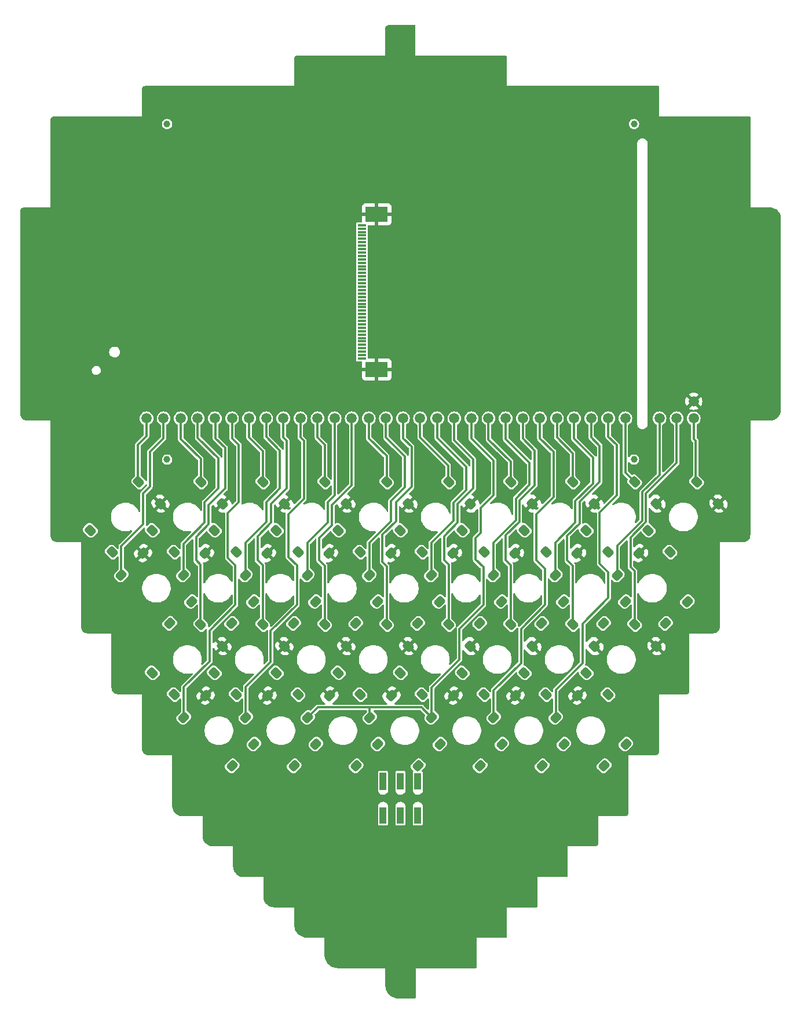
<source format=gbr>
%TF.GenerationSoftware,KiCad,Pcbnew,7.99.0-1.20230226git51d46c0.fc37*%
%TF.CreationDate,2023-03-11T16:18:55+00:00*%
%TF.ProjectId,tr23-outline-test-r1,74723233-2d6f-4757-946c-696e652d7465,rev?*%
%TF.SameCoordinates,Original*%
%TF.FileFunction,Copper,L2,Bot*%
%TF.FilePolarity,Positive*%
%FSLAX46Y46*%
G04 Gerber Fmt 4.6, Leading zero omitted, Abs format (unit mm)*
G04 Created by KiCad (PCBNEW 7.99.0-1.20230226git51d46c0.fc37) date 2023-03-11 16:18:55*
%MOMM*%
%LPD*%
G01*
G04 APERTURE LIST*
G04 Aperture macros list*
%AMRoundRect*
0 Rectangle with rounded corners*
0 $1 Rounding radius*
0 $2 $3 $4 $5 $6 $7 $8 $9 X,Y pos of 4 corners*
0 Add a 4 corners polygon primitive as box body*
4,1,4,$2,$3,$4,$5,$6,$7,$8,$9,$2,$3,0*
0 Add four circle primitives for the rounded corners*
1,1,$1+$1,$2,$3*
1,1,$1+$1,$4,$5*
1,1,$1+$1,$6,$7*
1,1,$1+$1,$8,$9*
0 Add four rect primitives between the rounded corners*
20,1,$1+$1,$2,$3,$4,$5,0*
20,1,$1+$1,$4,$5,$6,$7,0*
20,1,$1+$1,$6,$7,$8,$9,0*
20,1,$1+$1,$8,$9,$2,$3,0*%
G04 Aperture macros list end*
%TA.AperFunction,SMDPad,CuDef*%
%ADD10R,1.200000X0.300000*%
%TD*%
%TA.AperFunction,SMDPad,CuDef*%
%ADD11R,3.300000X2.200000*%
%TD*%
%TA.AperFunction,WasherPad*%
%ADD12C,1.000000*%
%TD*%
%TA.AperFunction,SMDPad,CuDef*%
%ADD13RoundRect,0.300000X0.530330X0.106066X0.106066X0.530330X-0.530330X-0.106066X-0.106066X-0.530330X0*%
%TD*%
%TA.AperFunction,SMDPad,CuDef*%
%ADD14C,1.500000*%
%TD*%
%TA.AperFunction,SMDPad,CuDef*%
%ADD15R,1.000000X2.450000*%
%TD*%
%TA.AperFunction,SMDPad,CuDef*%
%ADD16R,1.000000X2.500000*%
%TD*%
%TA.AperFunction,SMDPad,CuDef*%
%ADD17RoundRect,0.300000X0.106066X-0.530330X0.530330X-0.106066X-0.106066X0.530330X-0.530330X0.106066X0*%
%TD*%
%TA.AperFunction,Conductor*%
%ADD18C,0.300000*%
%TD*%
G04 APERTURE END LIST*
D10*
%TO.P,J2,1,Pin_1*%
%TO.N,unconnected-(J2-Pin_1-Pad1)*%
X-31024999Y65749999D03*
%TO.P,J2,2,Pin_2*%
%TO.N,unconnected-(J2-Pin_2-Pad2)*%
X-31024999Y65249999D03*
%TO.P,J2,3,Pin_3*%
%TO.N,unconnected-(J2-Pin_3-Pad3)*%
X-31024999Y64749999D03*
%TO.P,J2,4,Pin_4*%
%TO.N,unconnected-(J2-Pin_4-Pad4)*%
X-31024999Y64249999D03*
%TO.P,J2,5,Pin_5*%
%TO.N,unconnected-(J2-Pin_5-Pad5)*%
X-31024999Y63749999D03*
%TO.P,J2,6,Pin_6*%
%TO.N,unconnected-(J2-Pin_6-Pad6)*%
X-31024999Y63249999D03*
%TO.P,J2,7,Pin_7*%
%TO.N,unconnected-(J2-Pin_7-Pad7)*%
X-31024999Y62749999D03*
%TO.P,J2,8,Pin_8*%
%TO.N,unconnected-(J2-Pin_8-Pad8)*%
X-31024999Y62249999D03*
%TO.P,J2,9,Pin_9*%
%TO.N,unconnected-(J2-Pin_9-Pad9)*%
X-31024999Y61749999D03*
%TO.P,J2,10,Pin_10*%
%TO.N,unconnected-(J2-Pin_10-Pad10)*%
X-31024999Y61249999D03*
%TO.P,J2,11,Pin_11*%
%TO.N,unconnected-(J2-Pin_11-Pad11)*%
X-31024999Y60749999D03*
%TO.P,J2,12,Pin_12*%
%TO.N,unconnected-(J2-Pin_12-Pad12)*%
X-31024999Y60249999D03*
%TO.P,J2,13,Pin_13*%
%TO.N,unconnected-(J2-Pin_13-Pad13)*%
X-31024999Y59749999D03*
%TO.P,J2,14,Pin_14*%
%TO.N,unconnected-(J2-Pin_14-Pad14)*%
X-31024999Y59249999D03*
%TO.P,J2,15,Pin_15*%
%TO.N,unconnected-(J2-Pin_15-Pad15)*%
X-31024999Y58749999D03*
%TO.P,J2,16,Pin_16*%
%TO.N,unconnected-(J2-Pin_16-Pad16)*%
X-31024999Y58249999D03*
%TO.P,J2,17,Pin_17*%
%TO.N,unconnected-(J2-Pin_17-Pad17)*%
X-31024999Y57749999D03*
%TO.P,J2,18,Pin_18*%
%TO.N,unconnected-(J2-Pin_18-Pad18)*%
X-31024999Y57249999D03*
%TO.P,J2,19,Pin_19*%
%TO.N,unconnected-(J2-Pin_19-Pad19)*%
X-31024999Y56749999D03*
%TO.P,J2,20,Pin_20*%
%TO.N,unconnected-(J2-Pin_20-Pad20)*%
X-31024999Y56249999D03*
%TO.P,J2,21,Pin_21*%
%TO.N,unconnected-(J2-Pin_21-Pad21)*%
X-31024999Y55749999D03*
%TO.P,J2,22,Pin_22*%
%TO.N,unconnected-(J2-Pin_22-Pad22)*%
X-31024999Y55249999D03*
%TO.P,J2,23,Pin_23*%
%TO.N,unconnected-(J2-Pin_23-Pad23)*%
X-31024999Y54749999D03*
%TO.P,J2,24,Pin_24*%
%TO.N,unconnected-(J2-Pin_24-Pad24)*%
X-31024999Y54249999D03*
%TO.P,J2,25,Pin_25*%
%TO.N,unconnected-(J2-Pin_25-Pad25)*%
X-31024999Y53749999D03*
%TO.P,J2,26,Pin_26*%
%TO.N,unconnected-(J2-Pin_26-Pad26)*%
X-31024999Y53249999D03*
%TO.P,J2,27,Pin_27*%
%TO.N,unconnected-(J2-Pin_27-Pad27)*%
X-31024999Y52749999D03*
%TO.P,J2,28,Pin_28*%
%TO.N,unconnected-(J2-Pin_28-Pad28)*%
X-31024999Y52249999D03*
%TO.P,J2,29,Pin_29*%
%TO.N,unconnected-(J2-Pin_29-Pad29)*%
X-31024999Y51749999D03*
%TO.P,J2,30,Pin_30*%
%TO.N,unconnected-(J2-Pin_30-Pad30)*%
X-31024999Y51249999D03*
%TO.P,J2,31,Pin_31*%
%TO.N,unconnected-(J2-Pin_31-Pad31)*%
X-31024999Y50749999D03*
%TO.P,J2,32,Pin_32*%
%TO.N,unconnected-(J2-Pin_32-Pad32)*%
X-31024999Y50249999D03*
%TO.P,J2,33,Pin_33*%
%TO.N,unconnected-(J2-Pin_33-Pad33)*%
X-31024999Y49749999D03*
%TO.P,J2,34,Pin_34*%
%TO.N,unconnected-(J2-Pin_34-Pad34)*%
X-31024999Y49249999D03*
%TO.P,J2,35,Pin_35*%
%TO.N,unconnected-(J2-Pin_35-Pad35)*%
X-31024999Y48749999D03*
%TO.P,J2,36,Pin_36*%
%TO.N,unconnected-(J2-Pin_36-Pad36)*%
X-31024999Y48249999D03*
%TO.P,J2,37,Pin_37*%
%TO.N,unconnected-(J2-Pin_37-Pad37)*%
X-31024999Y47749999D03*
%TO.P,J2,38,Pin_38*%
%TO.N,unconnected-(J2-Pin_38-Pad38)*%
X-31024999Y47249999D03*
%TO.P,J2,39,Pin_39*%
%TO.N,unconnected-(J2-Pin_39-Pad39)*%
X-31024999Y46749999D03*
%TO.P,J2,40,Pin_40*%
%TO.N,unconnected-(J2-Pin_40-Pad40)*%
X-31024999Y46249999D03*
D11*
%TO.P,J2,MP,MountPin*%
%TO.N,GND*%
X-28854999Y67349999D03*
X-28854999Y44649999D03*
%TD*%
D12*
%TO.P,DISP1,*%
%TO.N,*%
X-59487500Y31480000D03*
X8762500Y31480000D03*
X-59487500Y80520000D03*
X8762500Y80520000D03*
%TD*%
D13*
%TO.P,SW32,1,1*%
%TO.N,unconnected-(SW32-Pad1)*%
X-28669476Y-10094544D03*
%TO.P,SW32,2,2*%
%TO.N,GND*%
X-35740544Y-3023476D03*
%TO.P,SW32,3,K*%
%TO.N,/KEY31*%
X-38922524Y-6205456D03*
%TO.P,SW32,4,A*%
%TO.N,unconnected-(SW32-A-Pad4)*%
X-31851456Y-13276524D03*
%TD*%
D14*
%TO.P,TP4,1,1*%
%TO.N,/KEY3*%
X-45000000Y37500000D03*
%TD*%
%TO.P,TP26,1,1*%
%TO.N,/KEY25*%
X-2500000Y37500000D03*
%TD*%
D15*
%TO.P,J1,6,Pin_6*%
%TO.N,unconnected-(J1-Pin_6-Pad6)*%
X-22829999Y-20532999D03*
%TO.P,J1,5,Pin_5*%
%TO.N,unconnected-(J1-Pin_5-Pad5)*%
X-22829999Y-15532999D03*
%TO.P,J1,4,Pin_4*%
%TO.N,unconnected-(J1-Pin_4-Pad4)*%
X-25369999Y-20532999D03*
%TO.P,J1,3,Pin_3*%
%TO.N,unconnected-(J1-Pin_3-Pad3)*%
X-25369999Y-15532999D03*
%TO.P,J1,2,Pin_2*%
%TO.N,unconnected-(J1-Pin_2-Pad2)*%
X-27909999Y-20532999D03*
D16*
%TO.P,J1,1,Pin_1*%
%TO.N,unconnected-(J1-Pin_1-Pad1)*%
X-27909999Y-15532999D03*
%TD*%
D17*
%TO.P,SW9,1,1*%
%TO.N,unconnected-(SW9-Pad1)*%
X4971456Y17963476D03*
%TO.P,SW9,2,2*%
%TO.N,GND*%
X12042524Y25034544D03*
%TO.P,SW9,3,K*%
%TO.N,/KEY2*%
X8860544Y28216524D03*
%TO.P,SW9,4,A*%
%TO.N,unconnected-(SW9-A-Pad4)*%
X1789476Y21145456D03*
%TD*%
D13*
%TO.P,SW12,1,1*%
%TO.N,unconnected-(SW12-Pad1)*%
X-46861476Y10725456D03*
%TO.P,SW12,2,2*%
%TO.N,GND*%
X-53932544Y17796524D03*
%TO.P,SW12,3,K*%
%TO.N,/KEY26*%
X-57114524Y14614544D03*
%TO.P,SW12,4,A*%
%TO.N,unconnected-(SW12-A-Pad4)*%
X-50043456Y7543476D03*
%TD*%
D14*
%TO.P,TP20,1,1*%
%TO.N,/KEY19*%
X-27500000Y37500000D03*
%TD*%
D17*
%TO.P,SW2,1,1*%
%TO.N,unconnected-(SW2-Pad1)*%
X-58462544Y17963476D03*
%TO.P,SW2,2,2*%
%TO.N,GND*%
X-51391476Y25034544D03*
%TO.P,SW2,3,K*%
%TO.N,/KEY8*%
X-54573456Y28216524D03*
%TO.P,SW2,4,A*%
%TO.N,unconnected-(SW2-A-Pad4)*%
X-61644524Y21145456D03*
%TD*%
D14*
%TO.P,TP28,1,1*%
%TO.N,/KEY27*%
X-20000000Y37500000D03*
%TD*%
D13*
%TO.P,SW14,1,1*%
%TO.N,unconnected-(SW14-Pad1)*%
X-28737476Y10725456D03*
%TO.P,SW14,2,2*%
%TO.N,GND*%
X-35808544Y17796524D03*
%TO.P,SW14,3,K*%
%TO.N,/KEY11*%
X-38990524Y14614544D03*
%TO.P,SW14,4,A*%
%TO.N,unconnected-(SW14-A-Pad4)*%
X-31919456Y7543476D03*
%TD*%
D14*
%TO.P,TP32,1,1*%
%TO.N,/KEY31*%
X-15000000Y37500000D03*
%TD*%
%TO.P,TP18,1,1*%
%TO.N,/KEY17*%
X-12500000Y37500000D03*
%TD*%
%TO.P,TP8,1,1*%
%TO.N,/KEY7*%
X-40000000Y37500000D03*
%TD*%
D13*
%TO.P,SW18,1,1*%
%TO.N,unconnected-(SW18-Pad1)*%
X7510524Y10725456D03*
%TO.P,SW18,2,2*%
%TO.N,GND*%
X439456Y17796524D03*
%TO.P,SW18,3,K*%
%TO.N,/KEY12*%
X-2742524Y14614544D03*
%TO.P,SW18,4,A*%
%TO.N,unconnected-(SW18-A-Pad4)*%
X4328544Y7543476D03*
%TD*%
D14*
%TO.P,TP7,1,1*%
%TO.N,/KEY6*%
X-7500000Y37500000D03*
%TD*%
D17*
%TO.P,SW7,1,1*%
%TO.N,unconnected-(SW7-Pad1)*%
X-13152544Y17963476D03*
%TO.P,SW7,2,2*%
%TO.N,GND*%
X-6081476Y25034544D03*
%TO.P,SW7,3,K*%
%TO.N,/KEY17*%
X-9263456Y28216524D03*
%TO.P,SW7,4,A*%
%TO.N,unconnected-(SW7-A-Pad4)*%
X-16334524Y21145456D03*
%TD*%
D14*
%TO.P,TP2,1,1*%
%TO.N,/KEY1*%
X-30000000Y37500000D03*
%TD*%
%TO.P,TP12,1,1*%
%TO.N,/KEY11*%
X-35000000Y37500000D03*
%TD*%
D17*
%TO.P,SW10,1,1*%
%TO.N,unconnected-(SW10-Pad1)*%
X14033456Y17963476D03*
%TO.P,SW10,2,2*%
%TO.N,GND*%
X21104524Y25034544D03*
%TO.P,SW10,3,K*%
%TO.N,/KEY10*%
X17922544Y28216524D03*
%TO.P,SW10,4,A*%
%TO.N,unconnected-(SW10-A-Pad4)*%
X10851476Y21145456D03*
%TD*%
%TO.P,SW5,1,1*%
%TO.N,unconnected-(SW5-Pad1)*%
X-31276544Y17963476D03*
%TO.P,SW5,2,2*%
%TO.N,GND*%
X-24205476Y25034544D03*
%TO.P,SW5,3,K*%
%TO.N,/KEY1*%
X-27387456Y28216524D03*
%TO.P,SW5,4,A*%
%TO.N,unconnected-(SW5-A-Pad4)*%
X-34458524Y21145456D03*
%TD*%
D14*
%TO.P,TP25,1,1*%
%TO.N,/KEY24*%
X-37500000Y37500000D03*
%TD*%
D13*
%TO.P,SW30,1,1*%
%TO.N,unconnected-(SW30-Pad1)*%
X-1483476Y-10094544D03*
%TO.P,SW30,2,2*%
%TO.N,GND*%
X-8554544Y-3023476D03*
%TO.P,SW30,3,K*%
%TO.N,/KEY15*%
X-11736524Y-6205456D03*
%TO.P,SW30,4,A*%
%TO.N,unconnected-(SW30-A-Pad4)*%
X-4665456Y-13276524D03*
%TD*%
D14*
%TO.P,TP31,1,1*%
%TO.N,/KEY30*%
X-50000000Y37500000D03*
%TD*%
%TO.P,TP30,1,1*%
%TO.N,/KEY29*%
X-17500000Y37500000D03*
%TD*%
%TO.P,TP23,1,1*%
%TO.N,/KEY22*%
X15000000Y37500000D03*
%TD*%
%TO.P,TP11,1,1*%
%TO.N,/KEY10*%
X17500000Y37500000D03*
%TD*%
%TO.P,TP17,1,1*%
%TO.N,/KEY16*%
X-47500000Y37500000D03*
%TD*%
D17*
%TO.P,SW25,1,1*%
%TO.N,unconnected-(SW25-Pad1)*%
X-13154544Y-2866524D03*
%TO.P,SW25,2,2*%
%TO.N,GND*%
X-6083476Y4204544D03*
%TO.P,SW25,3,K*%
%TO.N,/KEY6*%
X-9265456Y7386524D03*
%TO.P,SW25,4,A*%
%TO.N,unconnected-(SW25-A-Pad4)*%
X-16336524Y315456D03*
%TD*%
D14*
%TO.P,TP10,1,1*%
%TO.N,/KEY9*%
X-22500000Y37500000D03*
%TD*%
D17*
%TO.P,SW23,1,1*%
%TO.N,unconnected-(SW23-Pad1)*%
X-31278544Y-2866524D03*
%TO.P,SW23,2,2*%
%TO.N,GND*%
X-24207476Y4204544D03*
%TO.P,SW23,3,K*%
%TO.N,/KEY21*%
X-27389456Y7386524D03*
%TO.P,SW23,4,A*%
%TO.N,unconnected-(SW23-A-Pad4)*%
X-34460524Y315456D03*
%TD*%
D14*
%TO.P,TP33,1,1*%
%TO.N,GND*%
X17500000Y40000000D03*
%TD*%
D13*
%TO.P,SW33,1,1*%
%TO.N,unconnected-(SW33-Pad1)*%
X-19607476Y-10094544D03*
%TO.P,SW33,2,2*%
%TO.N,GND*%
X-26678544Y-3023476D03*
%TO.P,SW33,3,K*%
%TO.N,/KEY31*%
X-29860524Y-6205456D03*
%TO.P,SW33,4,A*%
%TO.N,unconnected-(SW33-A-Pad4)*%
X-22789456Y-13276524D03*
%TD*%
D17*
%TO.P,SW26,1,1*%
%TO.N,unconnected-(SW26-Pad1)*%
X-4092544Y-2866524D03*
%TO.P,SW26,2,2*%
%TO.N,GND*%
X2978524Y4204544D03*
%TO.P,SW26,3,K*%
%TO.N,/KEY14*%
X-203456Y7386524D03*
%TO.P,SW26,4,A*%
%TO.N,unconnected-(SW26-A-Pad4)*%
X-7274524Y315456D03*
%TD*%
%TO.P,SW1,1,1*%
%TO.N,unconnected-(SW1-Pad1)*%
X-67524544Y17963476D03*
%TO.P,SW1,2,2*%
%TO.N,GND*%
X-60453476Y25034544D03*
%TO.P,SW1,3,K*%
%TO.N,/KEY0*%
X-63635456Y28216524D03*
%TO.P,SW1,4,A*%
%TO.N,unconnected-(SW1-A-Pad4)*%
X-70706524Y21145456D03*
%TD*%
%TO.P,SW3,1,1*%
%TO.N,unconnected-(SW3-Pad1)*%
X-49400544Y17963476D03*
%TO.P,SW3,2,2*%
%TO.N,GND*%
X-42329476Y25034544D03*
%TO.P,SW3,3,K*%
%TO.N,/KEY16*%
X-45511456Y28216524D03*
%TO.P,SW3,4,A*%
%TO.N,unconnected-(SW3-A-Pad4)*%
X-52582524Y21145456D03*
%TD*%
D14*
%TO.P,TP19,1,1*%
%TO.N,/KEY18*%
X-60000000Y37500000D03*
%TD*%
D17*
%TO.P,SW20,1,1*%
%TO.N,unconnected-(SW20-Pad1)*%
X-58464544Y-2866524D03*
%TO.P,SW20,2,2*%
%TO.N,GND*%
X-51393476Y4204544D03*
%TO.P,SW20,3,K*%
%TO.N,/KEY28*%
X-54575456Y7386524D03*
%TO.P,SW20,4,A*%
%TO.N,unconnected-(SW20-A-Pad4)*%
X-61646524Y315456D03*
%TD*%
D13*
%TO.P,SW31,1,1*%
%TO.N,unconnected-(SW31-Pad1)*%
X7578524Y-10094544D03*
%TO.P,SW31,2,2*%
%TO.N,GND*%
X507456Y-3023476D03*
%TO.P,SW31,3,K*%
%TO.N,/KEY23*%
X-2674524Y-6205456D03*
%TO.P,SW31,4,A*%
%TO.N,unconnected-(SW31-A-Pad4)*%
X4396544Y-13276524D03*
%TD*%
D14*
%TO.P,TP22,1,1*%
%TO.N,/KEY21*%
X-25000000Y37500000D03*
%TD*%
%TO.P,TP21,1,1*%
%TO.N,/KEY20*%
X12500000Y37500000D03*
%TD*%
D13*
%TO.P,SW29,1,1*%
%TO.N,unconnected-(SW29-Pad1)*%
X-37731476Y-10094544D03*
%TO.P,SW29,2,2*%
%TO.N,GND*%
X-44802544Y-3023476D03*
%TO.P,SW29,3,K*%
%TO.N,/KEY7*%
X-47984524Y-6205456D03*
%TO.P,SW29,4,A*%
%TO.N,unconnected-(SW29-A-Pad4)*%
X-40913456Y-13276524D03*
%TD*%
D17*
%TO.P,SW4,1,1*%
%TO.N,unconnected-(SW4-Pad1)*%
X-40338544Y17963476D03*
%TO.P,SW4,2,2*%
%TO.N,GND*%
X-33267476Y25034544D03*
%TO.P,SW4,3,K*%
%TO.N,/KEY24*%
X-36449456Y28216524D03*
%TO.P,SW4,4,A*%
%TO.N,unconnected-(SW4-A-Pad4)*%
X-43520524Y21145456D03*
%TD*%
D13*
%TO.P,SW15,1,1*%
%TO.N,unconnected-(SW15-Pad1)*%
X-19675476Y10725456D03*
%TO.P,SW15,2,2*%
%TO.N,GND*%
X-26746544Y17796524D03*
%TO.P,SW15,3,K*%
%TO.N,/KEY19*%
X-29928524Y14614544D03*
%TO.P,SW15,4,A*%
%TO.N,unconnected-(SW15-A-Pad4)*%
X-22857456Y7543476D03*
%TD*%
%TO.P,SW28,1,1*%
%TO.N,unconnected-(SW28-Pad1)*%
X-46793476Y-10094544D03*
%TO.P,SW28,2,2*%
%TO.N,GND*%
X-53864544Y-3023476D03*
%TO.P,SW28,3,K*%
%TO.N,/KEY30*%
X-57046524Y-6205456D03*
%TO.P,SW28,4,A*%
%TO.N,unconnected-(SW28-A-Pad4)*%
X-49975456Y-13276524D03*
%TD*%
D14*
%TO.P,TP9,1,1*%
%TO.N,/KEY8*%
X-57500000Y37500000D03*
%TD*%
D17*
%TO.P,SW6,1,1*%
%TO.N,unconnected-(SW6-Pad1)*%
X-22214544Y17963476D03*
%TO.P,SW6,2,2*%
%TO.N,GND*%
X-15143476Y25034544D03*
%TO.P,SW6,3,K*%
%TO.N,/KEY9*%
X-18325456Y28216524D03*
%TO.P,SW6,4,A*%
%TO.N,unconnected-(SW6-A-Pad4)*%
X-25396524Y21145456D03*
%TD*%
D14*
%TO.P,TP29,1,1*%
%TO.N,/KEY28*%
X-52500000Y37500000D03*
%TD*%
D13*
%TO.P,SW17,1,1*%
%TO.N,unconnected-(SW17-Pad1)*%
X-1551476Y10725456D03*
%TO.P,SW17,2,2*%
%TO.N,GND*%
X-8622544Y17796524D03*
%TO.P,SW17,3,K*%
%TO.N,/KEY4*%
X-11804524Y14614544D03*
%TO.P,SW17,4,A*%
%TO.N,unconnected-(SW17-A-Pad4)*%
X-4733456Y7543476D03*
%TD*%
%TO.P,SW16,1,1*%
%TO.N,unconnected-(SW16-Pad1)*%
X-10613476Y10725456D03*
%TO.P,SW16,2,2*%
%TO.N,GND*%
X-17684544Y17796524D03*
%TO.P,SW16,3,K*%
%TO.N,/KEY27*%
X-20866524Y14614544D03*
%TO.P,SW16,4,A*%
%TO.N,unconnected-(SW16-A-Pad4)*%
X-13795456Y7543476D03*
%TD*%
D17*
%TO.P,SW27,1,1*%
%TO.N,unconnected-(SW27-Pad1)*%
X4969456Y-2866524D03*
%TO.P,SW27,2,2*%
%TO.N,GND*%
X12040524Y4204544D03*
%TO.P,SW27,3,K*%
%TO.N,/KEY22*%
X8858544Y7386524D03*
%TO.P,SW27,4,A*%
%TO.N,unconnected-(SW27-A-Pad4)*%
X1787476Y315456D03*
%TD*%
D13*
%TO.P,SW19,1,1*%
%TO.N,unconnected-(SW19-Pad1)*%
X16572524Y10725456D03*
%TO.P,SW19,2,2*%
%TO.N,GND*%
X9501456Y17796524D03*
%TO.P,SW19,3,K*%
%TO.N,/KEY20*%
X6319476Y14614544D03*
%TO.P,SW19,4,A*%
%TO.N,unconnected-(SW19-A-Pad4)*%
X13390544Y7543476D03*
%TD*%
D14*
%TO.P,TP27,1,1*%
%TO.N,/KEY26*%
X-55000000Y37500000D03*
%TD*%
D13*
%TO.P,SW34,1,1*%
%TO.N,unconnected-(SW34-Pad1)*%
X-10545476Y-10094544D03*
%TO.P,SW34,2,2*%
%TO.N,GND*%
X-17616544Y-3023476D03*
%TO.P,SW34,3,K*%
%TO.N,/KEY31*%
X-20798524Y-6205456D03*
%TO.P,SW34,4,A*%
%TO.N,unconnected-(SW34-A-Pad4)*%
X-13727456Y-13276524D03*
%TD*%
D17*
%TO.P,SW8,1,1*%
%TO.N,unconnected-(SW8-Pad1)*%
X-4090544Y17963476D03*
%TO.P,SW8,2,2*%
%TO.N,GND*%
X2980524Y25034544D03*
%TO.P,SW8,3,K*%
%TO.N,/KEY25*%
X-201456Y28216524D03*
%TO.P,SW8,4,A*%
%TO.N,unconnected-(SW8-A-Pad4)*%
X-7272524Y21145456D03*
%TD*%
D14*
%TO.P,TP15,1,1*%
%TO.N,/KEY14*%
X2500000Y37500000D03*
%TD*%
%TO.P,TP14,1,1*%
%TO.N,/KEY13*%
X-32500000Y37500000D03*
%TD*%
D17*
%TO.P,SW22,1,1*%
%TO.N,unconnected-(SW22-Pad1)*%
X-40340544Y-2866524D03*
%TO.P,SW22,2,2*%
%TO.N,GND*%
X-33269476Y4204544D03*
%TO.P,SW22,3,K*%
%TO.N,/KEY13*%
X-36451456Y7386524D03*
%TO.P,SW22,4,A*%
%TO.N,unconnected-(SW22-A-Pad4)*%
X-43522524Y315456D03*
%TD*%
D13*
%TO.P,SW11,1,1*%
%TO.N,unconnected-(SW11-Pad1)*%
X-55923476Y10725456D03*
%TO.P,SW11,2,2*%
%TO.N,GND*%
X-62994544Y17796524D03*
%TO.P,SW11,3,K*%
%TO.N,/KEY18*%
X-66176524Y14614544D03*
%TO.P,SW11,4,A*%
%TO.N,unconnected-(SW11-A-Pad4)*%
X-59105456Y7543476D03*
%TD*%
D17*
%TO.P,SW21,1,1*%
%TO.N,unconnected-(SW21-Pad1)*%
X-49402544Y-2866524D03*
%TO.P,SW21,2,2*%
%TO.N,GND*%
X-42331476Y4204544D03*
%TO.P,SW21,3,K*%
%TO.N,/KEY5*%
X-45513456Y7386524D03*
%TO.P,SW21,4,A*%
%TO.N,unconnected-(SW21-A-Pad4)*%
X-52584524Y315456D03*
%TD*%
D14*
%TO.P,TP5,1,1*%
%TO.N,/KEY4*%
X-10000000Y37500000D03*
%TD*%
%TO.P,TP3,1,1*%
%TO.N,/KEY2*%
X7500000Y37500000D03*
%TD*%
D17*
%TO.P,SW24,1,1*%
%TO.N,unconnected-(SW24-Pad1)*%
X-22216544Y-2866524D03*
%TO.P,SW24,2,2*%
%TO.N,GND*%
X-15145476Y4204544D03*
%TO.P,SW24,3,K*%
%TO.N,/KEY29*%
X-18327456Y7386524D03*
%TO.P,SW24,4,A*%
%TO.N,unconnected-(SW24-A-Pad4)*%
X-25398524Y315456D03*
%TD*%
D14*
%TO.P,TP13,1,1*%
%TO.N,/KEY12*%
X0Y37500000D03*
%TD*%
%TO.P,TP24,1,1*%
%TO.N,/KEY23*%
X5000000Y37500000D03*
%TD*%
%TO.P,TP1,1,1*%
%TO.N,/KEY0*%
X-62500000Y37500000D03*
%TD*%
%TO.P,TP6,1,1*%
%TO.N,/KEY5*%
X-42500000Y37500000D03*
%TD*%
%TO.P,TP16,1,1*%
%TO.N,/KEY15*%
X-5000000Y37500000D03*
%TD*%
D13*
%TO.P,SW13,1,1*%
%TO.N,unconnected-(SW13-Pad1)*%
X-37799476Y10725456D03*
%TO.P,SW13,2,2*%
%TO.N,GND*%
X-44870544Y17796524D03*
%TO.P,SW13,3,K*%
%TO.N,/KEY3*%
X-48052524Y14614544D03*
%TO.P,SW13,4,A*%
%TO.N,unconnected-(SW13-A-Pad4)*%
X-40981456Y7543476D03*
%TD*%
D18*
%TO.N,/KEY0*%
X-63750000Y28331068D02*
X-63750000Y33650000D01*
X-62500000Y34900000D02*
X-62500000Y37500000D01*
X-63635456Y28216524D02*
X-63750000Y28331068D01*
X-63750000Y33650000D02*
X-62500000Y34900000D01*
%TO.N,/KEY8*%
X-57500000Y34500000D02*
X-57500000Y37500000D01*
X-54573456Y28216524D02*
X-54573456Y31573456D01*
X-54573456Y31573456D02*
X-57500000Y34500000D01*
%TO.N,/KEY16*%
X-47500000Y37500000D02*
X-47500000Y34700000D01*
X-47500000Y34700000D02*
X-45511456Y32711456D01*
X-45511456Y28216524D02*
X-45511456Y32488544D01*
X-45511456Y32488544D02*
X-45500000Y32500000D01*
X-45511456Y32711456D02*
X-45511456Y32488544D01*
%TO.N,/KEY24*%
X-37500000Y37500000D02*
X-37500000Y34700000D01*
X-37500000Y34700000D02*
X-36449456Y33649456D01*
X-36449456Y33649456D02*
X-36449456Y28216524D01*
%TO.N,/KEY1*%
X-30000000Y37500000D02*
X-30000000Y34600000D01*
X-30000000Y34600000D02*
X-27387456Y31987456D01*
X-27387456Y31987456D02*
X-27387456Y28216524D01*
%TO.N,/KEY9*%
X-22500000Y37500000D02*
X-22500000Y34700000D01*
X-18400000Y30600000D02*
X-18400000Y28291068D01*
X-22500000Y34700000D02*
X-18400000Y30600000D01*
X-18400000Y28291068D02*
X-18325456Y28216524D01*
%TO.N,/KEY17*%
X-9263456Y28216524D02*
X-9263456Y31200000D01*
X-12500000Y34436544D02*
X-9263456Y31200000D01*
X-12500000Y37500000D02*
X-12500000Y34436544D01*
%TO.N,/KEY25*%
X-2500000Y37500000D02*
X-2500000Y34698544D01*
X-2500000Y34698544D02*
X-201456Y32400000D01*
X-201456Y28216524D02*
X-201456Y32400000D01*
%TO.N,/KEY2*%
X7500000Y29577068D02*
X7500000Y37500000D01*
X8860544Y28216524D02*
X7500000Y29577068D01*
%TO.N,/KEY10*%
X17500000Y34500000D02*
X17500000Y37500000D01*
X17800000Y34200000D02*
X17500000Y34500000D01*
X17922544Y28216524D02*
X17800000Y28339068D01*
X17800000Y28339068D02*
X17800000Y34200000D01*
%TO.N,/KEY18*%
X-60000000Y34600000D02*
X-60000000Y37500000D01*
X-63000000Y26500000D02*
X-62000000Y27500000D01*
X-62000000Y32600000D02*
X-60000000Y34600000D01*
X-66176524Y14614544D02*
X-66176524Y18823476D01*
X-66176524Y18823476D02*
X-63000000Y22000000D01*
X-62000000Y27500000D02*
X-62000000Y32600000D01*
X-63000000Y22000000D02*
X-63000000Y26500000D01*
%TO.N,/KEY26*%
X-52000000Y31650000D02*
X-52000000Y27250000D01*
X-52000000Y27250000D02*
X-54000000Y25250000D01*
X-54000000Y22250000D02*
X-57114524Y19135476D01*
X-55000000Y34650000D02*
X-52000000Y31650000D01*
X-57114524Y19135476D02*
X-57114524Y14614544D01*
X-54000000Y25250000D02*
X-54000000Y22250000D01*
X-55000000Y37500000D02*
X-55000000Y34650000D01*
%TO.N,/KEY3*%
X-48052524Y19311495D02*
X-48052524Y14614544D01*
X-45000000Y37500000D02*
X-45000000Y34800000D01*
X-45000000Y22364019D02*
X-48052524Y19311495D01*
X-43000000Y32800000D02*
X-43000000Y27250000D01*
X-43000000Y27250000D02*
X-45000000Y25250000D01*
X-45000000Y34800000D02*
X-43000000Y32800000D01*
X-45000000Y25250000D02*
X-45000000Y22364019D01*
%TO.N,/KEY11*%
X-36000000Y22302019D02*
X-38990524Y19311495D01*
X-38990524Y19311495D02*
X-38990524Y14614544D01*
X-36000000Y25250000D02*
X-36000000Y22302019D01*
X-35000000Y26250000D02*
X-36000000Y25250000D01*
X-35000000Y37500000D02*
X-35000000Y26250000D01*
%TO.N,/KEY19*%
X-27500000Y34700000D02*
X-27500000Y37500000D01*
X-24750000Y27450000D02*
X-24750000Y31950000D01*
X-26750000Y25450000D02*
X-24750000Y27450000D01*
X-29928524Y14614544D02*
X-29928524Y19311495D01*
X-29928524Y19311495D02*
X-26750000Y22490019D01*
X-24750000Y31950000D02*
X-27500000Y34700000D01*
X-26750000Y22490019D02*
X-26750000Y25450000D01*
%TO.N,/KEY27*%
X-17600000Y22578019D02*
X-17600000Y25150000D01*
X-20866524Y19311495D02*
X-17600000Y22578019D01*
X-20866524Y14614544D02*
X-20866524Y19311495D01*
X-15750000Y27000000D02*
X-15750000Y30400000D01*
X-17600000Y25150000D02*
X-15750000Y27000000D01*
X-20000000Y34650000D02*
X-20000000Y37500000D01*
X-15750000Y30400000D02*
X-20000000Y34650000D01*
%TO.N,/KEY4*%
X-10000000Y37500000D02*
X-10000000Y34500000D01*
X-10000000Y34500000D02*
X-6500000Y31000000D01*
X-8499501Y25794097D02*
X-6500000Y27793598D01*
X-11804524Y14614544D02*
X-11804524Y19311496D01*
X-11804524Y19311496D02*
X-8499501Y22616519D01*
X-8499501Y22616519D02*
X-8499501Y25794097D01*
X-6500000Y27793598D02*
X-6500000Y31000000D01*
%TO.N,/KEY12*%
X200000Y25450000D02*
X2750000Y28000000D01*
X2750000Y28000000D02*
X2750000Y31800000D01*
X-2742524Y19311496D02*
X200000Y22254020D01*
X2750000Y31800000D02*
X0Y34550000D01*
X-2742524Y14614544D02*
X-2742524Y19311496D01*
X0Y34550000D02*
X0Y37500000D01*
X200000Y22254020D02*
X200000Y25450000D01*
%TO.N,/KEY20*%
X12500000Y29250000D02*
X12500000Y37500000D01*
X6319476Y14614544D02*
X6319476Y18875492D01*
X6319476Y18875492D02*
X10000000Y22556016D01*
X10000000Y22556016D02*
X10000000Y26750000D01*
X10000000Y26750000D02*
X12500000Y29250000D01*
%TO.N,/KEY28*%
X-51000000Y27250000D02*
X-53400000Y24850000D01*
X-53400000Y24850000D02*
X-53400000Y21996800D01*
X-55250000Y20146800D02*
X-55250000Y16750000D01*
X-55250000Y16750000D02*
X-54575456Y16075456D01*
X-52400000Y34600000D02*
X-51000000Y33200000D01*
X-52500000Y37500000D02*
X-52400000Y37400000D01*
X-51000000Y33200000D02*
X-51000000Y27250000D01*
X-53400000Y21996800D02*
X-55250000Y20146800D01*
X-52400000Y37400000D02*
X-52400000Y34600000D01*
X-54575456Y16075456D02*
X-54575456Y7386524D01*
%TO.N,/KEY5*%
X-46250000Y20250000D02*
X-46250000Y16750000D01*
X-42500000Y37500000D02*
X-42500000Y34700000D01*
X-42500000Y34700000D02*
X-42000000Y34200000D01*
X-46250000Y16750000D02*
X-45513456Y16013456D01*
X-45513456Y16013456D02*
X-45513456Y7386524D01*
X-42000000Y27250000D02*
X-44250000Y25000000D01*
X-44250000Y25000000D02*
X-44250000Y22250000D01*
X-44250000Y22250000D02*
X-46250000Y20250000D01*
X-42000000Y34200000D02*
X-42000000Y27250000D01*
%TO.N,/KEY13*%
X-36451456Y15951456D02*
X-36451456Y7386524D01*
X-32500000Y27750000D02*
X-35400000Y24850000D01*
X-35400000Y21850000D02*
X-37250000Y20000000D01*
X-37250000Y16750000D02*
X-36451456Y15951456D01*
X-32500000Y37500000D02*
X-32500000Y27750000D01*
X-35400000Y24850000D02*
X-35400000Y21850000D01*
X-37250000Y20000000D02*
X-37250000Y16750000D01*
%TO.N,/KEY21*%
X-28000000Y20500000D02*
X-28000000Y16500000D01*
X-25000000Y34600000D02*
X-23750000Y33350000D01*
X-26000000Y22500000D02*
X-28000000Y20500000D01*
X-26000000Y25250000D02*
X-26000000Y22500000D01*
X-23750000Y33350000D02*
X-23750000Y27500000D01*
X-28000000Y16500000D02*
X-27389456Y15889456D01*
X-27389456Y15889456D02*
X-27389456Y7386524D01*
X-25000000Y37500000D02*
X-25000000Y34600000D01*
X-23750000Y27500000D02*
X-26000000Y25250000D01*
%TO.N,/KEY29*%
X-14750000Y31550000D02*
X-17500000Y34300000D01*
X-17500000Y34300000D02*
X-17500000Y37500000D01*
X-17000000Y22250000D02*
X-17000000Y25000000D01*
X-14750000Y27250000D02*
X-14750000Y31550000D01*
X-17000000Y25000000D02*
X-14750000Y27250000D01*
X-18327456Y7386524D02*
X-18327456Y16077456D01*
X-18327456Y16077456D02*
X-19000000Y16750000D01*
X-19000000Y16750000D02*
X-19000000Y20250000D01*
X-19000000Y20250000D02*
X-17000000Y22250000D01*
%TO.N,/KEY6*%
X-7500000Y34550000D02*
X-5750000Y32800000D01*
X-8000000Y25500000D02*
X-5750000Y27750000D01*
X-9265456Y16015456D02*
X-10000000Y16750000D01*
X-5750000Y27750000D02*
X-5750000Y32800000D01*
X-7500000Y37500000D02*
X-7500000Y34550000D01*
X-9265456Y7386524D02*
X-9265456Y16015456D01*
X-10000000Y16750000D02*
X-10000000Y20409618D01*
X-8000000Y22409618D02*
X-8000000Y25500000D01*
X-10000000Y20409618D02*
X-8000000Y22409618D01*
%TO.N,/KEY14*%
X800000Y25300000D02*
X800000Y22147618D01*
X3750000Y33500000D02*
X3750000Y28250000D01*
X2500000Y34750000D02*
X3750000Y33500000D01*
X3750000Y28250000D02*
X800000Y25300000D01*
X-203456Y15953456D02*
X-203456Y7386524D01*
X-1000000Y16750000D02*
X-203456Y15953456D01*
X-1000000Y20347618D02*
X-1000000Y16750000D01*
X800000Y22147618D02*
X-1000000Y20347618D01*
X2500000Y37500000D02*
X2500000Y34750000D01*
%TO.N,/KEY22*%
X8250000Y15750000D02*
X8250000Y20099614D01*
X8858544Y15141456D02*
X8250000Y15750000D01*
X15000000Y31000000D02*
X15000000Y37500000D01*
X10500000Y22349614D02*
X10500000Y26500000D01*
X8858544Y7386524D02*
X8858544Y15141456D01*
X8250000Y20099614D02*
X10500000Y22349614D01*
X10500000Y26500000D02*
X15000000Y31000000D01*
%TO.N,/KEY30*%
X-49000000Y25250000D02*
X-50600000Y23650000D01*
X-50000000Y37500000D02*
X-50000000Y34600000D01*
X-50600000Y23650000D02*
X-50600000Y17100000D01*
X-50000000Y34600000D02*
X-49000000Y33600000D01*
X-53250000Y2000000D02*
X-57046524Y-1796524D01*
X-57046524Y-1796524D02*
X-57046524Y-6205456D01*
X-49500000Y10250000D02*
X-53250000Y6500000D01*
X-49000000Y33600000D02*
X-49000000Y25250000D01*
X-50600000Y17100000D02*
X-49500000Y16000000D01*
X-53250000Y6500000D02*
X-53250000Y2000000D01*
X-49500000Y16000000D02*
X-49500000Y10250000D01*
%TO.N,/KEY7*%
X-40500000Y10250000D02*
X-44333126Y6416874D01*
X-40000000Y34700000D02*
X-39500000Y34200000D01*
X-40500000Y16000000D02*
X-40500000Y10250000D01*
X-41750000Y23500000D02*
X-41750000Y17250000D01*
X-41750000Y17250000D02*
X-40500000Y16000000D01*
X-47984524Y-1734524D02*
X-47984524Y-6205456D01*
X-39500000Y34200000D02*
X-39500000Y25750000D01*
X-44333126Y1916874D02*
X-47984524Y-1734524D01*
X-44333126Y6416874D02*
X-44333126Y1916874D01*
X-40000000Y37500000D02*
X-40000000Y34700000D01*
X-39500000Y25750000D02*
X-41750000Y23500000D01*
%TO.N,/KEY15*%
X-3000000Y26000000D02*
X-3000000Y32600000D01*
X-4250000Y10250000D02*
X-7750000Y6750000D01*
X-5000000Y34600000D02*
X-3000000Y32600000D01*
X-7750000Y1750000D02*
X-11736524Y-2236524D01*
X-5500000Y23500000D02*
X-3000000Y26000000D01*
X-5500000Y20000000D02*
X-5500000Y16750000D01*
X-5000000Y37500000D02*
X-5000000Y34600000D01*
X-7750000Y6750000D02*
X-7750000Y1750000D01*
X-4250000Y15500000D02*
X-4250000Y10250000D01*
X-11736524Y-2236524D02*
X-11736524Y-6205456D01*
X-5500000Y20000000D02*
X-5500000Y23500000D01*
X-5500000Y16750000D02*
X-4250000Y15500000D01*
%TO.N,/KEY23*%
X1250000Y7500000D02*
X5000000Y11250000D01*
X-2674524Y-6205456D02*
X-2674524Y-2174524D01*
X5000000Y34850000D02*
X6250000Y33600000D01*
X5000000Y15000000D02*
X3750000Y16250000D01*
X6250000Y26250000D02*
X6250000Y33600000D01*
X3750000Y16250000D02*
X3750000Y23750000D01*
X-2674524Y-2174524D02*
X1250000Y1750000D01*
X1250000Y1750000D02*
X1250000Y7500000D01*
X5000000Y37500000D02*
X5000000Y34850000D01*
X3750000Y23750000D02*
X6250000Y26250000D01*
X5000000Y11250000D02*
X5000000Y15000000D01*
%TO.N,/KEY31*%
X-14400000Y20000000D02*
X-13600000Y20800000D01*
X-13600000Y24400000D02*
X-11750000Y26250000D01*
X-15000000Y34600000D02*
X-15000000Y37500000D01*
X-14400000Y16900000D02*
X-14400000Y20000000D01*
X-11750000Y31350000D02*
X-15000000Y34600000D01*
X-13600000Y20800000D02*
X-13600000Y24400000D01*
X-13250000Y10250000D02*
X-13250000Y15750000D01*
X-13250000Y15750000D02*
X-14400000Y16900000D01*
X-11750000Y26250000D02*
X-11750000Y31350000D01*
X-16750000Y2250000D02*
X-16750000Y6750000D01*
X-29750000Y-4750000D02*
X-37467068Y-4750000D01*
X-22253980Y-4750000D02*
X-29750000Y-4750000D01*
X-20798524Y-1798524D02*
X-16750000Y2250000D01*
X-29750000Y-4750000D02*
X-29860524Y-4860524D01*
X-16750000Y6750000D02*
X-13250000Y10250000D01*
X-20798524Y-6205456D02*
X-22253980Y-4750000D01*
X-37467068Y-4750000D02*
X-38922524Y-6205456D01*
X-29860524Y-4860524D02*
X-29860524Y-6205456D01*
X-20798524Y-6205456D02*
X-20798524Y-1798524D01*
%TD*%
%TA.AperFunction,Conductor*%
%TO.N,GND*%
G36*
X-53979447Y11937137D02*
G01*
X-53937222Y11885234D01*
X-53857361Y11701375D01*
X-53708055Y11455853D01*
X-53678725Y11419802D01*
X-53526711Y11232950D01*
X-53526708Y11232947D01*
X-53316698Y11036811D01*
X-53316695Y11036809D01*
X-53316692Y11036806D01*
X-53081939Y10871100D01*
X-52826793Y10738894D01*
X-52556031Y10642665D01*
X-52274690Y10584202D01*
X-52102738Y10572440D01*
X-52059752Y10569500D01*
X-51916249Y10569500D01*
X-51916248Y10569500D01*
X-51880425Y10571950D01*
X-51701309Y10584202D01*
X-51419968Y10642665D01*
X-51149206Y10738894D01*
X-50894060Y10871100D01*
X-50659307Y11036806D01*
X-50449288Y11232950D01*
X-50267946Y11455851D01*
X-50229628Y11518863D01*
X-50130446Y11681958D01*
X-50084534Y11726027D01*
X-50022806Y11741516D01*
X-49961525Y11724346D01*
X-49916832Y11679038D01*
X-49900500Y11617528D01*
X-49900500Y10467255D01*
X-49909939Y10419802D01*
X-49936819Y10379574D01*
X-53300981Y7015412D01*
X-53353579Y6984159D01*
X-53414719Y6981862D01*
X-53469515Y7009078D01*
X-53504627Y7059183D01*
X-53511507Y7119977D01*
X-53489450Y7280458D01*
X-53510056Y7430379D01*
X-53570344Y7569179D01*
X-53625385Y7639243D01*
X-54138637Y8152494D01*
X-54165517Y8192722D01*
X-54174956Y8240175D01*
X-54174956Y11835833D01*
X-54156904Y11900261D01*
X-54108004Y11945931D01*
X-54042494Y11959544D01*
X-53979447Y11937137D01*
G37*
%TD.AperFunction*%
%TA.AperFunction,Conductor*%
G36*
X-44917447Y11937137D02*
G01*
X-44875222Y11885234D01*
X-44795361Y11701375D01*
X-44646055Y11455853D01*
X-44616725Y11419802D01*
X-44464711Y11232950D01*
X-44464708Y11232947D01*
X-44254698Y11036811D01*
X-44254695Y11036809D01*
X-44254692Y11036806D01*
X-44019939Y10871100D01*
X-43764793Y10738894D01*
X-43494031Y10642665D01*
X-43212690Y10584202D01*
X-43040738Y10572440D01*
X-42997752Y10569500D01*
X-42854249Y10569500D01*
X-42854248Y10569500D01*
X-42818425Y10571950D01*
X-42639309Y10584202D01*
X-42357968Y10642665D01*
X-42087206Y10738894D01*
X-41832060Y10871100D01*
X-41597307Y11036806D01*
X-41387288Y11232950D01*
X-41205946Y11455851D01*
X-41167628Y11518863D01*
X-41130446Y11580004D01*
X-41084534Y11624073D01*
X-41022806Y11639562D01*
X-40961525Y11622392D01*
X-40916832Y11577084D01*
X-40900500Y11515574D01*
X-40900500Y10467255D01*
X-40909939Y10419802D01*
X-40936819Y10379574D01*
X-44229101Y7087292D01*
X-44281699Y7056039D01*
X-44342839Y7053742D01*
X-44397635Y7080958D01*
X-44432747Y7131062D01*
X-44439627Y7191857D01*
X-44427450Y7280458D01*
X-44448056Y7430379D01*
X-44508344Y7569179D01*
X-44563385Y7639243D01*
X-45076637Y8152494D01*
X-45103517Y8192722D01*
X-45112956Y8240175D01*
X-45112956Y11835833D01*
X-45094904Y11900261D01*
X-45046004Y11945931D01*
X-44980494Y11959544D01*
X-44917447Y11937137D01*
G37*
%TD.AperFunction*%
%TA.AperFunction,Conductor*%
G36*
X-23240291Y94977627D02*
G01*
X-23194904Y94932240D01*
X-23178291Y94870240D01*
X-23178291Y90571700D01*
X-23178332Y90571494D01*
X-23178332Y90546939D01*
X-23178293Y90546844D01*
X-23178291Y90546841D01*
X-23178174Y90546557D01*
X-23178173Y90546556D01*
X-23178172Y90546555D01*
X-23177791Y90546399D01*
X-23153175Y90546416D01*
X-23153174Y90546411D01*
X-23153031Y90546440D01*
X-9935391Y90546440D01*
X-9873391Y90529827D01*
X-9828004Y90484440D01*
X-9811391Y90422440D01*
X-9811391Y86123900D01*
X-9811432Y86123694D01*
X-9811432Y86099139D01*
X-9811393Y86099044D01*
X-9811391Y86099041D01*
X-9811274Y86098757D01*
X-9811273Y86098756D01*
X-9811272Y86098755D01*
X-9810891Y86098599D01*
X-9786275Y86098616D01*
X-9786274Y86098611D01*
X-9786131Y86098640D01*
X12336807Y86098640D01*
X12398807Y86082027D01*
X12444194Y86036640D01*
X12460807Y85974640D01*
X12460807Y81676100D01*
X12460766Y81675894D01*
X12460766Y81651340D01*
X12460807Y81651241D01*
X12460912Y81650984D01*
X12460924Y81650956D01*
X12460925Y81650955D01*
X12461306Y81650799D01*
X12461307Y81650799D01*
X12485923Y81650816D01*
X12485923Y81650811D01*
X12486067Y81650840D01*
X25674260Y81650840D01*
X25736260Y81634227D01*
X25781647Y81588840D01*
X25798260Y81526840D01*
X25798260Y68343362D01*
X25798219Y68343156D01*
X25798219Y68318602D01*
X25798260Y68318503D01*
X25798365Y68318246D01*
X25798377Y68318218D01*
X25798378Y68318217D01*
X25798759Y68318061D01*
X25798760Y68318061D01*
X25823376Y68318078D01*
X25823376Y68318073D01*
X25823520Y68318102D01*
X28718030Y68318102D01*
X28724303Y68317943D01*
X28868889Y68310619D01*
X28881292Y68309363D01*
X29014799Y68289023D01*
X29032989Y68284831D01*
X29293391Y68203745D01*
X29315642Y68194353D01*
X29549338Y68067606D01*
X29569145Y68054245D01*
X29772630Y67886324D01*
X29789388Y67869557D01*
X29957116Y67666085D01*
X29970469Y67646265D01*
X30096972Y67412692D01*
X30106293Y67390625D01*
X30187909Y67129454D01*
X30192100Y67111397D01*
X30212651Y66978350D01*
X30213975Y66965075D01*
X30220541Y66821218D01*
X30220670Y66815564D01*
X30220670Y38696742D01*
X30220540Y38691074D01*
X30213976Y38547616D01*
X30212655Y38534372D01*
X30196362Y38428814D01*
X30192097Y38401186D01*
X30187918Y38383165D01*
X30106289Y38121582D01*
X30096974Y38099503D01*
X29970472Y37865750D01*
X29957104Y37845903D01*
X29791465Y37644964D01*
X29789409Y37642470D01*
X29772603Y37625664D01*
X29772004Y37625170D01*
X29569170Y37457969D01*
X29549315Y37444597D01*
X29315503Y37318063D01*
X29293545Y37308784D01*
X29175103Y37271693D01*
X29033356Y37227303D01*
X29014410Y37222966D01*
X28880927Y37203257D01*
X28869248Y37202094D01*
X28727346Y37194723D01*
X28724376Y37194569D01*
X28717944Y37194402D01*
X25798930Y37194402D01*
X25798724Y37194443D01*
X25774170Y37194443D01*
X25773973Y37194362D01*
X25773885Y37194325D01*
X25773787Y37194285D01*
X25773786Y37194284D01*
X25773785Y37194283D01*
X25773629Y37193902D01*
X25773646Y37169286D01*
X25773641Y37169285D01*
X25773670Y37169142D01*
X25773670Y20409354D01*
X25773005Y20396532D01*
X25753945Y20213200D01*
X25749044Y20189288D01*
X25698302Y20025693D01*
X25688924Y20003413D01*
X25608472Y19854751D01*
X25595104Y19834904D01*
X25488409Y19705471D01*
X25471603Y19688665D01*
X25341949Y19581787D01*
X25322590Y19568684D01*
X25173955Y19487373D01*
X25151006Y19477673D01*
X25082475Y19456531D01*
X24986961Y19427064D01*
X24962683Y19422162D01*
X24957276Y19421624D01*
X24780261Y19404011D01*
X24767987Y19403403D01*
X21334447Y19403498D01*
X21334055Y19403500D01*
X21326172Y19403539D01*
X21326170Y19403541D01*
X21326101Y19403512D01*
X21325787Y19403384D01*
X21325786Y19403383D01*
X21325628Y19403001D01*
X21325646Y19378384D01*
X21325641Y19378383D01*
X21325670Y19378240D01*
X21325670Y7065091D01*
X21325061Y7052813D01*
X21306939Y6870694D01*
X21301859Y6845842D01*
X21250277Y6681481D01*
X21241022Y6659597D01*
X21160472Y6510754D01*
X21147104Y6490907D01*
X21112059Y6448393D01*
X21040409Y6361474D01*
X21023603Y6344668D01*
X20894167Y6237970D01*
X20874315Y6224600D01*
X20725737Y6144192D01*
X20703289Y6134763D01*
X20538660Y6083974D01*
X20515000Y6079137D01*
X20332564Y6060076D01*
X20319683Y6059406D01*
X16887917Y6059498D01*
X16887779Y6059499D01*
X16878165Y6059539D01*
X16878163Y6059541D01*
X16878064Y6059500D01*
X16877780Y6059383D01*
X16877780Y6059382D01*
X16877778Y6059381D01*
X16877622Y6059000D01*
X16877639Y6034384D01*
X16877634Y6034383D01*
X16877663Y6034240D01*
X16877663Y-2330340D01*
X16876934Y-2343769D01*
X16867974Y-2426018D01*
X16863081Y-2449502D01*
X16841288Y-2519391D01*
X16831965Y-2541495D01*
X16797469Y-2605239D01*
X16784095Y-2625096D01*
X16738400Y-2680528D01*
X16721594Y-2697335D01*
X16666159Y-2743033D01*
X16646302Y-2756406D01*
X16582737Y-2790806D01*
X16560273Y-2800242D01*
X16489329Y-2822128D01*
X16466333Y-2826895D01*
X16384893Y-2835853D01*
X16371332Y-2836596D01*
X12454921Y-2836500D01*
X12454713Y-2836459D01*
X12430161Y-2836459D01*
X12429970Y-2836538D01*
X12429782Y-2836615D01*
X12429778Y-2836618D01*
X12429622Y-2836999D01*
X12429639Y-2861616D01*
X12429634Y-2861616D01*
X12429663Y-2861760D01*
X12429663Y-11226873D01*
X12429048Y-11239212D01*
X12420966Y-11320031D01*
X12415711Y-11345393D01*
X12393238Y-11415808D01*
X12384163Y-11437124D01*
X12349472Y-11501228D01*
X12336098Y-11521086D01*
X12290400Y-11576521D01*
X12273593Y-11593327D01*
X12218161Y-11639022D01*
X12198304Y-11652396D01*
X12134560Y-11686892D01*
X12112457Y-11696215D01*
X12043156Y-11717825D01*
X12018458Y-11722844D01*
X11936227Y-11730985D01*
X11924008Y-11731588D01*
X8006922Y-11731500D01*
X8006770Y-11731470D01*
X8006770Y-11731480D01*
X7982164Y-11731458D01*
X7981848Y-11731588D01*
X7981779Y-11731617D01*
X7981622Y-11731999D01*
X7981639Y-11756616D01*
X7981634Y-11756616D01*
X7981663Y-11756760D01*
X7981663Y-20121927D01*
X7981060Y-20134144D01*
X7972900Y-20216562D01*
X7967992Y-20240902D01*
X7946398Y-20310893D01*
X7936669Y-20333894D01*
X7902617Y-20396077D01*
X7888906Y-20416154D01*
X7841885Y-20472276D01*
X7826346Y-20487794D01*
X7770994Y-20534046D01*
X7751487Y-20547408D01*
X7688170Y-20582419D01*
X7664723Y-20592393D01*
X7594984Y-20613909D01*
X7570643Y-20618817D01*
X7488227Y-20626975D01*
X7476010Y-20627578D01*
X3558922Y-20627500D01*
X3558714Y-20627459D01*
X3534161Y-20627459D01*
X3533970Y-20627538D01*
X3533782Y-20627615D01*
X3533778Y-20627618D01*
X3533622Y-20627999D01*
X3533639Y-20652616D01*
X3533634Y-20652616D01*
X3533663Y-20652760D01*
X3533663Y-24569957D01*
X3533060Y-24582175D01*
X3524918Y-24664403D01*
X3519899Y-24689098D01*
X3498288Y-24758404D01*
X3488965Y-24780508D01*
X3454469Y-24844251D01*
X3441095Y-24864108D01*
X3395400Y-24919540D01*
X3378594Y-24936347D01*
X3323159Y-24982045D01*
X3303301Y-24995419D01*
X3239735Y-25029819D01*
X3217272Y-25039254D01*
X3146393Y-25061120D01*
X3123265Y-25065901D01*
X3040832Y-25074879D01*
X3027403Y-25075608D01*
X-889305Y-25075500D01*
X-889731Y-25075416D01*
X-913839Y-25075459D01*
X-914031Y-25075539D01*
X-914198Y-25075608D01*
X-914220Y-25075617D01*
X-914221Y-25075618D01*
X-914299Y-25075808D01*
X-914378Y-25076000D01*
X-914376Y-25076002D01*
X-914361Y-25100616D01*
X-914365Y-25100616D01*
X-914337Y-25100760D01*
X-914337Y-29398568D01*
X-930950Y-29460569D01*
X-976338Y-29505956D01*
X-1038339Y-29522568D01*
X-5336305Y-29522500D01*
X-5336729Y-29522416D01*
X-5360839Y-29522459D01*
X-5361031Y-29522539D01*
X-5361220Y-29522617D01*
X-5361221Y-29522618D01*
X-5361298Y-29522808D01*
X-5361378Y-29523000D01*
X-5361376Y-29523002D01*
X-5361361Y-29547616D01*
X-5361365Y-29547616D01*
X-5361337Y-29547760D01*
X-5361337Y-33848010D01*
X-5377950Y-33910010D01*
X-5423337Y-33955397D01*
X-5485337Y-33972010D01*
X-9774294Y-33972010D01*
X-9797166Y-33971968D01*
X-9797549Y-33972125D01*
X-9797550Y-33972126D01*
X-9797551Y-33972127D01*
X-9797709Y-33972510D01*
X-9797707Y-33972512D01*
X-9797689Y-33980158D01*
X-9797689Y-33980612D01*
X-9803376Y-36148544D01*
X-9809012Y-38296315D01*
X-9825733Y-38358178D01*
X-9871106Y-38403431D01*
X-9933012Y-38419990D01*
X-14233078Y-38419990D01*
X-14233284Y-38419949D01*
X-14257840Y-38419949D01*
X-14258032Y-38420028D01*
X-14258218Y-38420104D01*
X-14258222Y-38420108D01*
X-14258299Y-38420298D01*
X-14258379Y-38420490D01*
X-14258377Y-38420492D01*
X-14258362Y-38445106D01*
X-14258366Y-38445106D01*
X-14258338Y-38445250D01*
X-14258338Y-42743000D01*
X-14274951Y-42805000D01*
X-14320338Y-42850387D01*
X-14382338Y-42867000D01*
X-23128074Y-42867000D01*
X-23128217Y-42866971D01*
X-23128218Y-42866976D01*
X-23152835Y-42866958D01*
X-23153217Y-42867116D01*
X-23153375Y-42867498D01*
X-23153358Y-42892116D01*
X-23153362Y-42892116D01*
X-23153334Y-42892260D01*
X-23153334Y-47190880D01*
X-23169947Y-47252880D01*
X-23215334Y-47298267D01*
X-23277334Y-47314880D01*
X-25597787Y-47314880D01*
X-25603826Y-47314733D01*
X-25648427Y-47312557D01*
X-25799171Y-47305204D01*
X-25812309Y-47303859D01*
X-25997934Y-47274797D01*
X-26009417Y-47272438D01*
X-26189607Y-47226452D01*
X-26201576Y-47222744D01*
X-26373012Y-47159977D01*
X-26384039Y-47155325D01*
X-26548154Y-47076550D01*
X-26558764Y-47070806D01*
X-26713206Y-46977205D01*
X-26723543Y-46970205D01*
X-26867963Y-46861421D01*
X-26876736Y-46854158D01*
X-27010081Y-46733020D01*
X-27018484Y-46724617D01*
X-27139439Y-46591471D01*
X-27147011Y-46582286D01*
X-27254997Y-46437681D01*
X-27261402Y-46428224D01*
X-27356117Y-46273491D01*
X-27362102Y-46262507D01*
X-27440446Y-46099643D01*
X-27445157Y-46088484D01*
X-27508239Y-45916014D01*
X-27511888Y-45904259D01*
X-27558108Y-45724253D01*
X-27560577Y-45712172D01*
X-27588981Y-45526566D01*
X-27590252Y-45514031D01*
X-27600078Y-45318480D01*
X-27600234Y-45312257D01*
X-27600234Y-42892260D01*
X-27600204Y-42892112D01*
X-27600210Y-42892112D01*
X-27600200Y-42878408D01*
X-27599139Y-42867615D01*
X-27600351Y-42867117D01*
X-27600350Y-42867117D01*
X-27600734Y-42866959D01*
X-27625322Y-42866987D01*
X-27625322Y-42866965D01*
X-27625494Y-42867000D01*
X-34493384Y-42867000D01*
X-34499440Y-42866852D01*
X-34694615Y-42857308D01*
X-34707080Y-42856065D01*
X-34892963Y-42827986D01*
X-34905753Y-42825359D01*
X-35085326Y-42778497D01*
X-35096482Y-42775016D01*
X-35268998Y-42712130D01*
X-35280240Y-42707394D01*
X-35444068Y-42628666D01*
X-35454657Y-42622928D01*
X-35609234Y-42529187D01*
X-35619160Y-42522492D01*
X-35763457Y-42414668D01*
X-35772612Y-42407118D01*
X-35905790Y-42286132D01*
X-35914161Y-42277765D01*
X-36035239Y-42144589D01*
X-36042813Y-42135409D01*
X-36150750Y-41990992D01*
X-36157413Y-41981121D01*
X-36251358Y-41826423D01*
X-36257110Y-41815821D01*
X-36336026Y-41651802D01*
X-36340762Y-41640579D01*
X-36403778Y-41468035D01*
X-36407368Y-41456487D01*
X-36453569Y-41277496D01*
X-36456091Y-41265170D01*
X-36484497Y-41078611D01*
X-36485751Y-41066229D01*
X-36495675Y-40870628D01*
X-36495834Y-40864345D01*
X-36495834Y-38445610D01*
X-36495805Y-38445466D01*
X-36495810Y-38445466D01*
X-36495793Y-38420849D01*
X-36495949Y-38420468D01*
X-36495953Y-38420465D01*
X-36496141Y-38420388D01*
X-36496332Y-38420309D01*
X-36520888Y-38420309D01*
X-36521094Y-38420350D01*
X-38940886Y-38420350D01*
X-38947546Y-38420171D01*
X-38953269Y-38419863D01*
X-39142717Y-38409671D01*
X-39154585Y-38408458D01*
X-39340980Y-38380288D01*
X-39353158Y-38377818D01*
X-39532524Y-38331971D01*
X-39544863Y-38328121D01*
X-39717005Y-38264399D01*
X-39727642Y-38259888D01*
X-39891840Y-38181028D01*
X-39902483Y-38175261D01*
X-40056953Y-38081529D01*
X-40066819Y-38074874D01*
X-40211246Y-37967023D01*
X-40220432Y-37959450D01*
X-40353590Y-37838482D01*
X-40361961Y-37830115D01*
X-40483039Y-37696939D01*
X-40490613Y-37687759D01*
X-40598550Y-37543342D01*
X-40605213Y-37533471D01*
X-40699158Y-37378773D01*
X-40704910Y-37368171D01*
X-40783826Y-37204152D01*
X-40788562Y-37192929D01*
X-40851578Y-37020385D01*
X-40855168Y-37008837D01*
X-40901369Y-36829846D01*
X-40903891Y-36817521D01*
X-40932300Y-36630943D01*
X-40933552Y-36618591D01*
X-40943473Y-36424002D01*
X-40943634Y-36417688D01*
X-40943634Y-33997600D01*
X-40943605Y-33997456D01*
X-40943610Y-33997456D01*
X-40943593Y-33972839D01*
X-40943749Y-33972458D01*
X-40943753Y-33972455D01*
X-40943941Y-33972378D01*
X-40944132Y-33972299D01*
X-40968688Y-33972299D01*
X-40968894Y-33972340D01*
X-43841535Y-33972340D01*
X-43888488Y-33972340D01*
X-43894945Y-33972172D01*
X-43901165Y-33971847D01*
X-44038810Y-33964668D01*
X-44051280Y-33963383D01*
X-44184931Y-33942739D01*
X-44202604Y-33938667D01*
X-44463562Y-33858045D01*
X-44486343Y-33848426D01*
X-44719781Y-33721080D01*
X-44739271Y-33707906D01*
X-44942889Y-33540058D01*
X-44959656Y-33523300D01*
X-45127577Y-33319815D01*
X-45140938Y-33300008D01*
X-45267685Y-33066312D01*
X-45277077Y-33044061D01*
X-45358163Y-32783659D01*
X-45362354Y-32765477D01*
X-45382699Y-32631933D01*
X-45383952Y-32619580D01*
X-45391273Y-32475992D01*
X-45391434Y-32469678D01*
X-45391434Y-29548850D01*
X-45391405Y-29548706D01*
X-45391410Y-29548706D01*
X-45391393Y-29524090D01*
X-45391551Y-29523706D01*
X-45391656Y-29523663D01*
X-45391779Y-29523612D01*
X-45391930Y-29523549D01*
X-45391933Y-29523549D01*
X-45391934Y-29523549D01*
X-45416532Y-29523557D01*
X-45416693Y-29523590D01*
X-48337196Y-29523590D01*
X-48342847Y-29523461D01*
X-48361342Y-29522617D01*
X-48486707Y-29516895D01*
X-48499982Y-29515571D01*
X-48633029Y-29495020D01*
X-48651086Y-29490829D01*
X-48912257Y-29409213D01*
X-48934324Y-29399892D01*
X-49167897Y-29273389D01*
X-49187717Y-29260036D01*
X-49391189Y-29092308D01*
X-49407956Y-29075550D01*
X-49575877Y-28872065D01*
X-49589238Y-28852258D01*
X-49715985Y-28618562D01*
X-49725377Y-28596311D01*
X-49806463Y-28335909D01*
X-49810655Y-28317719D01*
X-49830995Y-28184212D01*
X-49832251Y-28171809D01*
X-49839575Y-28027223D01*
X-49839734Y-28020950D01*
X-49839734Y-25101900D01*
X-49839705Y-25101756D01*
X-49839710Y-25101756D01*
X-49839693Y-25077139D01*
X-49839849Y-25076758D01*
X-49839853Y-25076755D01*
X-49840041Y-25076678D01*
X-49840232Y-25076599D01*
X-49864788Y-25076599D01*
X-49864994Y-25076640D01*
X-52784588Y-25076640D01*
X-52791045Y-25076472D01*
X-52800115Y-25075999D01*
X-52934910Y-25068968D01*
X-52947380Y-25067683D01*
X-53081031Y-25047039D01*
X-53098704Y-25042967D01*
X-53359662Y-24962345D01*
X-53382443Y-24952726D01*
X-53615881Y-24825380D01*
X-53635371Y-24812206D01*
X-53838989Y-24644358D01*
X-53855756Y-24627600D01*
X-54023677Y-24424115D01*
X-54037038Y-24404308D01*
X-54163785Y-24170612D01*
X-54173177Y-24148361D01*
X-54254263Y-23887959D01*
X-54258455Y-23869769D01*
X-54278795Y-23736262D01*
X-54280051Y-23723859D01*
X-54287375Y-23579273D01*
X-54287534Y-23573000D01*
X-54287534Y-20653610D01*
X-54287505Y-20653466D01*
X-54287510Y-20653466D01*
X-54287493Y-20628849D01*
X-54287649Y-20628468D01*
X-54287653Y-20628465D01*
X-54287841Y-20628388D01*
X-54288032Y-20628309D01*
X-54312588Y-20628309D01*
X-54312794Y-20628350D01*
X-57232399Y-20628350D01*
X-57238862Y-20628181D01*
X-57382610Y-20620679D01*
X-57395064Y-20619396D01*
X-57528824Y-20598748D01*
X-57546509Y-20594675D01*
X-57807651Y-20513996D01*
X-57830103Y-20504556D01*
X-58063348Y-20378230D01*
X-58083423Y-20364666D01*
X-58286939Y-20195986D01*
X-58303450Y-20179439D01*
X-58471543Y-19975744D01*
X-58484806Y-19956117D01*
X-58611488Y-19723456D01*
X-58621015Y-19700906D01*
X-58702090Y-19439613D01*
X-58706245Y-19421542D01*
X-58717612Y-19346934D01*
X-28664331Y-19346934D01*
X-28662384Y-19357977D01*
X-28660500Y-19379510D01*
X-28660500Y-21782674D01*
X-28645966Y-21855740D01*
X-28590601Y-21938601D01*
X-28507740Y-21993966D01*
X-28459029Y-22003655D01*
X-28434675Y-22008500D01*
X-28434674Y-22008500D01*
X-27385326Y-22008500D01*
X-27385325Y-22008500D01*
X-27348793Y-22001233D01*
X-27312260Y-21993966D01*
X-27229399Y-21938601D01*
X-27174034Y-21855740D01*
X-27174033Y-21855739D01*
X-27174033Y-21855738D01*
X-27159500Y-21782675D01*
X-27159500Y-19346934D01*
X-26124331Y-19346934D01*
X-26122384Y-19357977D01*
X-26120500Y-19379510D01*
X-26120500Y-21782674D01*
X-26105966Y-21855740D01*
X-26050601Y-21938601D01*
X-25967740Y-21993966D01*
X-25919029Y-22003655D01*
X-25894675Y-22008500D01*
X-25894674Y-22008500D01*
X-24845326Y-22008500D01*
X-24845325Y-22008500D01*
X-24808793Y-22001233D01*
X-24772260Y-21993966D01*
X-24689399Y-21938601D01*
X-24634034Y-21855740D01*
X-24634033Y-21855739D01*
X-24634033Y-21855738D01*
X-24619500Y-21782675D01*
X-24619500Y-19346934D01*
X-23584331Y-19346934D01*
X-23582384Y-19357977D01*
X-23580500Y-19379510D01*
X-23580500Y-21782674D01*
X-23565966Y-21855740D01*
X-23510601Y-21938601D01*
X-23427740Y-21993966D01*
X-23379029Y-22003655D01*
X-23354675Y-22008500D01*
X-23354674Y-22008500D01*
X-22305326Y-22008500D01*
X-22305325Y-22008500D01*
X-22268793Y-22001233D01*
X-22232260Y-21993966D01*
X-22149399Y-21938601D01*
X-22094034Y-21855740D01*
X-22094033Y-21855739D01*
X-22094033Y-21855738D01*
X-22079500Y-21782675D01*
X-22079500Y-19328446D01*
X-22079290Y-19321236D01*
X-22075668Y-19259065D01*
X-22106135Y-19086290D01*
X-22175623Y-18925195D01*
X-22280390Y-18784469D01*
X-22414783Y-18671699D01*
X-22571570Y-18592958D01*
X-22742277Y-18552500D01*
X-22742279Y-18552500D01*
X-22873709Y-18552500D01*
X-22966956Y-18563399D01*
X-23004257Y-18567759D01*
X-23169116Y-18627762D01*
X-23315696Y-18724170D01*
X-23436091Y-18851780D01*
X-23436092Y-18851782D01*
X-23523812Y-19003719D01*
X-23574130Y-19171790D01*
X-23582834Y-19321236D01*
X-23584331Y-19346934D01*
X-24619500Y-19346934D01*
X-24619500Y-19328446D01*
X-24619290Y-19321236D01*
X-24615668Y-19259065D01*
X-24646135Y-19086290D01*
X-24715623Y-18925195D01*
X-24820390Y-18784469D01*
X-24954783Y-18671699D01*
X-25111570Y-18592958D01*
X-25282277Y-18552500D01*
X-25282279Y-18552500D01*
X-25413709Y-18552500D01*
X-25506956Y-18563399D01*
X-25544257Y-18567759D01*
X-25709116Y-18627762D01*
X-25855696Y-18724170D01*
X-25976091Y-18851780D01*
X-25976092Y-18851782D01*
X-26063812Y-19003719D01*
X-26114130Y-19171790D01*
X-26122834Y-19321236D01*
X-26124331Y-19346934D01*
X-27159500Y-19346934D01*
X-27159500Y-19328446D01*
X-27159290Y-19321236D01*
X-27155668Y-19259065D01*
X-27186135Y-19086290D01*
X-27255623Y-18925195D01*
X-27360390Y-18784469D01*
X-27494783Y-18671699D01*
X-27651570Y-18592958D01*
X-27822277Y-18552500D01*
X-27822279Y-18552500D01*
X-27953709Y-18552500D01*
X-28046956Y-18563399D01*
X-28084257Y-18567759D01*
X-28249116Y-18627762D01*
X-28395696Y-18724170D01*
X-28516091Y-18851780D01*
X-28516092Y-18851782D01*
X-28603812Y-19003719D01*
X-28654130Y-19171790D01*
X-28662834Y-19321236D01*
X-28664331Y-19346934D01*
X-58717612Y-19346934D01*
X-58726598Y-19287952D01*
X-58727852Y-19275590D01*
X-58735173Y-19132002D01*
X-58735334Y-19125688D01*
X-58735334Y-16806935D01*
X-28664331Y-16806935D01*
X-28633865Y-16979711D01*
X-28564377Y-17140804D01*
X-28459610Y-17281530D01*
X-28325214Y-17394302D01*
X-28168433Y-17473040D01*
X-28168429Y-17473040D01*
X-28168429Y-17473041D01*
X-27997723Y-17513500D01*
X-27997721Y-17513500D01*
X-27866296Y-17513500D01*
X-27866291Y-17513500D01*
X-27735745Y-17498241D01*
X-27666507Y-17473041D01*
X-27570883Y-17438237D01*
X-27424304Y-17341830D01*
X-27424303Y-17341829D01*
X-27303908Y-17214219D01*
X-27216188Y-17062281D01*
X-27165869Y-16894207D01*
X-27161878Y-16825689D01*
X-27159707Y-16808719D01*
X-27159500Y-16807678D01*
X-27159500Y-16806935D01*
X-26124331Y-16806935D01*
X-26093865Y-16979711D01*
X-26024377Y-17140804D01*
X-25919610Y-17281530D01*
X-25785214Y-17394302D01*
X-25628433Y-17473040D01*
X-25628429Y-17473040D01*
X-25628429Y-17473041D01*
X-25457723Y-17513500D01*
X-25457721Y-17513500D01*
X-25326296Y-17513500D01*
X-25326291Y-17513500D01*
X-25195745Y-17498241D01*
X-25126507Y-17473041D01*
X-25030883Y-17438237D01*
X-24884304Y-17341830D01*
X-24884303Y-17341829D01*
X-24763908Y-17214219D01*
X-24676188Y-17062281D01*
X-24651468Y-16979711D01*
X-24625870Y-16894210D01*
X-24621380Y-16817127D01*
X-24615668Y-16719065D01*
X-24617616Y-16708023D01*
X-24619500Y-16686490D01*
X-24619500Y-14283325D01*
X-24634033Y-14210261D01*
X-24689399Y-14127399D01*
X-24772261Y-14072033D01*
X-24845325Y-14057500D01*
X-24845326Y-14057500D01*
X-25894674Y-14057500D01*
X-25894675Y-14057500D01*
X-25967738Y-14072033D01*
X-25967739Y-14072033D01*
X-25967740Y-14072034D01*
X-26050601Y-14127399D01*
X-26105966Y-14210260D01*
X-26105966Y-14210261D01*
X-26120500Y-14283325D01*
X-26120500Y-16737554D01*
X-26120710Y-16744764D01*
X-26124331Y-16806935D01*
X-27159500Y-16806935D01*
X-27159500Y-16788446D01*
X-27159290Y-16781236D01*
X-27155668Y-16719065D01*
X-27157616Y-16708023D01*
X-27159500Y-16686490D01*
X-27159500Y-14258325D01*
X-27174033Y-14185261D01*
X-27229399Y-14102399D01*
X-27312261Y-14047033D01*
X-27385325Y-14032500D01*
X-27385326Y-14032500D01*
X-28434674Y-14032500D01*
X-28434675Y-14032500D01*
X-28507738Y-14047033D01*
X-28507739Y-14047033D01*
X-28507740Y-14047034D01*
X-28590601Y-14102399D01*
X-28645966Y-14185260D01*
X-28645966Y-14185261D01*
X-28660500Y-14258325D01*
X-28660500Y-16737554D01*
X-28660710Y-16744764D01*
X-28664331Y-16806935D01*
X-58735334Y-16806935D01*
X-58735334Y-13382590D01*
X-51061462Y-13382590D01*
X-51040856Y-13532510D01*
X-50980567Y-13671311D01*
X-50925526Y-13741375D01*
X-50440307Y-14226594D01*
X-50370243Y-14281635D01*
X-50231442Y-14341924D01*
X-50081522Y-14362530D01*
X-49931602Y-14341924D01*
X-49899383Y-14327929D01*
X-49792800Y-14281635D01*
X-49722736Y-14226594D01*
X-49025385Y-13529243D01*
X-48970344Y-13459179D01*
X-48937077Y-13382590D01*
X-41999462Y-13382590D01*
X-41978856Y-13532510D01*
X-41918567Y-13671311D01*
X-41863526Y-13741375D01*
X-41378307Y-14226594D01*
X-41308243Y-14281635D01*
X-41169442Y-14341924D01*
X-41019522Y-14362530D01*
X-40869602Y-14341924D01*
X-40837383Y-14327929D01*
X-40730800Y-14281635D01*
X-40660736Y-14226594D01*
X-39963385Y-13529243D01*
X-39908344Y-13459179D01*
X-39875077Y-13382590D01*
X-32937462Y-13382590D01*
X-32916856Y-13532510D01*
X-32856567Y-13671311D01*
X-32801526Y-13741375D01*
X-32316307Y-14226594D01*
X-32246243Y-14281635D01*
X-32107442Y-14341924D01*
X-31957522Y-14362530D01*
X-31807602Y-14341924D01*
X-31775383Y-14327929D01*
X-31668800Y-14281635D01*
X-31598736Y-14226594D01*
X-30901385Y-13529243D01*
X-30846344Y-13459179D01*
X-30813077Y-13382590D01*
X-23875462Y-13382590D01*
X-23854856Y-13532510D01*
X-23794567Y-13671311D01*
X-23739526Y-13741375D01*
X-23519629Y-13961271D01*
X-23489895Y-14009088D01*
X-23484375Y-14065131D01*
X-23504211Y-14117837D01*
X-23510599Y-14127397D01*
X-23510601Y-14127399D01*
X-23565966Y-14210260D01*
X-23565966Y-14210261D01*
X-23580500Y-14283325D01*
X-23580500Y-16737554D01*
X-23580710Y-16744764D01*
X-23584331Y-16806935D01*
X-23553865Y-16979711D01*
X-23484377Y-17140804D01*
X-23379610Y-17281530D01*
X-23245214Y-17394302D01*
X-23088433Y-17473040D01*
X-23088429Y-17473040D01*
X-23088429Y-17473041D01*
X-22917723Y-17513500D01*
X-22917721Y-17513500D01*
X-22786296Y-17513500D01*
X-22786291Y-17513500D01*
X-22655745Y-17498241D01*
X-22586507Y-17473041D01*
X-22490883Y-17438237D01*
X-22344304Y-17341830D01*
X-22344303Y-17341829D01*
X-22223908Y-17214219D01*
X-22136188Y-17062281D01*
X-22111468Y-16979711D01*
X-22085870Y-16894210D01*
X-22081380Y-16817127D01*
X-22075668Y-16719065D01*
X-22077616Y-16708023D01*
X-22079500Y-16686490D01*
X-22079500Y-14283325D01*
X-22094033Y-14210261D01*
X-22149400Y-14127398D01*
X-22196498Y-14095928D01*
X-22233966Y-14056574D01*
X-22251010Y-14004980D01*
X-22244358Y-13951051D01*
X-22215288Y-13905145D01*
X-21839385Y-13529243D01*
X-21784344Y-13459179D01*
X-21751077Y-13382590D01*
X-14813462Y-13382590D01*
X-14792856Y-13532510D01*
X-14732567Y-13671311D01*
X-14677526Y-13741375D01*
X-14192307Y-14226594D01*
X-14122243Y-14281635D01*
X-13983442Y-14341924D01*
X-13833522Y-14362530D01*
X-13683602Y-14341924D01*
X-13651383Y-14327929D01*
X-13544800Y-14281635D01*
X-13474736Y-14226594D01*
X-12777385Y-13529243D01*
X-12722344Y-13459179D01*
X-12689077Y-13382590D01*
X-5751462Y-13382590D01*
X-5730856Y-13532510D01*
X-5670567Y-13671311D01*
X-5615526Y-13741375D01*
X-5130307Y-14226594D01*
X-5060243Y-14281635D01*
X-4921442Y-14341924D01*
X-4771522Y-14362530D01*
X-4621602Y-14341924D01*
X-4589383Y-14327929D01*
X-4482800Y-14281635D01*
X-4412736Y-14226594D01*
X-3715385Y-13529243D01*
X-3660344Y-13459179D01*
X-3627077Y-13382590D01*
X3310537Y-13382590D01*
X3331144Y-13532511D01*
X3391432Y-13671311D01*
X3446473Y-13741375D01*
X3931692Y-14226594D01*
X4001756Y-14281635D01*
X4108339Y-14327929D01*
X4140558Y-14341924D01*
X4290478Y-14362530D01*
X4440398Y-14341924D01*
X4579199Y-14281635D01*
X4649263Y-14226594D01*
X5346614Y-13529243D01*
X5401655Y-13459179D01*
X5461944Y-13320378D01*
X5482550Y-13170458D01*
X5461944Y-13020538D01*
X5401655Y-12881737D01*
X5401655Y-12881736D01*
X5346614Y-12811672D01*
X4861395Y-12326453D01*
X4791331Y-12271412D01*
X4652531Y-12211124D01*
X4502610Y-12190517D01*
X4352688Y-12211124D01*
X4213888Y-12271412D01*
X4143824Y-12326453D01*
X3446473Y-13023804D01*
X3391432Y-13093868D01*
X3331144Y-13232668D01*
X3310537Y-13382590D01*
X-3627077Y-13382590D01*
X-3600056Y-13320379D01*
X-3579449Y-13170458D01*
X-3600056Y-13020536D01*
X-3660344Y-12881736D01*
X-3715385Y-12811672D01*
X-4200604Y-12326453D01*
X-4270668Y-12271412D01*
X-4409468Y-12211124D01*
X-4559390Y-12190517D01*
X-4709311Y-12211124D01*
X-4848111Y-12271412D01*
X-4918175Y-12326453D01*
X-5615526Y-13023804D01*
X-5670567Y-13093868D01*
X-5670567Y-13093869D01*
X-5730856Y-13232670D01*
X-5751462Y-13382590D01*
X-12689077Y-13382590D01*
X-12662056Y-13320379D01*
X-12641449Y-13170458D01*
X-12662056Y-13020536D01*
X-12722344Y-12881736D01*
X-12777385Y-12811672D01*
X-13262604Y-12326453D01*
X-13332668Y-12271412D01*
X-13471468Y-12211124D01*
X-13621390Y-12190517D01*
X-13771311Y-12211124D01*
X-13910111Y-12271412D01*
X-13980175Y-12326453D01*
X-14677526Y-13023804D01*
X-14732567Y-13093868D01*
X-14732567Y-13093869D01*
X-14792856Y-13232670D01*
X-14813462Y-13382590D01*
X-21751077Y-13382590D01*
X-21724056Y-13320379D01*
X-21703449Y-13170458D01*
X-21724056Y-13020536D01*
X-21784344Y-12881736D01*
X-21839385Y-12811672D01*
X-22324604Y-12326453D01*
X-22394668Y-12271412D01*
X-22533468Y-12211124D01*
X-22683390Y-12190517D01*
X-22833311Y-12211124D01*
X-22972111Y-12271412D01*
X-23042175Y-12326453D01*
X-23739526Y-13023804D01*
X-23794567Y-13093868D01*
X-23794567Y-13093869D01*
X-23854856Y-13232670D01*
X-23875462Y-13382590D01*
X-30813077Y-13382590D01*
X-30786056Y-13320379D01*
X-30765449Y-13170458D01*
X-30786056Y-13020536D01*
X-30846344Y-12881736D01*
X-30901385Y-12811672D01*
X-31386604Y-12326453D01*
X-31456668Y-12271412D01*
X-31595468Y-12211124D01*
X-31745390Y-12190517D01*
X-31895311Y-12211124D01*
X-32034111Y-12271412D01*
X-32104175Y-12326453D01*
X-32801526Y-13023804D01*
X-32856567Y-13093868D01*
X-32856567Y-13093869D01*
X-32916856Y-13232670D01*
X-32937462Y-13382590D01*
X-39875077Y-13382590D01*
X-39848056Y-13320379D01*
X-39827449Y-13170458D01*
X-39848056Y-13020536D01*
X-39908344Y-12881736D01*
X-39963385Y-12811672D01*
X-40448604Y-12326453D01*
X-40518668Y-12271412D01*
X-40657468Y-12211124D01*
X-40807390Y-12190517D01*
X-40957311Y-12211124D01*
X-41096111Y-12271412D01*
X-41166175Y-12326453D01*
X-41863526Y-13023804D01*
X-41918567Y-13093868D01*
X-41918567Y-13093869D01*
X-41978856Y-13232670D01*
X-41999462Y-13382590D01*
X-48937077Y-13382590D01*
X-48910056Y-13320379D01*
X-48889449Y-13170458D01*
X-48910056Y-13020536D01*
X-48970344Y-12881736D01*
X-49025385Y-12811672D01*
X-49510604Y-12326453D01*
X-49580668Y-12271412D01*
X-49719468Y-12211124D01*
X-49869390Y-12190517D01*
X-50019311Y-12211124D01*
X-50158111Y-12271412D01*
X-50228175Y-12326453D01*
X-50925526Y-13023804D01*
X-50980567Y-13093868D01*
X-50980567Y-13093869D01*
X-51040856Y-13232670D01*
X-51061462Y-13382590D01*
X-58735334Y-13382590D01*
X-58735334Y-11757620D01*
X-58735305Y-11757476D01*
X-58735310Y-11757476D01*
X-58735293Y-11732859D01*
X-58735449Y-11732478D01*
X-58735453Y-11732475D01*
X-58735641Y-11732398D01*
X-58735832Y-11732319D01*
X-58760388Y-11732319D01*
X-58760594Y-11732360D01*
X-62177464Y-11732360D01*
X-62189712Y-11731754D01*
X-62372607Y-11713600D01*
X-62396968Y-11708679D01*
X-62560684Y-11658090D01*
X-62583614Y-11648388D01*
X-62732166Y-11567074D01*
X-62751500Y-11553985D01*
X-62881182Y-11447084D01*
X-62897960Y-11430313D01*
X-63004866Y-11300728D01*
X-63018096Y-11281154D01*
X-63098567Y-11133494D01*
X-63108122Y-11110885D01*
X-63159045Y-10946675D01*
X-63163988Y-10922346D01*
X-63182413Y-10739010D01*
X-63183034Y-10726611D01*
X-63183034Y-8293678D01*
X-54020500Y-8293678D01*
X-53981371Y-8578358D01*
X-53903844Y-8855058D01*
X-53789361Y-9118625D01*
X-53640055Y-9364147D01*
X-53458708Y-9587053D01*
X-53248698Y-9783189D01*
X-53013936Y-9948901D01*
X-52758797Y-10081104D01*
X-52488032Y-10177334D01*
X-52206686Y-10235798D01*
X-51991752Y-10250500D01*
X-51848249Y-10250500D01*
X-51848248Y-10250500D01*
X-51633314Y-10235798D01*
X-51463979Y-10200610D01*
X-47879482Y-10200610D01*
X-47858876Y-10350530D01*
X-47798587Y-10489331D01*
X-47743546Y-10559395D01*
X-47258327Y-11044614D01*
X-47188263Y-11099655D01*
X-47049462Y-11159944D01*
X-46899542Y-11180550D01*
X-46749622Y-11159944D01*
X-46688727Y-11133494D01*
X-46610820Y-11099655D01*
X-46540756Y-11044614D01*
X-45843405Y-10347263D01*
X-45788364Y-10277199D01*
X-45728076Y-10138399D01*
X-45707469Y-9988478D01*
X-45728076Y-9838556D01*
X-45788364Y-9699756D01*
X-45843405Y-9629692D01*
X-46328624Y-9144473D01*
X-46398688Y-9089432D01*
X-46537488Y-9029144D01*
X-46687410Y-9008537D01*
X-46837331Y-9029144D01*
X-46976131Y-9089432D01*
X-47046195Y-9144473D01*
X-47743546Y-9841824D01*
X-47798587Y-9911888D01*
X-47831854Y-9988478D01*
X-47858876Y-10050690D01*
X-47879482Y-10200610D01*
X-51463979Y-10200610D01*
X-51351968Y-10177334D01*
X-51081203Y-10081104D01*
X-50826064Y-9948901D01*
X-50826060Y-9948899D01*
X-50591307Y-9783193D01*
X-50591304Y-9783191D01*
X-50591302Y-9783189D01*
X-50381292Y-9587053D01*
X-50381291Y-9587051D01*
X-50381288Y-9587049D01*
X-50199946Y-9364148D01*
X-50050637Y-9118622D01*
X-49936157Y-8855060D01*
X-49858628Y-8578355D01*
X-49819500Y-8293678D01*
X-44958500Y-8293678D01*
X-44919371Y-8578358D01*
X-44841844Y-8855058D01*
X-44727361Y-9118625D01*
X-44578055Y-9364147D01*
X-44396708Y-9587053D01*
X-44186698Y-9783189D01*
X-43951936Y-9948901D01*
X-43696797Y-10081104D01*
X-43426032Y-10177334D01*
X-43144686Y-10235798D01*
X-42929752Y-10250500D01*
X-42786249Y-10250500D01*
X-42786248Y-10250500D01*
X-42571314Y-10235798D01*
X-42401979Y-10200610D01*
X-38817482Y-10200610D01*
X-38796876Y-10350530D01*
X-38736587Y-10489331D01*
X-38681546Y-10559395D01*
X-38196327Y-11044614D01*
X-38126263Y-11099655D01*
X-37987462Y-11159944D01*
X-37837542Y-11180550D01*
X-37687622Y-11159944D01*
X-37626727Y-11133494D01*
X-37548820Y-11099655D01*
X-37478756Y-11044614D01*
X-36781405Y-10347263D01*
X-36726364Y-10277199D01*
X-36666076Y-10138399D01*
X-36645469Y-9988478D01*
X-36666076Y-9838556D01*
X-36726364Y-9699756D01*
X-36781405Y-9629692D01*
X-37266624Y-9144473D01*
X-37336688Y-9089432D01*
X-37475488Y-9029144D01*
X-37625410Y-9008537D01*
X-37775331Y-9029144D01*
X-37914131Y-9089432D01*
X-37984195Y-9144473D01*
X-38681546Y-9841824D01*
X-38736587Y-9911888D01*
X-38769854Y-9988478D01*
X-38796876Y-10050690D01*
X-38817482Y-10200610D01*
X-42401979Y-10200610D01*
X-42289968Y-10177334D01*
X-42019203Y-10081104D01*
X-41764064Y-9948901D01*
X-41764060Y-9948899D01*
X-41529307Y-9783193D01*
X-41529304Y-9783191D01*
X-41529302Y-9783189D01*
X-41319292Y-9587053D01*
X-41319291Y-9587051D01*
X-41319288Y-9587049D01*
X-41137946Y-9364148D01*
X-40988637Y-9118622D01*
X-40874157Y-8855060D01*
X-40796628Y-8578355D01*
X-40757500Y-8293678D01*
X-35896500Y-8293678D01*
X-35857371Y-8578358D01*
X-35779844Y-8855058D01*
X-35665361Y-9118625D01*
X-35516055Y-9364147D01*
X-35334708Y-9587053D01*
X-35124698Y-9783189D01*
X-34889936Y-9948901D01*
X-34634797Y-10081104D01*
X-34364032Y-10177334D01*
X-34082686Y-10235798D01*
X-33867752Y-10250500D01*
X-33724249Y-10250500D01*
X-33724248Y-10250500D01*
X-33509314Y-10235798D01*
X-33339979Y-10200610D01*
X-29755482Y-10200610D01*
X-29734876Y-10350530D01*
X-29674587Y-10489331D01*
X-29619546Y-10559395D01*
X-29134327Y-11044614D01*
X-29064263Y-11099655D01*
X-28925462Y-11159944D01*
X-28775542Y-11180550D01*
X-28625622Y-11159944D01*
X-28564727Y-11133494D01*
X-28486820Y-11099655D01*
X-28416756Y-11044614D01*
X-27719405Y-10347263D01*
X-27664364Y-10277199D01*
X-27604076Y-10138399D01*
X-27583469Y-9988478D01*
X-27604076Y-9838556D01*
X-27664364Y-9699756D01*
X-27719405Y-9629692D01*
X-28204624Y-9144473D01*
X-28274688Y-9089432D01*
X-28413488Y-9029144D01*
X-28563410Y-9008537D01*
X-28713331Y-9029144D01*
X-28852131Y-9089432D01*
X-28922195Y-9144473D01*
X-29619546Y-9841824D01*
X-29674587Y-9911888D01*
X-29707854Y-9988478D01*
X-29734876Y-10050690D01*
X-29755482Y-10200610D01*
X-33339979Y-10200610D01*
X-33227968Y-10177334D01*
X-32957203Y-10081104D01*
X-32702064Y-9948901D01*
X-32702060Y-9948899D01*
X-32467307Y-9783193D01*
X-32467304Y-9783191D01*
X-32467302Y-9783189D01*
X-32257292Y-9587053D01*
X-32257291Y-9587051D01*
X-32257288Y-9587049D01*
X-32075946Y-9364148D01*
X-31926637Y-9118622D01*
X-31812157Y-8855060D01*
X-31734628Y-8578355D01*
X-31695500Y-8293678D01*
X-26834500Y-8293678D01*
X-26795371Y-8578358D01*
X-26717844Y-8855058D01*
X-26603361Y-9118625D01*
X-26454055Y-9364147D01*
X-26272708Y-9587053D01*
X-26062698Y-9783189D01*
X-25827936Y-9948901D01*
X-25572797Y-10081104D01*
X-25302032Y-10177334D01*
X-25020686Y-10235798D01*
X-24805752Y-10250500D01*
X-24662249Y-10250500D01*
X-24662248Y-10250500D01*
X-24447314Y-10235798D01*
X-24277979Y-10200610D01*
X-20693482Y-10200610D01*
X-20672876Y-10350530D01*
X-20612587Y-10489331D01*
X-20557546Y-10559395D01*
X-20072327Y-11044614D01*
X-20002263Y-11099655D01*
X-19863462Y-11159944D01*
X-19713542Y-11180550D01*
X-19563622Y-11159944D01*
X-19502727Y-11133494D01*
X-19424820Y-11099655D01*
X-19354756Y-11044614D01*
X-18657405Y-10347263D01*
X-18602364Y-10277199D01*
X-18542076Y-10138399D01*
X-18521469Y-9988478D01*
X-18542076Y-9838556D01*
X-18602364Y-9699756D01*
X-18657405Y-9629692D01*
X-19142624Y-9144473D01*
X-19212688Y-9089432D01*
X-19351488Y-9029144D01*
X-19501410Y-9008537D01*
X-19651331Y-9029144D01*
X-19790131Y-9089432D01*
X-19860195Y-9144473D01*
X-20557546Y-9841824D01*
X-20612587Y-9911888D01*
X-20645854Y-9988478D01*
X-20672876Y-10050690D01*
X-20693482Y-10200610D01*
X-24277979Y-10200610D01*
X-24165968Y-10177334D01*
X-23895203Y-10081104D01*
X-23640064Y-9948901D01*
X-23640060Y-9948899D01*
X-23405307Y-9783193D01*
X-23405304Y-9783191D01*
X-23405302Y-9783189D01*
X-23195292Y-9587053D01*
X-23195291Y-9587051D01*
X-23195288Y-9587049D01*
X-23013946Y-9364148D01*
X-22864637Y-9118622D01*
X-22750157Y-8855060D01*
X-22672628Y-8578355D01*
X-22633500Y-8293678D01*
X-17772500Y-8293678D01*
X-17733371Y-8578358D01*
X-17655844Y-8855058D01*
X-17541361Y-9118625D01*
X-17392055Y-9364147D01*
X-17210708Y-9587053D01*
X-17000698Y-9783189D01*
X-16765936Y-9948901D01*
X-16510797Y-10081104D01*
X-16240032Y-10177334D01*
X-15958686Y-10235798D01*
X-15743752Y-10250500D01*
X-15600249Y-10250500D01*
X-15600248Y-10250500D01*
X-15385314Y-10235798D01*
X-15215979Y-10200610D01*
X-11631482Y-10200610D01*
X-11610876Y-10350530D01*
X-11550587Y-10489331D01*
X-11495546Y-10559395D01*
X-11010327Y-11044614D01*
X-10940263Y-11099655D01*
X-10801462Y-11159944D01*
X-10651542Y-11180550D01*
X-10501622Y-11159944D01*
X-10440727Y-11133494D01*
X-10362820Y-11099655D01*
X-10292756Y-11044614D01*
X-9595405Y-10347263D01*
X-9540364Y-10277199D01*
X-9480076Y-10138399D01*
X-9459469Y-9988478D01*
X-9480076Y-9838556D01*
X-9540364Y-9699756D01*
X-9595405Y-9629692D01*
X-10080624Y-9144473D01*
X-10150688Y-9089432D01*
X-10289488Y-9029144D01*
X-10439410Y-9008537D01*
X-10589331Y-9029144D01*
X-10728131Y-9089432D01*
X-10798195Y-9144473D01*
X-11495546Y-9841824D01*
X-11550587Y-9911888D01*
X-11583854Y-9988478D01*
X-11610876Y-10050690D01*
X-11631482Y-10200610D01*
X-15215979Y-10200610D01*
X-15103968Y-10177334D01*
X-14833203Y-10081104D01*
X-14578064Y-9948901D01*
X-14578060Y-9948899D01*
X-14343307Y-9783193D01*
X-14343304Y-9783191D01*
X-14343302Y-9783189D01*
X-14133292Y-9587053D01*
X-14133291Y-9587051D01*
X-14133288Y-9587049D01*
X-13951946Y-9364148D01*
X-13802637Y-9118622D01*
X-13688157Y-8855060D01*
X-13610628Y-8578355D01*
X-13571500Y-8293678D01*
X-8710500Y-8293678D01*
X-8671371Y-8578358D01*
X-8593844Y-8855058D01*
X-8479361Y-9118625D01*
X-8330055Y-9364147D01*
X-8148708Y-9587053D01*
X-7938698Y-9783189D01*
X-7703936Y-9948901D01*
X-7448797Y-10081104D01*
X-7178032Y-10177334D01*
X-6896686Y-10235798D01*
X-6681752Y-10250500D01*
X-6538249Y-10250500D01*
X-6538248Y-10250500D01*
X-6323314Y-10235798D01*
X-6153979Y-10200610D01*
X-2569482Y-10200610D01*
X-2548876Y-10350530D01*
X-2488587Y-10489331D01*
X-2433546Y-10559395D01*
X-1948327Y-11044614D01*
X-1878263Y-11099655D01*
X-1739462Y-11159944D01*
X-1589542Y-11180550D01*
X-1439622Y-11159944D01*
X-1378727Y-11133494D01*
X-1300820Y-11099655D01*
X-1230756Y-11044614D01*
X-533405Y-10347263D01*
X-478364Y-10277199D01*
X-418076Y-10138399D01*
X-397469Y-9988478D01*
X-418076Y-9838556D01*
X-478364Y-9699756D01*
X-533405Y-9629692D01*
X-1018624Y-9144473D01*
X-1088688Y-9089432D01*
X-1227488Y-9029144D01*
X-1377410Y-9008537D01*
X-1527331Y-9029144D01*
X-1666131Y-9089432D01*
X-1736195Y-9144473D01*
X-2433546Y-9841824D01*
X-2488587Y-9911888D01*
X-2521854Y-9988478D01*
X-2548876Y-10050690D01*
X-2569482Y-10200610D01*
X-6153979Y-10200610D01*
X-6041968Y-10177334D01*
X-5771203Y-10081104D01*
X-5516064Y-9948901D01*
X-5516060Y-9948899D01*
X-5281307Y-9783193D01*
X-5281304Y-9783191D01*
X-5281302Y-9783189D01*
X-5071292Y-9587053D01*
X-5071291Y-9587051D01*
X-5071288Y-9587049D01*
X-4889946Y-9364148D01*
X-4740637Y-9118622D01*
X-4626157Y-8855060D01*
X-4548628Y-8578355D01*
X-4509500Y-8293678D01*
X351500Y-8293678D01*
X390628Y-8578355D01*
X468157Y-8855060D01*
X582637Y-9118622D01*
X731946Y-9364148D01*
X913288Y-9587049D01*
X913291Y-9587051D01*
X913292Y-9587053D01*
X1123302Y-9783189D01*
X1123304Y-9783191D01*
X1123307Y-9783193D01*
X1358060Y-9948899D01*
X1358064Y-9948901D01*
X1613203Y-10081104D01*
X1883968Y-10177334D01*
X2165314Y-10235798D01*
X2380248Y-10250500D01*
X2523751Y-10250500D01*
X2523752Y-10250500D01*
X2738686Y-10235798D01*
X2908021Y-10200610D01*
X6492517Y-10200610D01*
X6513124Y-10350531D01*
X6573412Y-10489331D01*
X6628453Y-10559395D01*
X7113672Y-11044614D01*
X7183736Y-11099655D01*
X7261643Y-11133494D01*
X7322538Y-11159944D01*
X7472458Y-11180550D01*
X7622378Y-11159944D01*
X7761179Y-11099655D01*
X7831243Y-11044614D01*
X8528594Y-10347263D01*
X8583635Y-10277199D01*
X8643924Y-10138398D01*
X8664530Y-9988478D01*
X8643924Y-9838558D01*
X8583635Y-9699757D01*
X8583635Y-9699756D01*
X8528594Y-9629692D01*
X8043375Y-9144473D01*
X7973311Y-9089432D01*
X7834511Y-9029144D01*
X7684590Y-9008537D01*
X7534668Y-9029144D01*
X7395868Y-9089432D01*
X7325804Y-9144473D01*
X6628453Y-9841824D01*
X6573412Y-9911888D01*
X6513124Y-10050688D01*
X6492517Y-10200610D01*
X2908021Y-10200610D01*
X3020032Y-10177334D01*
X3290797Y-10081104D01*
X3545936Y-9948901D01*
X3780698Y-9783189D01*
X3990708Y-9587053D01*
X4172055Y-9364147D01*
X4321361Y-9118625D01*
X4435844Y-8855058D01*
X4513371Y-8578358D01*
X4552500Y-8293678D01*
X4552500Y-8006322D01*
X4513371Y-7721642D01*
X4435844Y-7444942D01*
X4321361Y-7181375D01*
X4172055Y-6935853D01*
X4099516Y-6846690D01*
X3990711Y-6712950D01*
X3990708Y-6712947D01*
X3780698Y-6516811D01*
X3780695Y-6516809D01*
X3780692Y-6516806D01*
X3545939Y-6351100D01*
X3290793Y-6218894D01*
X3020031Y-6122665D01*
X2738690Y-6064202D01*
X2566738Y-6052440D01*
X2523752Y-6049500D01*
X2380248Y-6049500D01*
X2344425Y-6051950D01*
X2165309Y-6064202D01*
X1883968Y-6122665D01*
X1613206Y-6218894D01*
X1358060Y-6351100D01*
X1123307Y-6516806D01*
X913288Y-6712950D01*
X731946Y-6935851D01*
X582637Y-7181377D01*
X468157Y-7444939D01*
X390628Y-7721644D01*
X351500Y-8006322D01*
X351500Y-8293678D01*
X-4509500Y-8293678D01*
X-4509500Y-8006322D01*
X-4548628Y-7721644D01*
X-4626157Y-7444939D01*
X-4740637Y-7181377D01*
X-4889946Y-6935851D01*
X-5071288Y-6712950D01*
X-5281307Y-6516806D01*
X-5516060Y-6351100D01*
X-5771206Y-6218894D01*
X-6041968Y-6122665D01*
X-6323309Y-6064202D01*
X-6502425Y-6051950D01*
X-6538248Y-6049500D01*
X-6681752Y-6049500D01*
X-6724738Y-6052440D01*
X-6896690Y-6064202D01*
X-7178031Y-6122665D01*
X-7448793Y-6218894D01*
X-7703939Y-6351100D01*
X-7938692Y-6516806D01*
X-7938695Y-6516809D01*
X-7938698Y-6516811D01*
X-8148708Y-6712947D01*
X-8148711Y-6712950D01*
X-8257516Y-6846690D01*
X-8330055Y-6935853D01*
X-8479361Y-7181375D01*
X-8593844Y-7444942D01*
X-8671371Y-7721642D01*
X-8710500Y-8006322D01*
X-8710500Y-8293678D01*
X-13571500Y-8293678D01*
X-13571500Y-8006322D01*
X-13610628Y-7721644D01*
X-13688157Y-7444939D01*
X-13802637Y-7181377D01*
X-13951946Y-6935851D01*
X-14133288Y-6712950D01*
X-14343307Y-6516806D01*
X-14578060Y-6351100D01*
X-14833206Y-6218894D01*
X-15103968Y-6122665D01*
X-15385309Y-6064202D01*
X-15564425Y-6051950D01*
X-15600248Y-6049500D01*
X-15743752Y-6049500D01*
X-15786738Y-6052440D01*
X-15958690Y-6064202D01*
X-16240031Y-6122665D01*
X-16510793Y-6218894D01*
X-16765939Y-6351100D01*
X-17000692Y-6516806D01*
X-17000695Y-6516809D01*
X-17000698Y-6516811D01*
X-17210708Y-6712947D01*
X-17210711Y-6712950D01*
X-17319516Y-6846690D01*
X-17392055Y-6935853D01*
X-17541361Y-7181375D01*
X-17655844Y-7444942D01*
X-17733371Y-7721642D01*
X-17772500Y-8006322D01*
X-17772500Y-8293678D01*
X-22633500Y-8293678D01*
X-22633500Y-8006322D01*
X-22672628Y-7721644D01*
X-22750157Y-7444939D01*
X-22864637Y-7181377D01*
X-23013946Y-6935851D01*
X-23195288Y-6712950D01*
X-23405307Y-6516806D01*
X-23640060Y-6351100D01*
X-23895206Y-6218894D01*
X-24165968Y-6122665D01*
X-24447309Y-6064202D01*
X-24626425Y-6051950D01*
X-24662248Y-6049500D01*
X-24805752Y-6049500D01*
X-24848738Y-6052440D01*
X-25020690Y-6064202D01*
X-25302031Y-6122665D01*
X-25572793Y-6218894D01*
X-25827939Y-6351100D01*
X-26062692Y-6516806D01*
X-26062695Y-6516809D01*
X-26062698Y-6516811D01*
X-26272708Y-6712947D01*
X-26272711Y-6712950D01*
X-26381516Y-6846690D01*
X-26454055Y-6935853D01*
X-26603361Y-7181375D01*
X-26717844Y-7444942D01*
X-26795371Y-7721642D01*
X-26834500Y-8006322D01*
X-26834500Y-8293678D01*
X-31695500Y-8293678D01*
X-31695500Y-8006322D01*
X-31734628Y-7721644D01*
X-31812157Y-7444939D01*
X-31926637Y-7181377D01*
X-32075946Y-6935851D01*
X-32257288Y-6712950D01*
X-32467307Y-6516806D01*
X-32702060Y-6351100D01*
X-32957206Y-6218894D01*
X-33227968Y-6122665D01*
X-33509309Y-6064202D01*
X-33688425Y-6051950D01*
X-33724248Y-6049500D01*
X-33867752Y-6049500D01*
X-33910738Y-6052440D01*
X-34082690Y-6064202D01*
X-34364031Y-6122665D01*
X-34634793Y-6218894D01*
X-34889939Y-6351100D01*
X-35124692Y-6516806D01*
X-35124695Y-6516809D01*
X-35124698Y-6516811D01*
X-35334708Y-6712947D01*
X-35334711Y-6712950D01*
X-35443516Y-6846690D01*
X-35516055Y-6935853D01*
X-35665361Y-7181375D01*
X-35779844Y-7444942D01*
X-35857371Y-7721642D01*
X-35896500Y-8006322D01*
X-35896500Y-8293678D01*
X-40757500Y-8293678D01*
X-40757500Y-8006322D01*
X-40796628Y-7721644D01*
X-40874157Y-7444939D01*
X-40988637Y-7181377D01*
X-41137946Y-6935851D01*
X-41319288Y-6712950D01*
X-41529307Y-6516806D01*
X-41764060Y-6351100D01*
X-41840442Y-6311522D01*
X-40008530Y-6311522D01*
X-39987924Y-6461442D01*
X-39927635Y-6600243D01*
X-39872594Y-6670307D01*
X-39387375Y-7155526D01*
X-39317311Y-7210567D01*
X-39178510Y-7270856D01*
X-39028590Y-7291462D01*
X-38878670Y-7270856D01*
X-38846451Y-7256861D01*
X-38739868Y-7210567D01*
X-38669804Y-7155526D01*
X-37972453Y-6458175D01*
X-37917412Y-6388111D01*
X-37857124Y-6249311D01*
X-37836517Y-6099389D01*
X-37857124Y-5949468D01*
X-37897094Y-5857448D01*
X-37907352Y-5809458D01*
X-37898189Y-5761247D01*
X-37871041Y-5720366D01*
X-37337494Y-5186819D01*
X-37297266Y-5159939D01*
X-37249813Y-5150500D01*
X-30385024Y-5150500D01*
X-30323024Y-5167113D01*
X-30277637Y-5212500D01*
X-30261024Y-5274500D01*
X-30261024Y-5351805D01*
X-30270463Y-5399258D01*
X-30297343Y-5439486D01*
X-30810594Y-5952736D01*
X-30865635Y-6022800D01*
X-30909012Y-6122666D01*
X-30925924Y-6161602D01*
X-30946530Y-6311522D01*
X-30925924Y-6461442D01*
X-30865635Y-6600243D01*
X-30810594Y-6670307D01*
X-30325375Y-7155526D01*
X-30255311Y-7210567D01*
X-30116510Y-7270856D01*
X-29966590Y-7291462D01*
X-29816670Y-7270856D01*
X-29784451Y-7256861D01*
X-29677868Y-7210567D01*
X-29607804Y-7155526D01*
X-28910453Y-6458175D01*
X-28855412Y-6388111D01*
X-28795124Y-6249311D01*
X-28774517Y-6099390D01*
X-28795124Y-5949468D01*
X-28855412Y-5810668D01*
X-28910453Y-5740604D01*
X-29288877Y-5362181D01*
X-29319127Y-5312818D01*
X-29323669Y-5255102D01*
X-29301514Y-5201615D01*
X-29257491Y-5164015D01*
X-29201196Y-5150500D01*
X-22471235Y-5150500D01*
X-22423782Y-5159939D01*
X-22383554Y-5186818D01*
X-21768758Y-5801614D01*
X-21738040Y-5852454D01*
X-21734492Y-5911751D01*
X-21758931Y-5965894D01*
X-21803635Y-6022800D01*
X-21847012Y-6122666D01*
X-21863924Y-6161602D01*
X-21884530Y-6311522D01*
X-21863924Y-6461442D01*
X-21803635Y-6600243D01*
X-21748594Y-6670307D01*
X-21263375Y-7155526D01*
X-21193311Y-7210567D01*
X-21054510Y-7270856D01*
X-20904590Y-7291462D01*
X-20754670Y-7270856D01*
X-20722451Y-7256861D01*
X-20615868Y-7210567D01*
X-20545804Y-7155526D01*
X-19848453Y-6458175D01*
X-19793412Y-6388111D01*
X-19733124Y-6249311D01*
X-19712517Y-6099390D01*
X-19733124Y-5949468D01*
X-19793412Y-5810668D01*
X-19848453Y-5740604D01*
X-20333668Y-5255389D01*
X-20350626Y-5242068D01*
X-20385547Y-5198768D01*
X-20398024Y-5144558D01*
X-20398024Y-4084136D01*
X-18323651Y-4084136D01*
X-18256530Y-4151256D01*
X-18150929Y-4235471D01*
X-17988505Y-4313691D01*
X-17812749Y-4353806D01*
X-17632471Y-4353806D01*
X-17456715Y-4313691D01*
X-17294291Y-4235470D01*
X-17188689Y-4151256D01*
X-17015503Y-3978070D01*
X-17616544Y-3377029D01*
X-18323651Y-4084136D01*
X-20398024Y-4084136D01*
X-20398024Y-3219681D01*
X-18946874Y-3219681D01*
X-18906759Y-3395437D01*
X-18828539Y-3557861D01*
X-18744324Y-3663462D01*
X-18677204Y-3730583D01*
X-17970097Y-3023476D01*
X-17262991Y-3023476D01*
X-16661950Y-3624517D01*
X-16488763Y-3451330D01*
X-16404549Y-3345728D01*
X-16326328Y-3183304D01*
X-16286214Y-3007549D01*
X-16286214Y-2827271D01*
X-16326328Y-2651514D01*
X-16404548Y-2489090D01*
X-16488763Y-2383489D01*
X-16555884Y-2316369D01*
X-17262991Y-3023476D01*
X-17970097Y-3023476D01*
X-18571138Y-2422435D01*
X-18744324Y-2595621D01*
X-18828538Y-2701223D01*
X-18906759Y-2863647D01*
X-18946874Y-3039403D01*
X-18946874Y-3219681D01*
X-20398024Y-3219681D01*
X-20398024Y-2068882D01*
X-18217585Y-2068882D01*
X-17616544Y-2669923D01*
X-16909437Y-1962816D01*
X-16976557Y-1895695D01*
X-17082158Y-1811480D01*
X-17244582Y-1733260D01*
X-17420339Y-1693146D01*
X-17600617Y-1693146D01*
X-17776372Y-1733260D01*
X-17938796Y-1811481D01*
X-18044398Y-1895695D01*
X-18217585Y-2068882D01*
X-20398024Y-2068882D01*
X-20398024Y-2015779D01*
X-20388585Y-1968326D01*
X-20361705Y-1928098D01*
X-18012085Y421522D01*
X-17422530Y421522D01*
X-17401924Y271602D01*
X-17401923Y271600D01*
X-17341635Y132800D01*
X-17286594Y62736D01*
X-16589242Y-634614D01*
X-16589243Y-634614D01*
X-16519179Y-689655D01*
X-16380378Y-749944D01*
X-16230458Y-770550D01*
X-16080538Y-749944D01*
X-16048319Y-735949D01*
X-15941736Y-689655D01*
X-15871672Y-634614D01*
X-15386453Y-149395D01*
X-15331412Y-79331D01*
X-15271124Y59468D01*
X-15250517Y209390D01*
X-15271124Y359311D01*
X-15331412Y498111D01*
X-15386453Y568175D01*
X-16083804Y1265526D01*
X-16153868Y1320567D01*
X-16292668Y1380855D01*
X-16292670Y1380856D01*
X-16418699Y1398178D01*
X-16442589Y1401462D01*
X-16442589Y1401461D01*
X-16442590Y1401462D01*
X-16592510Y1380856D01*
X-16731311Y1320567D01*
X-16801375Y1265526D01*
X-17286594Y780307D01*
X-17341635Y710243D01*
X-17401924Y571442D01*
X-17422530Y421522D01*
X-18012085Y421522D01*
X-16444511Y1989096D01*
X-16421950Y2011658D01*
X-16421949Y2011658D01*
X-16421947Y2011661D01*
X-16411889Y2031400D01*
X-16401730Y2047979D01*
X-16388702Y2065911D01*
X-16381854Y2086987D01*
X-16374411Y2104957D01*
X-16368621Y2116322D01*
X-13310500Y2116322D01*
X-13271371Y1831642D01*
X-13193844Y1554942D01*
X-13079361Y1291375D01*
X-12930055Y1045853D01*
X-12930053Y1045851D01*
X-12748711Y822950D01*
X-12748708Y822947D01*
X-12538698Y626811D01*
X-12538695Y626809D01*
X-12538692Y626806D01*
X-12303939Y461100D01*
X-12048793Y328894D01*
X-11778031Y232665D01*
X-11496690Y174202D01*
X-11324738Y162440D01*
X-11281752Y159500D01*
X-11138249Y159500D01*
X-11138248Y159500D01*
X-11102425Y161950D01*
X-10923309Y174202D01*
X-10641968Y232665D01*
X-10371206Y328894D01*
X-10116060Y461100D01*
X-9881307Y626806D01*
X-9671288Y822950D01*
X-9489946Y1045851D01*
X-9340637Y1291377D01*
X-9226157Y1554939D01*
X-9223386Y1564827D01*
X-9200480Y1646583D01*
X-9148628Y1831644D01*
X-9109500Y2116322D01*
X-9109500Y2403678D01*
X-9148628Y2688355D01*
X-9200703Y2874214D01*
X-9226156Y2965058D01*
X-9274676Y3076763D01*
X-9340637Y3228622D01*
X-9489946Y3474148D01*
X-9671288Y3697049D01*
X-9671292Y3697053D01*
X-9881302Y3893189D01*
X-9881304Y3893191D01*
X-9881307Y3893193D01*
X-10116060Y4058899D01*
X-10335203Y4172450D01*
X-10371203Y4191104D01*
X-10641968Y4287334D01*
X-10923314Y4345798D01*
X-11138248Y4360500D01*
X-11281752Y4360500D01*
X-11496686Y4345798D01*
X-11778032Y4287334D01*
X-12048797Y4191104D01*
X-12303936Y4058901D01*
X-12538698Y3893189D01*
X-12748708Y3697053D01*
X-12930055Y3474147D01*
X-13079361Y3228625D01*
X-13193844Y2965058D01*
X-13271371Y2688358D01*
X-13310500Y2403678D01*
X-13310500Y2116322D01*
X-16368621Y2116322D01*
X-16364353Y2124698D01*
X-16360885Y2146586D01*
X-16356346Y2165491D01*
X-16349500Y2186565D01*
X-16349500Y3553571D01*
X-16335985Y3609866D01*
X-16298385Y3653889D01*
X-16244898Y3676044D01*
X-16187182Y3671502D01*
X-16137819Y3641252D01*
X-15573330Y3076763D01*
X-15467728Y2992549D01*
X-15305304Y2914328D01*
X-15129549Y2874214D01*
X-14949271Y2874214D01*
X-14773514Y2914328D01*
X-14611090Y2992548D01*
X-14505489Y3076763D01*
X-14438369Y3143884D01*
X-15411348Y4116863D01*
X-15443442Y4172450D01*
X-15443442Y4204544D01*
X-14791923Y4204544D01*
X-14084816Y3497437D01*
X-14017695Y3564557D01*
X-13933480Y3670158D01*
X-13855260Y3832582D01*
X-13815146Y4008339D01*
X-13815146Y4188617D01*
X-13855260Y4364372D01*
X-13933481Y4526796D01*
X-14017695Y4632398D01*
X-14190882Y4805585D01*
X-14791923Y4204544D01*
X-15443442Y4204544D01*
X-15443442Y4236638D01*
X-15411348Y4292225D01*
X-14544435Y5159138D01*
X-14717621Y5332324D01*
X-14823223Y5416538D01*
X-14985647Y5494759D01*
X-15161403Y5534874D01*
X-15341681Y5534874D01*
X-15517437Y5494759D01*
X-15679861Y5416539D01*
X-15785462Y5332324D01*
X-16137819Y4979968D01*
X-16187182Y4949718D01*
X-16244898Y4945176D01*
X-16298385Y4967331D01*
X-16335985Y5011354D01*
X-16349500Y5067649D01*
X-16349500Y6532745D01*
X-16340061Y6580198D01*
X-16313181Y6620426D01*
X-15496197Y7437410D01*
X-14881462Y7437410D01*
X-14860856Y7287490D01*
X-14860855Y7287488D01*
X-14800567Y7148688D01*
X-14745526Y7078624D01*
X-14260307Y6593405D01*
X-14190243Y6538364D01*
X-14051443Y6478076D01*
X-13901522Y6457469D01*
X-13751600Y6478076D01*
X-13612800Y6538364D01*
X-13542736Y6593405D01*
X-12845385Y7290756D01*
X-12790344Y7360820D01*
X-12730056Y7499620D01*
X-12709449Y7649542D01*
X-12730056Y7799463D01*
X-12790344Y7938263D01*
X-12845385Y8008327D01*
X-13330604Y8493546D01*
X-13400668Y8548587D01*
X-13539468Y8608875D01*
X-13539470Y8608876D01*
X-13665499Y8626198D01*
X-13689389Y8629482D01*
X-13689389Y8629481D01*
X-13689390Y8629482D01*
X-13839310Y8608876D01*
X-13978111Y8548587D01*
X-14048175Y8493546D01*
X-14745526Y7796195D01*
X-14800567Y7726131D01*
X-14860856Y7587330D01*
X-14881462Y7437410D01*
X-15496197Y7437410D01*
X-12944517Y9989091D01*
X-12921949Y10011658D01*
X-12911891Y10031398D01*
X-12901727Y10047984D01*
X-12888703Y10065910D01*
X-12881855Y10086984D01*
X-12874413Y10104951D01*
X-12864354Y10124695D01*
X-12860887Y10146583D01*
X-12856346Y10165499D01*
X-12849501Y10186567D01*
X-12849501Y10208212D01*
X-12849500Y10208224D01*
X-12849500Y13945236D01*
X-12835985Y14001531D01*
X-12798385Y14045554D01*
X-12744898Y14067709D01*
X-12687182Y14063167D01*
X-12637819Y14032917D01*
X-12269375Y13664473D01*
X-12199311Y13609432D01*
X-12060511Y13549144D01*
X-11910590Y13528537D01*
X-11760668Y13549144D01*
X-11621868Y13609432D01*
X-11551804Y13664473D01*
X-10854453Y14361824D01*
X-10799412Y14431888D01*
X-10739124Y14570688D01*
X-10718517Y14720610D01*
X-10739124Y14870531D01*
X-10799412Y15009331D01*
X-10854453Y15079395D01*
X-11339668Y15564610D01*
X-11356626Y15577932D01*
X-11391547Y15621232D01*
X-11404024Y15675442D01*
X-11404024Y19094241D01*
X-11394585Y19141694D01*
X-11367705Y19181922D01*
X-10612181Y19937446D01*
X-10562818Y19967696D01*
X-10505102Y19972238D01*
X-10451615Y19950083D01*
X-10414015Y19906060D01*
X-10400500Y19849765D01*
X-10400500Y16686567D01*
X-10393653Y16665494D01*
X-10389112Y16646580D01*
X-10385646Y16624696D01*
X-10385645Y16624694D01*
X-10375589Y16604959D01*
X-10368141Y16586979D01*
X-10361296Y16565910D01*
X-10361295Y16565909D01*
X-10348271Y16547982D01*
X-10338106Y16531394D01*
X-10328049Y16511657D01*
X-10314168Y16497776D01*
X-10314166Y16497773D01*
X-9702275Y15885882D01*
X-9675395Y15845654D01*
X-9665956Y15798201D01*
X-9665956Y11492219D01*
X-9679471Y11435924D01*
X-9717071Y11391901D01*
X-9770558Y11369746D01*
X-9828274Y11374288D01*
X-9877637Y11404538D01*
X-10148624Y11675526D01*
X-10218688Y11730567D01*
X-10357488Y11790855D01*
X-10357490Y11790856D01*
X-10507410Y11811462D01*
X-10657330Y11790856D01*
X-10796131Y11730567D01*
X-10866195Y11675526D01*
X-11563546Y10978175D01*
X-11618587Y10908111D01*
X-11678876Y10769310D01*
X-11699482Y10619390D01*
X-11678876Y10469470D01*
X-11678875Y10469468D01*
X-11618587Y10330668D01*
X-11563546Y10260604D01*
X-11078327Y9775385D01*
X-11008263Y9720344D01*
X-10869463Y9660056D01*
X-10719542Y9639449D01*
X-10569620Y9660056D01*
X-10430820Y9720344D01*
X-10360756Y9775385D01*
X-9877637Y10258506D01*
X-9828274Y10288756D01*
X-9770558Y10293298D01*
X-9717071Y10271143D01*
X-9679471Y10227120D01*
X-9665956Y10170825D01*
X-9665956Y8447422D01*
X-9678433Y8393212D01*
X-9713354Y8349912D01*
X-9730307Y8336594D01*
X-10215526Y7851375D01*
X-10270567Y7781311D01*
X-10330856Y7642510D01*
X-10351462Y7492590D01*
X-10330856Y7342670D01*
X-10330855Y7342668D01*
X-10270567Y7203868D01*
X-10215526Y7133804D01*
X-9518175Y6436453D01*
X-9448111Y6381412D01*
X-9309311Y6321124D01*
X-9159390Y6300517D01*
X-9009468Y6321124D01*
X-8870668Y6381412D01*
X-8800604Y6436453D01*
X-8362181Y6874877D01*
X-8312818Y6905127D01*
X-8255102Y6909669D01*
X-8201615Y6887514D01*
X-8164015Y6843491D01*
X-8150500Y6787196D01*
X-8150500Y1967254D01*
X-8159939Y1919801D01*
X-8186819Y1879573D01*
X-12050690Y-1984297D01*
X-12050692Y-1984300D01*
X-12064573Y-1998181D01*
X-12074630Y-2017918D01*
X-12084795Y-2034506D01*
X-12097820Y-2052434D01*
X-12103164Y-2068882D01*
X-12104664Y-2073500D01*
X-12112112Y-2091482D01*
X-12122170Y-2111220D01*
X-12125636Y-2133104D01*
X-12130177Y-2152018D01*
X-12137024Y-2173091D01*
X-12137024Y-2381892D01*
X-12150539Y-2438187D01*
X-12188139Y-2482210D01*
X-12241626Y-2504365D01*
X-12299342Y-2499823D01*
X-12348705Y-2469573D01*
X-12901824Y-1916453D01*
X-12971888Y-1861412D01*
X-13110688Y-1801124D01*
X-13260610Y-1780517D01*
X-13410531Y-1801124D01*
X-13549331Y-1861412D01*
X-13619395Y-1916453D01*
X-14104614Y-2401672D01*
X-14159655Y-2471736D01*
X-14191522Y-2545103D01*
X-14219944Y-2610538D01*
X-14240550Y-2760458D01*
X-14219944Y-2910378D01*
X-14159655Y-3049179D01*
X-14104614Y-3119243D01*
X-13407263Y-3816594D01*
X-13337199Y-3871635D01*
X-13198398Y-3931924D01*
X-13048478Y-3952530D01*
X-12898558Y-3931924D01*
X-12866339Y-3917929D01*
X-12759756Y-3871635D01*
X-12689692Y-3816594D01*
X-12348705Y-3475607D01*
X-12299342Y-3445357D01*
X-12241626Y-3440815D01*
X-12188139Y-3462970D01*
X-12150539Y-3506993D01*
X-12137024Y-3563288D01*
X-12137024Y-5351805D01*
X-12146463Y-5399258D01*
X-12173343Y-5439486D01*
X-12686594Y-5952736D01*
X-12741635Y-6022800D01*
X-12785012Y-6122666D01*
X-12801924Y-6161602D01*
X-12822530Y-6311522D01*
X-12801924Y-6461442D01*
X-12741635Y-6600243D01*
X-12686594Y-6670307D01*
X-12201375Y-7155526D01*
X-12131311Y-7210567D01*
X-11992510Y-7270856D01*
X-11842590Y-7291462D01*
X-11692670Y-7270856D01*
X-11660451Y-7256861D01*
X-11553868Y-7210567D01*
X-11483804Y-7155526D01*
X-10786453Y-6458175D01*
X-10731412Y-6388111D01*
X-10671124Y-6249311D01*
X-10650517Y-6099390D01*
X-10671124Y-5949468D01*
X-10731412Y-5810668D01*
X-10786453Y-5740604D01*
X-11271668Y-5255389D01*
X-11288626Y-5242068D01*
X-11323547Y-5198768D01*
X-11336024Y-5144558D01*
X-11336024Y-4084136D01*
X-9261651Y-4084136D01*
X-9194530Y-4151256D01*
X-9088929Y-4235471D01*
X-8926505Y-4313691D01*
X-8750749Y-4353806D01*
X-8570471Y-4353806D01*
X-8394715Y-4313691D01*
X-8232291Y-4235470D01*
X-8126689Y-4151256D01*
X-7953503Y-3978070D01*
X-8554544Y-3377029D01*
X-9261651Y-4084136D01*
X-11336024Y-4084136D01*
X-11336024Y-3219681D01*
X-9884874Y-3219681D01*
X-9844759Y-3395437D01*
X-9766539Y-3557861D01*
X-9682324Y-3663462D01*
X-9615204Y-3730583D01*
X-8908097Y-3023476D01*
X-8200991Y-3023476D01*
X-7599950Y-3624517D01*
X-7426763Y-3451330D01*
X-7342549Y-3345728D01*
X-7264328Y-3183304D01*
X-7224214Y-3007549D01*
X-7224214Y-2827271D01*
X-7264328Y-2651514D01*
X-7342548Y-2489090D01*
X-7426763Y-2383489D01*
X-7493884Y-2316369D01*
X-8200991Y-3023476D01*
X-8908097Y-3023476D01*
X-9509138Y-2422435D01*
X-9682324Y-2595621D01*
X-9766538Y-2701223D01*
X-9844759Y-2863647D01*
X-9884874Y-3039403D01*
X-9884874Y-3219681D01*
X-11336024Y-3219681D01*
X-11336024Y-2453779D01*
X-11326585Y-2406326D01*
X-11299705Y-2366098D01*
X-11002489Y-2068882D01*
X-9155585Y-2068882D01*
X-8554544Y-2669923D01*
X-7847437Y-1962816D01*
X-7914557Y-1895695D01*
X-8020158Y-1811480D01*
X-8182582Y-1733260D01*
X-8358339Y-1693146D01*
X-8538617Y-1693146D01*
X-8714372Y-1733260D01*
X-8876796Y-1811481D01*
X-8982398Y-1895695D01*
X-9155585Y-2068882D01*
X-11002489Y-2068882D01*
X-8555375Y378231D01*
X-8496023Y411271D01*
X-8428170Y408082D01*
X-8372178Y369623D01*
X-8344849Y307435D01*
X-8339924Y271602D01*
X-8339923Y271600D01*
X-8279635Y132800D01*
X-8224594Y62736D01*
X-7527243Y-634613D01*
X-7527243Y-634614D01*
X-7457179Y-689655D01*
X-7318378Y-749944D01*
X-7168458Y-770550D01*
X-7018538Y-749944D01*
X-6986319Y-735949D01*
X-6879736Y-689655D01*
X-6809672Y-634614D01*
X-6324453Y-149395D01*
X-6269412Y-79331D01*
X-6209124Y59468D01*
X-6188517Y209390D01*
X-6209124Y359311D01*
X-6269412Y498111D01*
X-6324453Y568175D01*
X-7021804Y1265526D01*
X-7091868Y1320567D01*
X-7230668Y1380855D01*
X-7230670Y1380856D01*
X-7292654Y1389375D01*
X-7343067Y1408072D01*
X-7380827Y1446353D01*
X-7398833Y1497018D01*
X-7393697Y1550543D01*
X-7381855Y1586984D01*
X-7374413Y1604951D01*
X-7364354Y1624695D01*
X-7360887Y1646583D01*
X-7356346Y1665499D01*
X-7349501Y1686567D01*
X-7349501Y1708212D01*
X-7349500Y1708224D01*
X-7349500Y2116322D01*
X-4248500Y2116322D01*
X-4209371Y1831642D01*
X-4131844Y1554942D01*
X-4017361Y1291375D01*
X-3868055Y1045853D01*
X-3868053Y1045851D01*
X-3686711Y822950D01*
X-3686708Y822947D01*
X-3476698Y626811D01*
X-3476695Y626809D01*
X-3476692Y626806D01*
X-3241939Y461100D01*
X-2986793Y328894D01*
X-2716031Y232665D01*
X-2434690Y174202D01*
X-2262738Y162440D01*
X-2219752Y159500D01*
X-2076249Y159500D01*
X-2076248Y159500D01*
X-2040425Y161950D01*
X-1861309Y174202D01*
X-1579968Y232665D01*
X-1309206Y328894D01*
X-1054060Y461100D01*
X-819307Y626806D01*
X-609288Y822950D01*
X-427946Y1045851D01*
X-278637Y1291377D01*
X-164157Y1554939D01*
X-161386Y1564827D01*
X-138480Y1646583D01*
X-86628Y1831644D01*
X-47500Y2116322D01*
X-47500Y2403678D01*
X-86628Y2688355D01*
X-138703Y2874214D01*
X-164156Y2965058D01*
X-212676Y3076763D01*
X-278637Y3228622D01*
X-427946Y3474148D01*
X-609288Y3697049D01*
X-609292Y3697053D01*
X-819302Y3893189D01*
X-819304Y3893191D01*
X-819307Y3893193D01*
X-1054060Y4058899D01*
X-1273203Y4172450D01*
X-1309203Y4191104D01*
X-1579968Y4287334D01*
X-1861314Y4345798D01*
X-2076248Y4360500D01*
X-2219752Y4360500D01*
X-2434686Y4345798D01*
X-2716032Y4287334D01*
X-2986797Y4191104D01*
X-3241936Y4058901D01*
X-3476698Y3893189D01*
X-3686708Y3697053D01*
X-3868055Y3474147D01*
X-4017361Y3228625D01*
X-4131844Y2965058D01*
X-4209371Y2688358D01*
X-4248500Y2403678D01*
X-4248500Y2116322D01*
X-7349500Y2116322D01*
X-7349500Y3615571D01*
X-7335985Y3671866D01*
X-7298385Y3715889D01*
X-7244898Y3738044D01*
X-7187182Y3733502D01*
X-7137819Y3703252D01*
X-6511330Y3076763D01*
X-6405728Y2992549D01*
X-6243304Y2914328D01*
X-6067549Y2874214D01*
X-5887271Y2874214D01*
X-5711514Y2914328D01*
X-5549090Y2992548D01*
X-5443489Y3076763D01*
X-5376369Y3143884D01*
X-6349348Y4116863D01*
X-6381442Y4172450D01*
X-6381442Y4204544D01*
X-5729923Y4204544D01*
X-5022816Y3497437D01*
X-4955695Y3564557D01*
X-4871480Y3670158D01*
X-4793260Y3832582D01*
X-4753146Y4008339D01*
X-4753146Y4188617D01*
X-4793260Y4364372D01*
X-4871481Y4526796D01*
X-4955695Y4632398D01*
X-5128882Y4805585D01*
X-5729923Y4204544D01*
X-6381442Y4204544D01*
X-6381442Y4236638D01*
X-6349348Y4292225D01*
X-5482435Y5159138D01*
X-5655621Y5332324D01*
X-5761223Y5416538D01*
X-5923647Y5494759D01*
X-6099403Y5534874D01*
X-6279681Y5534874D01*
X-6455437Y5494759D01*
X-6617861Y5416539D01*
X-6723462Y5332324D01*
X-7137819Y4917968D01*
X-7187182Y4887718D01*
X-7244898Y4883176D01*
X-7298385Y4905331D01*
X-7335985Y4949354D01*
X-7349500Y5005649D01*
X-7349500Y6532745D01*
X-7340061Y6580198D01*
X-7313181Y6620426D01*
X-6496197Y7437410D01*
X-5819462Y7437410D01*
X-5798856Y7287490D01*
X-5798855Y7287488D01*
X-5738567Y7148688D01*
X-5683526Y7078624D01*
X-5198307Y6593405D01*
X-5128243Y6538364D01*
X-4989443Y6478076D01*
X-4839522Y6457469D01*
X-4689600Y6478076D01*
X-4550800Y6538364D01*
X-4480736Y6593405D01*
X-3783385Y7290756D01*
X-3728344Y7360820D01*
X-3668056Y7499620D01*
X-3647450Y7649542D01*
X-3668056Y7799463D01*
X-3728344Y7938263D01*
X-3783385Y8008327D01*
X-4268604Y8493546D01*
X-4338668Y8548587D01*
X-4477468Y8608875D01*
X-4477470Y8608876D01*
X-4603499Y8626198D01*
X-4627389Y8629482D01*
X-4627389Y8629481D01*
X-4627390Y8629482D01*
X-4777310Y8608876D01*
X-4916111Y8548587D01*
X-4986175Y8493546D01*
X-5683526Y7796195D01*
X-5738567Y7726131D01*
X-5798856Y7587330D01*
X-5819462Y7437410D01*
X-6496197Y7437410D01*
X-3944517Y9989091D01*
X-3921949Y10011658D01*
X-3911891Y10031398D01*
X-3901727Y10047984D01*
X-3888703Y10065910D01*
X-3881855Y10086984D01*
X-3874413Y10104951D01*
X-3864354Y10124695D01*
X-3860887Y10146583D01*
X-3856346Y10165499D01*
X-3849501Y10186567D01*
X-3849501Y10208212D01*
X-3849500Y10208224D01*
X-3849500Y14007236D01*
X-3835985Y14063531D01*
X-3798385Y14107554D01*
X-3744898Y14129709D01*
X-3687182Y14125167D01*
X-3637819Y14094917D01*
X-3207375Y13664473D01*
X-3137311Y13609432D01*
X-2998511Y13549144D01*
X-2848590Y13528537D01*
X-2698668Y13549144D01*
X-2559868Y13609432D01*
X-2489804Y13664473D01*
X-1792453Y14361824D01*
X-1737412Y14431888D01*
X-1677124Y14570688D01*
X-1656517Y14720610D01*
X-1677124Y14870531D01*
X-1737412Y15009331D01*
X-1792453Y15079395D01*
X-2277668Y15564610D01*
X-2294626Y15577932D01*
X-2329547Y15621232D01*
X-2342024Y15675442D01*
X-2342024Y19094241D01*
X-2332585Y19141694D01*
X-2305705Y19181922D01*
X-1612181Y19875446D01*
X-1562818Y19905696D01*
X-1505102Y19910238D01*
X-1451615Y19888083D01*
X-1414015Y19844060D01*
X-1400500Y19787765D01*
X-1400500Y16686567D01*
X-1393653Y16665494D01*
X-1389112Y16646580D01*
X-1385646Y16624696D01*
X-1385645Y16624694D01*
X-1375589Y16604959D01*
X-1368141Y16586979D01*
X-1361296Y16565910D01*
X-1361295Y16565909D01*
X-1348271Y16547982D01*
X-1338106Y16531394D01*
X-1328049Y16511657D01*
X-1314168Y16497776D01*
X-1314166Y16497773D01*
X-1305484Y16489091D01*
X-955150Y16138757D01*
X-640275Y15823883D01*
X-613395Y15783655D01*
X-603956Y15736202D01*
X-603956Y11492219D01*
X-617471Y11435924D01*
X-655071Y11391901D01*
X-708558Y11369746D01*
X-766274Y11374288D01*
X-815637Y11404538D01*
X-1086624Y11675526D01*
X-1156688Y11730567D01*
X-1295488Y11790855D01*
X-1295490Y11790856D01*
X-1445410Y11811462D01*
X-1595330Y11790856D01*
X-1734131Y11730567D01*
X-1804195Y11675526D01*
X-2501546Y10978175D01*
X-2556587Y10908111D01*
X-2616876Y10769310D01*
X-2637482Y10619390D01*
X-2616876Y10469470D01*
X-2616875Y10469468D01*
X-2556587Y10330668D01*
X-2501546Y10260604D01*
X-2016327Y9775385D01*
X-1946263Y9720344D01*
X-1807463Y9660056D01*
X-1657542Y9639449D01*
X-1507620Y9660056D01*
X-1368820Y9720344D01*
X-1298756Y9775385D01*
X-815637Y10258506D01*
X-766274Y10288756D01*
X-708558Y10293298D01*
X-655071Y10271143D01*
X-617471Y10227120D01*
X-603956Y10170825D01*
X-603956Y8447422D01*
X-616433Y8393212D01*
X-651354Y8349912D01*
X-668307Y8336594D01*
X-1153526Y7851375D01*
X-1208567Y7781311D01*
X-1268856Y7642510D01*
X-1289462Y7492590D01*
X-1268856Y7342670D01*
X-1268855Y7342668D01*
X-1208567Y7203868D01*
X-1153526Y7133804D01*
X-456175Y6436453D01*
X-386111Y6381412D01*
X-247311Y6321124D01*
X-97390Y6300517D01*
X52531Y6321124D01*
X191331Y6381412D01*
X261395Y6436453D01*
X637819Y6812877D01*
X687182Y6843127D01*
X744898Y6847669D01*
X798385Y6825514D01*
X835985Y6781491D01*
X849500Y6725196D01*
X849500Y1967255D01*
X840061Y1919802D01*
X813181Y1879574D01*
X-2988690Y-1922297D01*
X-2988692Y-1922300D01*
X-3002573Y-1936181D01*
X-3012630Y-1955918D01*
X-3022795Y-1972506D01*
X-3035820Y-1990434D01*
X-3038337Y-1998182D01*
X-3042664Y-2011500D01*
X-3050112Y-2029482D01*
X-3060170Y-2049220D01*
X-3063636Y-2071104D01*
X-3068177Y-2090018D01*
X-3075024Y-2111091D01*
X-3075024Y-2381892D01*
X-3088539Y-2438187D01*
X-3126139Y-2482210D01*
X-3179626Y-2504365D01*
X-3237342Y-2499823D01*
X-3286705Y-2469573D01*
X-3839824Y-1916453D01*
X-3909888Y-1861412D01*
X-4048688Y-1801124D01*
X-4198610Y-1780517D01*
X-4348531Y-1801124D01*
X-4487331Y-1861412D01*
X-4557395Y-1916453D01*
X-5042614Y-2401672D01*
X-5097655Y-2471736D01*
X-5129522Y-2545103D01*
X-5157944Y-2610538D01*
X-5169874Y-2697335D01*
X-5178393Y-2759319D01*
X-5178550Y-2760458D01*
X-5157944Y-2910378D01*
X-5097655Y-3049179D01*
X-5042614Y-3119243D01*
X-4345263Y-3816594D01*
X-4275199Y-3871635D01*
X-4136398Y-3931924D01*
X-3986478Y-3952530D01*
X-3836558Y-3931924D01*
X-3804339Y-3917929D01*
X-3697756Y-3871635D01*
X-3627692Y-3816594D01*
X-3286705Y-3475607D01*
X-3237342Y-3445357D01*
X-3179626Y-3440815D01*
X-3126139Y-3462970D01*
X-3088539Y-3506993D01*
X-3075024Y-3563288D01*
X-3075024Y-5351805D01*
X-3084463Y-5399258D01*
X-3111343Y-5439486D01*
X-3624594Y-5952736D01*
X-3679635Y-6022800D01*
X-3723012Y-6122666D01*
X-3739924Y-6161602D01*
X-3760530Y-6311522D01*
X-3739924Y-6461442D01*
X-3679635Y-6600243D01*
X-3624594Y-6670307D01*
X-3139375Y-7155526D01*
X-3069311Y-7210567D01*
X-2930510Y-7270856D01*
X-2780590Y-7291462D01*
X-2630670Y-7270856D01*
X-2598451Y-7256861D01*
X-2491868Y-7210567D01*
X-2421804Y-7155526D01*
X-1724453Y-6458175D01*
X-1669412Y-6388111D01*
X-1609124Y-6249311D01*
X-1588517Y-6099390D01*
X-1609124Y-5949468D01*
X-1669412Y-5810668D01*
X-1724453Y-5740604D01*
X-2209668Y-5255389D01*
X-2226626Y-5242068D01*
X-2261547Y-5198768D01*
X-2274024Y-5144558D01*
X-2274024Y-4084136D01*
X-199651Y-4084136D01*
X-132530Y-4151256D01*
X-26929Y-4235471D01*
X135494Y-4313691D01*
X311251Y-4353806D01*
X491529Y-4353806D01*
X667284Y-4313691D01*
X829708Y-4235470D01*
X935310Y-4151256D01*
X1108497Y-3978070D01*
X507456Y-3377029D01*
X-199651Y-4084136D01*
X-2274024Y-4084136D01*
X-2274024Y-3219681D01*
X-822874Y-3219681D01*
X-782759Y-3395437D01*
X-704539Y-3557861D01*
X-620324Y-3663462D01*
X-553204Y-3730583D01*
X153903Y-3023476D01*
X861009Y-3023476D01*
X1462050Y-3624517D01*
X1635236Y-3451330D01*
X1719450Y-3345728D01*
X1797671Y-3183304D01*
X1837786Y-3007549D01*
X1837786Y-2827271D01*
X1822536Y-2760457D01*
X3883449Y-2760457D01*
X3904056Y-2910379D01*
X3964344Y-3049179D01*
X4019385Y-3119243D01*
X4716736Y-3816594D01*
X4786800Y-3871635D01*
X4893383Y-3917929D01*
X4925602Y-3931924D01*
X5075522Y-3952530D01*
X5225442Y-3931924D01*
X5364243Y-3871635D01*
X5434307Y-3816594D01*
X5919526Y-3331375D01*
X5974567Y-3261311D01*
X6034856Y-3122510D01*
X6055462Y-2972590D01*
X6034856Y-2822670D01*
X6007834Y-2760458D01*
X5974567Y-2683868D01*
X5919526Y-2613804D01*
X5222175Y-1916453D01*
X5152111Y-1861412D01*
X5013311Y-1801124D01*
X4863390Y-1780517D01*
X4713468Y-1801124D01*
X4574668Y-1861412D01*
X4504604Y-1916453D01*
X4019385Y-2401672D01*
X3964344Y-2471736D01*
X3904056Y-2610536D01*
X3883449Y-2760457D01*
X1822536Y-2760457D01*
X1797671Y-2651514D01*
X1719451Y-2489090D01*
X1635236Y-2383489D01*
X1568116Y-2316369D01*
X861009Y-3023476D01*
X153903Y-3023476D01*
X-447138Y-2422435D01*
X-620324Y-2595621D01*
X-704538Y-2701223D01*
X-782759Y-2863647D01*
X-822874Y-3039403D01*
X-822874Y-3219681D01*
X-2274024Y-3219681D01*
X-2274024Y-2391779D01*
X-2264585Y-2344326D01*
X-2237705Y-2304098D01*
X-2002489Y-2068882D01*
X-93585Y-2068882D01*
X507456Y-2669923D01*
X1214563Y-1962816D01*
X1147442Y-1895695D01*
X1041841Y-1811480D01*
X879417Y-1733260D01*
X703661Y-1693146D01*
X523383Y-1693146D01*
X347627Y-1733260D01*
X185203Y-1811481D01*
X79601Y-1895695D01*
X-93585Y-2068882D01*
X-2002489Y-2068882D01*
X499132Y432739D01*
X558483Y465778D01*
X626337Y462591D01*
X682329Y424132D01*
X709658Y361944D01*
X722076Y271600D01*
X782364Y132800D01*
X837405Y62736D01*
X1534756Y-634614D01*
X1604820Y-689655D01*
X1711403Y-735949D01*
X1743622Y-749944D01*
X1893542Y-770550D01*
X2043462Y-749944D01*
X2182263Y-689655D01*
X2252327Y-634614D01*
X2737546Y-149395D01*
X2792587Y-79331D01*
X2852876Y59470D01*
X2873482Y209390D01*
X2852876Y359310D01*
X2792587Y498111D01*
X2737546Y568175D01*
X2040195Y1265526D01*
X1970131Y1320567D01*
X1831330Y1380856D01*
X1709996Y1397532D01*
X1659586Y1416228D01*
X1621826Y1454506D01*
X1603819Y1505169D01*
X1608951Y1558691D01*
X1618140Y1586975D01*
X1625589Y1604959D01*
X1635645Y1624694D01*
X1635645Y1624695D01*
X1635646Y1624696D01*
X1639112Y1646580D01*
X1643653Y1665494D01*
X1650500Y1686567D01*
X1650500Y2116322D01*
X4813500Y2116322D01*
X4852628Y1831644D01*
X4904480Y1646583D01*
X4927386Y1564827D01*
X4930157Y1554939D01*
X5044637Y1291377D01*
X5193946Y1045851D01*
X5375288Y822950D01*
X5585307Y626806D01*
X5820060Y461100D01*
X6075206Y328894D01*
X6345968Y232665D01*
X6627309Y174202D01*
X6806425Y161950D01*
X6842248Y159500D01*
X6985751Y159500D01*
X6985752Y159500D01*
X7028738Y162440D01*
X7200690Y174202D01*
X7482031Y232665D01*
X7752793Y328894D01*
X8007939Y461100D01*
X8242692Y626806D01*
X8242695Y626809D01*
X8242698Y626811D01*
X8452708Y822947D01*
X8452711Y822950D01*
X8634053Y1045851D01*
X8634055Y1045853D01*
X8783361Y1291375D01*
X8897844Y1554942D01*
X8975371Y1831642D01*
X9014500Y2116322D01*
X9014500Y2403678D01*
X8975371Y2688358D01*
X8897844Y2965058D01*
X8783361Y3228625D01*
X8770393Y3249950D01*
X11439483Y3249950D01*
X11612669Y3076763D01*
X11718271Y2992549D01*
X11880695Y2914328D01*
X12056451Y2874214D01*
X12236729Y2874214D01*
X12412485Y2914328D01*
X12574909Y2992548D01*
X12680510Y3076763D01*
X12747631Y3143884D01*
X12040524Y3850991D01*
X11439483Y3249950D01*
X8770393Y3249950D01*
X8634055Y3474147D01*
X8452708Y3697053D01*
X8242698Y3893189D01*
X8007936Y4058901D01*
X7752797Y4191104D01*
X7670166Y4220471D01*
X10710194Y4220471D01*
X10750308Y4044715D01*
X10828529Y3882291D01*
X10912743Y3776689D01*
X11085930Y3603503D01*
X11686971Y4204544D01*
X12394077Y4204544D01*
X13101184Y3497437D01*
X13168304Y3564557D01*
X13252519Y3670158D01*
X13330739Y3832582D01*
X13370854Y4008339D01*
X13370854Y4188617D01*
X13330739Y4364372D01*
X13252518Y4526796D01*
X13168304Y4632398D01*
X12995118Y4805585D01*
X12394077Y4204544D01*
X11686971Y4204544D01*
X10979864Y4911651D01*
X10912743Y4844530D01*
X10828528Y4738929D01*
X10750308Y4576505D01*
X10710194Y4400749D01*
X10710194Y4220471D01*
X7670166Y4220471D01*
X7482032Y4287334D01*
X7200686Y4345798D01*
X6985752Y4360500D01*
X6842248Y4360500D01*
X6627314Y4345798D01*
X6345968Y4287334D01*
X6075203Y4191104D01*
X6039203Y4172450D01*
X5820060Y4058899D01*
X5585307Y3893193D01*
X5585304Y3893191D01*
X5585302Y3893189D01*
X5375292Y3697053D01*
X5375288Y3697049D01*
X5193946Y3474148D01*
X5044637Y3228622D01*
X4978676Y3076763D01*
X4930156Y2965058D01*
X4904703Y2874214D01*
X4852628Y2688355D01*
X4813500Y2403678D01*
X4813500Y2116322D01*
X1650500Y2116322D01*
X1650500Y3677571D01*
X1664015Y3733866D01*
X1701615Y3777889D01*
X1755102Y3800044D01*
X1812818Y3795502D01*
X1862181Y3765252D01*
X2550669Y3076763D01*
X2656271Y2992549D01*
X2818695Y2914328D01*
X2994451Y2874214D01*
X3174729Y2874214D01*
X3350485Y2914328D01*
X3512909Y2992548D01*
X3618510Y3076763D01*
X3685631Y3143884D01*
X2712652Y4116863D01*
X2680558Y4172450D01*
X2680558Y4204544D01*
X3332077Y4204544D01*
X4039184Y3497437D01*
X4106304Y3564557D01*
X4190519Y3670158D01*
X4268739Y3832582D01*
X4308854Y4008339D01*
X4308854Y4188617D01*
X4268739Y4364372D01*
X4190518Y4526796D01*
X4106304Y4632398D01*
X3933118Y4805585D01*
X3332077Y4204544D01*
X2680558Y4204544D01*
X2680558Y4236638D01*
X2712652Y4292225D01*
X3579565Y5159138D01*
X3473498Y5265204D01*
X11333417Y5265204D01*
X12040524Y4558097D01*
X12641565Y5159138D01*
X12468378Y5332324D01*
X12362776Y5416538D01*
X12200352Y5494759D01*
X12024597Y5534874D01*
X11844319Y5534874D01*
X11668562Y5494759D01*
X11506138Y5416539D01*
X11400537Y5332324D01*
X11333417Y5265204D01*
X3473498Y5265204D01*
X3406378Y5332324D01*
X3300776Y5416538D01*
X3138352Y5494759D01*
X2962597Y5534874D01*
X2782319Y5534874D01*
X2606562Y5494759D01*
X2444138Y5416539D01*
X2338537Y5332324D01*
X1862181Y4855968D01*
X1812818Y4825718D01*
X1755102Y4821176D01*
X1701615Y4843331D01*
X1664015Y4887354D01*
X1650500Y4943649D01*
X1650500Y7282745D01*
X1659939Y7330198D01*
X1686819Y7370426D01*
X1753803Y7437410D01*
X3242538Y7437410D01*
X3263144Y7287488D01*
X3323432Y7148688D01*
X3378473Y7078624D01*
X3863692Y6593405D01*
X3933756Y6538364D01*
X4072556Y6478076D01*
X4222478Y6457469D01*
X4372399Y6478076D01*
X4511199Y6538364D01*
X4581263Y6593405D01*
X5278614Y7290756D01*
X5333655Y7360820D01*
X5393943Y7499620D01*
X5393944Y7499622D01*
X5414550Y7649542D01*
X5393944Y7799462D01*
X5333655Y7938263D01*
X5278614Y8008327D01*
X4793395Y8493546D01*
X4723331Y8548587D01*
X4584530Y8608876D01*
X4434610Y8629482D01*
X4284690Y8608876D01*
X4284688Y8608875D01*
X4145888Y8548587D01*
X4075824Y8493546D01*
X3378473Y7796195D01*
X3323432Y7726131D01*
X3263144Y7587331D01*
X3242538Y7437410D01*
X1753803Y7437410D01*
X5314166Y10997773D01*
X5314168Y10997776D01*
X5328049Y11011657D01*
X5338109Y11031400D01*
X5348274Y11047987D01*
X5361294Y11065908D01*
X5361296Y11065911D01*
X5368144Y11086987D01*
X5375582Y11104945D01*
X5385646Y11124696D01*
X5387202Y11134525D01*
X5389112Y11146577D01*
X5393654Y11165497D01*
X5400500Y11186567D01*
X5400500Y13819237D01*
X5414015Y13875532D01*
X5451615Y13919555D01*
X5505102Y13941710D01*
X5562818Y13937168D01*
X5612181Y13906918D01*
X5854624Y13664473D01*
X5924688Y13609432D01*
X6063488Y13549144D01*
X6213410Y13528537D01*
X6363331Y13549144D01*
X6502131Y13609432D01*
X6572195Y13664473D01*
X7269546Y14361824D01*
X7324587Y14431888D01*
X7384875Y14570688D01*
X7384876Y14570690D01*
X7405482Y14720610D01*
X7384876Y14870530D01*
X7324587Y15009331D01*
X7269546Y15079395D01*
X6784327Y15564614D01*
X6767374Y15577932D01*
X6732453Y15621232D01*
X6719976Y15675442D01*
X6719976Y18658237D01*
X6729415Y18705690D01*
X6756295Y18745918D01*
X7637819Y19627442D01*
X7687182Y19657692D01*
X7744898Y19662234D01*
X7798385Y19640079D01*
X7835985Y19596056D01*
X7849500Y19539761D01*
X7849500Y15686567D01*
X7856347Y15665491D01*
X7860886Y15646582D01*
X7864353Y15624697D01*
X7874412Y15604954D01*
X7881854Y15586987D01*
X7888702Y15565913D01*
X7888703Y15565910D01*
X7888704Y15565910D01*
X7889648Y15564610D01*
X7901731Y15547979D01*
X7911892Y15531396D01*
X7921949Y15511657D01*
X7944512Y15489095D01*
X7944513Y15489094D01*
X7944516Y15489091D01*
X8198372Y15235235D01*
X8421725Y15011883D01*
X8448605Y14971655D01*
X8458044Y14924202D01*
X8458044Y11492219D01*
X8444529Y11435924D01*
X8406929Y11391901D01*
X8353442Y11369746D01*
X8295726Y11374288D01*
X8246363Y11404538D01*
X7975375Y11675526D01*
X7905311Y11730567D01*
X7905310Y11730567D01*
X7766510Y11790856D01*
X7616590Y11811462D01*
X7466670Y11790856D01*
X7466668Y11790855D01*
X7327868Y11730567D01*
X7257804Y11675526D01*
X6560453Y10978175D01*
X6505412Y10908111D01*
X6445124Y10769311D01*
X6424517Y10619390D01*
X6445124Y10469468D01*
X6505412Y10330668D01*
X6560453Y10260604D01*
X7045672Y9775385D01*
X7115736Y9720344D01*
X7254536Y9660056D01*
X7404458Y9639449D01*
X7554379Y9660056D01*
X7693179Y9720344D01*
X7763243Y9775385D01*
X8246363Y10258506D01*
X8295726Y10288756D01*
X8353442Y10293298D01*
X8406929Y10271143D01*
X8444529Y10227120D01*
X8458044Y10170825D01*
X8458044Y8447422D01*
X8445567Y8393212D01*
X8410646Y8349912D01*
X8393688Y8336590D01*
X7908473Y7851375D01*
X7853432Y7781311D01*
X7793144Y7642511D01*
X7772537Y7492590D01*
X7793144Y7342668D01*
X7853432Y7203868D01*
X7908473Y7133804D01*
X8605824Y6436453D01*
X8675888Y6381412D01*
X8814688Y6321124D01*
X8964610Y6300517D01*
X9114531Y6321124D01*
X9253331Y6381412D01*
X9323395Y6436453D01*
X9808614Y6921672D01*
X9863655Y6991736D01*
X9923943Y7130536D01*
X9923944Y7130538D01*
X9944550Y7280458D01*
X9923944Y7430378D01*
X9920890Y7437410D01*
X12304537Y7437410D01*
X12325144Y7287488D01*
X12385432Y7148688D01*
X12440473Y7078624D01*
X12925692Y6593405D01*
X12995756Y6538364D01*
X13134556Y6478076D01*
X13284478Y6457469D01*
X13434399Y6478076D01*
X13573199Y6538364D01*
X13643263Y6593405D01*
X14340614Y7290756D01*
X14395655Y7360820D01*
X14455943Y7499620D01*
X14455944Y7499622D01*
X14476550Y7649542D01*
X14455944Y7799462D01*
X14395655Y7938263D01*
X14340614Y8008327D01*
X13855395Y8493546D01*
X13785331Y8548587D01*
X13646530Y8608876D01*
X13496610Y8629482D01*
X13346690Y8608876D01*
X13346688Y8608875D01*
X13207888Y8548587D01*
X13137824Y8493546D01*
X12440473Y7796195D01*
X12385432Y7726131D01*
X12325144Y7587331D01*
X12304537Y7437410D01*
X9920890Y7437410D01*
X9863655Y7569179D01*
X9808614Y7639243D01*
X9295363Y8152494D01*
X9268483Y8192722D01*
X9259044Y8240175D01*
X9259044Y11835833D01*
X9277096Y11900261D01*
X9325996Y11945931D01*
X9391506Y11959544D01*
X9454553Y11937137D01*
X9496778Y11885234D01*
X9576636Y11701380D01*
X9725946Y11455851D01*
X9907288Y11232950D01*
X10117307Y11036806D01*
X10352060Y10871100D01*
X10607206Y10738894D01*
X10877968Y10642665D01*
X11159309Y10584202D01*
X11338425Y10571950D01*
X11374248Y10569500D01*
X11517751Y10569500D01*
X11517752Y10569500D01*
X11560738Y10572440D01*
X11732690Y10584202D01*
X11902025Y10619390D01*
X15486517Y10619390D01*
X15507124Y10469468D01*
X15567412Y10330668D01*
X15622453Y10260604D01*
X16107672Y9775385D01*
X16177736Y9720344D01*
X16316536Y9660056D01*
X16466458Y9639449D01*
X16616379Y9660056D01*
X16755179Y9720344D01*
X16825243Y9775385D01*
X17522594Y10472736D01*
X17577635Y10542800D01*
X17637923Y10681600D01*
X17637924Y10681602D01*
X17658530Y10831522D01*
X17637924Y10981442D01*
X17577635Y11120243D01*
X17522594Y11190307D01*
X17037375Y11675526D01*
X16967311Y11730567D01*
X16828510Y11790856D01*
X16678590Y11811462D01*
X16528670Y11790856D01*
X16528668Y11790855D01*
X16389868Y11730567D01*
X16319804Y11675526D01*
X15622453Y10978175D01*
X15567412Y10908111D01*
X15507124Y10769311D01*
X15486517Y10619390D01*
X11902025Y10619390D01*
X12014031Y10642665D01*
X12284793Y10738894D01*
X12539939Y10871100D01*
X12774692Y11036806D01*
X12774695Y11036809D01*
X12774698Y11036811D01*
X12984708Y11232947D01*
X12984711Y11232950D01*
X13136725Y11419802D01*
X13166055Y11455853D01*
X13315361Y11701375D01*
X13327498Y11729316D01*
X13334225Y11744805D01*
X13429844Y11964942D01*
X13507371Y12241642D01*
X13546500Y12526322D01*
X13546500Y12813678D01*
X13507371Y13098358D01*
X13429844Y13375058D01*
X13315361Y13638625D01*
X13166055Y13884147D01*
X12984708Y14107053D01*
X12774698Y14303189D01*
X12539936Y14468901D01*
X12284797Y14601104D01*
X12014032Y14697334D01*
X11732686Y14755798D01*
X11517752Y14770500D01*
X11374248Y14770500D01*
X11159314Y14755798D01*
X10877968Y14697334D01*
X10607203Y14601104D01*
X10428444Y14508478D01*
X10352060Y14468899D01*
X10117307Y14303193D01*
X10117304Y14303191D01*
X10117302Y14303189D01*
X9907292Y14107053D01*
X9907288Y14107049D01*
X9775644Y13945236D01*
X9725945Y13884147D01*
X9576639Y13638625D01*
X9576638Y13638622D01*
X9576636Y13638619D01*
X9496778Y13454766D01*
X9454553Y13402863D01*
X9391506Y13380456D01*
X9325996Y13394069D01*
X9277096Y13439739D01*
X9259044Y13504167D01*
X9259044Y15183232D01*
X9259043Y15183244D01*
X9259043Y15204888D01*
X9259043Y15204889D01*
X9252196Y15225957D01*
X9247657Y15244864D01*
X9244190Y15266760D01*
X9234128Y15286506D01*
X9226684Y15304480D01*
X9219840Y15325546D01*
X9215077Y15332100D01*
X9206821Y15343464D01*
X9196651Y15360057D01*
X9186594Y15379798D01*
X9096886Y15469506D01*
X8894191Y15672201D01*
X8686819Y15879574D01*
X8659939Y15919802D01*
X8650500Y15967255D01*
X8650500Y16580351D01*
X8664015Y16636646D01*
X8701615Y16680669D01*
X8755102Y16702824D01*
X8812818Y16698282D01*
X8855342Y16672222D01*
X8856028Y16673083D01*
X8967070Y16584528D01*
X9129494Y16506308D01*
X9305251Y16466194D01*
X9485529Y16466194D01*
X9661284Y16506308D01*
X9823708Y16584529D01*
X9929310Y16668743D01*
X10102497Y16841930D01*
X9235584Y17708843D01*
X9203490Y17764430D01*
X9203490Y17796524D01*
X9855009Y17796524D01*
X10456050Y17195483D01*
X10629236Y17368669D01*
X10713450Y17474271D01*
X10791671Y17636695D01*
X10831786Y17812451D01*
X10831786Y17992729D01*
X10814254Y18069542D01*
X12947449Y18069542D01*
X12968056Y17919620D01*
X13028344Y17780820D01*
X13083385Y17710756D01*
X13780736Y17013405D01*
X13850800Y16958364D01*
X13989600Y16898076D01*
X14139521Y16877469D01*
X14289443Y16898076D01*
X14428243Y16958364D01*
X14498307Y17013405D01*
X14983526Y17498624D01*
X15038567Y17568688D01*
X15098855Y17707488D01*
X15098856Y17707490D01*
X15119462Y17857410D01*
X15098856Y18007330D01*
X15038567Y18146131D01*
X14983526Y18216195D01*
X14286175Y18913546D01*
X14216111Y18968587D01*
X14077310Y19028876D01*
X13927390Y19049482D01*
X13777470Y19028876D01*
X13777468Y19028875D01*
X13638668Y18968587D01*
X13568604Y18913546D01*
X13083385Y18428327D01*
X13028344Y18358263D01*
X12968056Y18219463D01*
X12947449Y18069542D01*
X10814254Y18069542D01*
X10791671Y18168485D01*
X10713451Y18330909D01*
X10629236Y18436510D01*
X10562116Y18503631D01*
X9855009Y17796524D01*
X9203490Y17796524D01*
X9203490Y17828618D01*
X9235584Y17884205D01*
X10208563Y18857184D01*
X10141442Y18924304D01*
X10035841Y19008519D01*
X9873417Y19086739D01*
X9697661Y19126854D01*
X9517383Y19126854D01*
X9341627Y19086739D01*
X9179203Y19008518D01*
X9073601Y18924304D01*
X8862181Y18712884D01*
X8812818Y18682634D01*
X8755102Y18678092D01*
X8701615Y18700247D01*
X8664015Y18744270D01*
X8650500Y18800565D01*
X8650500Y19882359D01*
X8659939Y19929812D01*
X8686819Y19970040D01*
X9674146Y20957367D01*
X9734529Y20990644D01*
X9803351Y20986527D01*
X9859337Y20946288D01*
X9901409Y20892732D01*
X10598756Y20195385D01*
X10668820Y20140344D01*
X10807620Y20080056D01*
X10957542Y20059449D01*
X11107463Y20080056D01*
X11246263Y20140344D01*
X11316327Y20195385D01*
X11801546Y20680604D01*
X11856587Y20750668D01*
X11916875Y20889468D01*
X11916876Y20889470D01*
X11937482Y21039390D01*
X11916876Y21189310D01*
X11856587Y21328111D01*
X11801546Y21398175D01*
X11104195Y22095526D01*
X11034131Y22150567D01*
X10998849Y22165892D01*
X10975099Y22176208D01*
X10935827Y22203264D01*
X10909671Y22243142D01*
X10900500Y22289942D01*
X10900500Y22946322D01*
X13877500Y22946322D01*
X13916628Y22661644D01*
X13953538Y22529912D01*
X13990895Y22396579D01*
X13994157Y22384939D01*
X14108637Y22121377D01*
X14257946Y21875851D01*
X14439288Y21652950D01*
X14649307Y21456806D01*
X14884060Y21291100D01*
X15139206Y21158894D01*
X15409968Y21062665D01*
X15691309Y21004202D01*
X15856425Y20992908D01*
X15906248Y20989500D01*
X16049751Y20989500D01*
X16049752Y20989500D01*
X16099575Y20992908D01*
X16264690Y21004202D01*
X16546031Y21062665D01*
X16816793Y21158894D01*
X17071939Y21291100D01*
X17306692Y21456806D01*
X17306695Y21456809D01*
X17306698Y21456811D01*
X17516708Y21652947D01*
X17516711Y21652950D01*
X17673979Y21846260D01*
X17698055Y21875853D01*
X17847361Y22121375D01*
X17961844Y22384942D01*
X18039371Y22661642D01*
X18078500Y22946322D01*
X18078500Y23233678D01*
X18039371Y23518358D01*
X17961844Y23795058D01*
X17847361Y24058625D01*
X17834393Y24079950D01*
X20503483Y24079950D01*
X20676669Y23906763D01*
X20782271Y23822549D01*
X20944695Y23744328D01*
X21120451Y23704214D01*
X21300729Y23704214D01*
X21476485Y23744328D01*
X21638909Y23822548D01*
X21744510Y23906763D01*
X21811631Y23973884D01*
X21104524Y24680991D01*
X20503483Y24079950D01*
X17834393Y24079950D01*
X17698055Y24304147D01*
X17516708Y24527053D01*
X17306698Y24723189D01*
X17115305Y24858288D01*
X17071939Y24888899D01*
X17071938Y24888899D01*
X17071936Y24888901D01*
X16816797Y25021104D01*
X16734166Y25050471D01*
X19774194Y25050471D01*
X19814308Y24874715D01*
X19892529Y24712291D01*
X19976743Y24606689D01*
X20149930Y24433503D01*
X20750971Y25034544D01*
X21458077Y25034544D01*
X22165184Y24327437D01*
X22232304Y24394557D01*
X22316519Y24500158D01*
X22394739Y24662582D01*
X22434854Y24838339D01*
X22434854Y25018617D01*
X22394739Y25194372D01*
X22316518Y25356796D01*
X22232304Y25462398D01*
X22059118Y25635585D01*
X21458077Y25034544D01*
X20750971Y25034544D01*
X20043864Y25741651D01*
X19976743Y25674530D01*
X19892528Y25568929D01*
X19814308Y25406505D01*
X19774194Y25230749D01*
X19774194Y25050471D01*
X16734166Y25050471D01*
X16546032Y25117334D01*
X16264686Y25175798D01*
X16049752Y25190500D01*
X15906248Y25190500D01*
X15691314Y25175798D01*
X15691309Y25175797D01*
X15471873Y25130198D01*
X15409968Y25117334D01*
X15139203Y25021104D01*
X14961098Y24928817D01*
X14884060Y24888899D01*
X14649307Y24723193D01*
X14649304Y24723191D01*
X14649302Y24723189D01*
X14467865Y24553738D01*
X14439288Y24527049D01*
X14343453Y24409251D01*
X14257945Y24304147D01*
X14188670Y24190230D01*
X14108637Y24058622D01*
X14054546Y23934090D01*
X13994156Y23795058D01*
X13951332Y23642214D01*
X13916628Y23518355D01*
X13877500Y23233678D01*
X13877500Y22946322D01*
X10900500Y22946322D01*
X10900500Y24321570D01*
X10914015Y24377865D01*
X10951615Y24421888D01*
X11005102Y24444043D01*
X11062818Y24439501D01*
X11112181Y24409251D01*
X11614669Y23906763D01*
X11720271Y23822549D01*
X11882695Y23744328D01*
X12058451Y23704214D01*
X12238729Y23704214D01*
X12414485Y23744328D01*
X12576909Y23822548D01*
X12682510Y23906763D01*
X12749631Y23973884D01*
X11776652Y24946863D01*
X11744558Y25002450D01*
X11744558Y25034544D01*
X12396077Y25034544D01*
X13103184Y24327437D01*
X13170304Y24394557D01*
X13254519Y24500158D01*
X13332739Y24662582D01*
X13372854Y24838339D01*
X13372854Y25018617D01*
X13332739Y25194372D01*
X13254518Y25356796D01*
X13170304Y25462398D01*
X12997118Y25635585D01*
X12396077Y25034544D01*
X11744558Y25034544D01*
X11744558Y25066638D01*
X11776652Y25122225D01*
X12643565Y25989138D01*
X12537498Y26095204D01*
X20397417Y26095204D01*
X21104524Y25388097D01*
X21705565Y25989138D01*
X21532378Y26162324D01*
X21426776Y26246538D01*
X21264352Y26324759D01*
X21088597Y26364874D01*
X20908319Y26364874D01*
X20732562Y26324759D01*
X20570138Y26246539D01*
X20464537Y26162324D01*
X20397417Y26095204D01*
X12537498Y26095204D01*
X12470378Y26162324D01*
X12364776Y26246538D01*
X12202352Y26324759D01*
X12026597Y26364874D01*
X11846319Y26364874D01*
X11670562Y26324759D01*
X11508138Y26246539D01*
X11402537Y26162324D01*
X11112181Y25871969D01*
X11062818Y25841719D01*
X11005102Y25837177D01*
X10951615Y25859332D01*
X10914015Y25903355D01*
X10900500Y25959650D01*
X10900500Y26282745D01*
X10909939Y26330198D01*
X10936819Y26370426D01*
X15314166Y30747773D01*
X15314168Y30747776D01*
X15328049Y30761657D01*
X15328742Y30763016D01*
X15338106Y30781395D01*
X15348271Y30797982D01*
X15361295Y30815909D01*
X15361296Y30815910D01*
X15368141Y30836979D01*
X15375589Y30854959D01*
X15385645Y30874694D01*
X15385646Y30874696D01*
X15389112Y30896580D01*
X15393653Y30915494D01*
X15400500Y30936567D01*
X15400500Y36505294D01*
X15418142Y36569043D01*
X15466047Y36614652D01*
X15558536Y36664089D01*
X15558538Y36664090D01*
X15710883Y36789117D01*
X15835910Y36941462D01*
X15928814Y37115273D01*
X15986024Y37303868D01*
X16005341Y37500000D01*
X16494659Y37500000D01*
X16513976Y37303866D01*
X16571185Y37115273D01*
X16664089Y36941463D01*
X16789117Y36789117D01*
X16941463Y36664089D01*
X17033953Y36614652D01*
X17081858Y36569043D01*
X17099500Y36505294D01*
X17099500Y34436567D01*
X17106347Y34415491D01*
X17110886Y34396582D01*
X17114353Y34374697D01*
X17124412Y34354954D01*
X17131854Y34336987D01*
X17138702Y34315913D01*
X17138703Y34315910D01*
X17138704Y34315910D01*
X17147779Y34303418D01*
X17151731Y34297979D01*
X17161892Y34281396D01*
X17171949Y34261657D01*
X17194512Y34239095D01*
X17363181Y34070426D01*
X17390061Y34030198D01*
X17399500Y33982745D01*
X17399500Y29159763D01*
X17390061Y29112310D01*
X17363181Y29072082D01*
X16972473Y28681375D01*
X16917432Y28611311D01*
X16857144Y28472511D01*
X16836537Y28322590D01*
X16857144Y28172668D01*
X16917432Y28033868D01*
X16972473Y27963804D01*
X17669824Y27266453D01*
X17739888Y27211412D01*
X17878688Y27151124D01*
X18028610Y27130517D01*
X18178531Y27151124D01*
X18317331Y27211412D01*
X18387395Y27266453D01*
X18872614Y27751672D01*
X18927655Y27821736D01*
X18987943Y27960536D01*
X18987944Y27960538D01*
X19008550Y28110458D01*
X18987944Y28260378D01*
X18927655Y28399179D01*
X18872614Y28469243D01*
X18236818Y29105038D01*
X18209939Y29145266D01*
X18200500Y29192719D01*
X18200500Y34263433D01*
X18193655Y34284499D01*
X18189112Y34303418D01*
X18185646Y34325304D01*
X18175587Y34345045D01*
X18168142Y34363016D01*
X18161296Y34384090D01*
X18148267Y34402021D01*
X18138109Y34418599D01*
X18128050Y34438342D01*
X18119717Y34446673D01*
X18119713Y34446681D01*
X17936819Y34629574D01*
X17909939Y34669802D01*
X17900500Y34717255D01*
X17900500Y36505294D01*
X17918142Y36569043D01*
X17966047Y36614652D01*
X18058536Y36664089D01*
X18058538Y36664090D01*
X18210883Y36789117D01*
X18335910Y36941462D01*
X18428814Y37115273D01*
X18486024Y37303868D01*
X18505341Y37500000D01*
X18486024Y37696132D01*
X18428814Y37884727D01*
X18335910Y38058538D01*
X18210883Y38210883D01*
X18058538Y38335910D01*
X17884727Y38428814D01*
X17696132Y38486024D01*
X17537258Y38501671D01*
X17499999Y38515041D01*
X17462739Y38501671D01*
X17303868Y38486024D01*
X17115273Y38428814D01*
X16941462Y38335910D01*
X16789117Y38210883D01*
X16664090Y38058538D01*
X16664089Y38058536D01*
X16571185Y37884726D01*
X16513976Y37696133D01*
X16494659Y37500000D01*
X16005341Y37500000D01*
X15986024Y37696132D01*
X15928814Y37884727D01*
X15835910Y38058538D01*
X15710883Y38210883D01*
X15558538Y38335910D01*
X15384727Y38428814D01*
X15196132Y38486024D01*
X15000000Y38505341D01*
X14803868Y38486024D01*
X14615273Y38428814D01*
X14441462Y38335910D01*
X14289117Y38210883D01*
X14164090Y38058538D01*
X14164089Y38058536D01*
X14071185Y37884726D01*
X14013976Y37696133D01*
X13994659Y37500000D01*
X14013976Y37303866D01*
X14071185Y37115273D01*
X14164089Y36941463D01*
X14289117Y36789117D01*
X14441463Y36664089D01*
X14533953Y36614652D01*
X14581858Y36569043D01*
X14599500Y36505294D01*
X14599500Y31217255D01*
X14590061Y31169802D01*
X14563181Y31129574D01*
X13112181Y29678574D01*
X13062818Y29648324D01*
X13005102Y29643782D01*
X12951615Y29665937D01*
X12914015Y29709960D01*
X12900500Y29766255D01*
X12900500Y36505294D01*
X12918142Y36569043D01*
X12966047Y36614652D01*
X13058536Y36664089D01*
X13058538Y36664090D01*
X13210883Y36789117D01*
X13335910Y36941462D01*
X13428814Y37115273D01*
X13486024Y37303868D01*
X13505341Y37500000D01*
X13486024Y37696132D01*
X13428814Y37884727D01*
X13335910Y38058538D01*
X13210883Y38210883D01*
X13058538Y38335910D01*
X12884727Y38428814D01*
X12696132Y38486024D01*
X12500000Y38505341D01*
X12303868Y38486024D01*
X12115273Y38428814D01*
X11941462Y38335910D01*
X11789117Y38210883D01*
X11664090Y38058538D01*
X11664089Y38058536D01*
X11571185Y37884726D01*
X11513976Y37696133D01*
X11494659Y37500000D01*
X11513976Y37303866D01*
X11571185Y37115273D01*
X11664089Y36941463D01*
X11789117Y36789117D01*
X11941463Y36664089D01*
X12033953Y36614652D01*
X12081858Y36569043D01*
X12099500Y36505294D01*
X12099500Y29467255D01*
X12090061Y29419802D01*
X12063181Y29379574D01*
X9688296Y27004690D01*
X9688283Y27004675D01*
X9672704Y26989096D01*
X9671947Y26988339D01*
X9661889Y26968599D01*
X9651726Y26952014D01*
X9638704Y26934090D01*
X9631858Y26913020D01*
X9624412Y26895044D01*
X9614353Y26875302D01*
X9610886Y26853418D01*
X9606346Y26834507D01*
X9599500Y26813435D01*
X9599500Y22773271D01*
X9590061Y22725818D01*
X9563181Y22685590D01*
X9082682Y22205091D01*
X9023536Y22172100D01*
X8955878Y22175105D01*
X8899891Y22213211D01*
X8872274Y22275049D01*
X8881267Y22342174D01*
X8881760Y22343308D01*
X8899844Y22384942D01*
X8977371Y22661642D01*
X9016500Y22946322D01*
X9016500Y23233678D01*
X8977371Y23518358D01*
X8899844Y23795058D01*
X8785361Y24058625D01*
X8636055Y24304147D01*
X8454708Y24527053D01*
X8244698Y24723189D01*
X8053305Y24858288D01*
X8009939Y24888899D01*
X8009938Y24888899D01*
X8009936Y24888901D01*
X7754797Y25021104D01*
X7484032Y25117334D01*
X7202686Y25175798D01*
X6987752Y25190500D01*
X6844248Y25190500D01*
X6629314Y25175798D01*
X6629309Y25175797D01*
X6409873Y25130198D01*
X6347968Y25117334D01*
X6077203Y25021104D01*
X5899098Y24928817D01*
X5822060Y24888899D01*
X5758842Y24844275D01*
X5702119Y24822464D01*
X5641844Y24830224D01*
X5592496Y24865693D01*
X5565928Y24920350D01*
X5568521Y24981067D01*
X5599653Y25033260D01*
X6564166Y25997773D01*
X6564168Y25997776D01*
X6578049Y26011657D01*
X6588106Y26031394D01*
X6598271Y26047982D01*
X6611295Y26065909D01*
X6611296Y26065910D01*
X6618141Y26086979D01*
X6625589Y26104959D01*
X6635645Y26124694D01*
X6635646Y26124696D01*
X6639112Y26146582D01*
X6643653Y26165494D01*
X6650500Y26186567D01*
X6650500Y33663433D01*
X6643655Y33684499D01*
X6639112Y33703418D01*
X6635646Y33725304D01*
X6625587Y33745042D01*
X6618142Y33763016D01*
X6611296Y33784090D01*
X6598267Y33802021D01*
X6588109Y33818600D01*
X6578050Y33838342D01*
X6569717Y33846673D01*
X6569713Y33846681D01*
X5436819Y34979574D01*
X5409939Y35019802D01*
X5400500Y35067255D01*
X5400500Y36505294D01*
X5418142Y36569043D01*
X5466047Y36614652D01*
X5558536Y36664089D01*
X5558538Y36664090D01*
X5710883Y36789117D01*
X5835910Y36941462D01*
X5928814Y37115273D01*
X5986024Y37303868D01*
X6005341Y37500000D01*
X6494659Y37500000D01*
X6513976Y37303866D01*
X6571185Y37115273D01*
X6664089Y36941463D01*
X6789117Y36789117D01*
X6941463Y36664089D01*
X7033953Y36614652D01*
X7081858Y36569043D01*
X7099500Y36505294D01*
X7099500Y29513635D01*
X7106347Y29492559D01*
X7110886Y29473650D01*
X7114353Y29451765D01*
X7124412Y29432022D01*
X7131854Y29414055D01*
X7138702Y29392981D01*
X7151731Y29375047D01*
X7161892Y29358464D01*
X7171949Y29338725D01*
X7194512Y29316163D01*
X7194516Y29316159D01*
X7809060Y28701613D01*
X7836208Y28660732D01*
X7845371Y28612521D01*
X7835114Y28564531D01*
X7795144Y28472510D01*
X7795144Y28472508D01*
X7774537Y28322590D01*
X7795144Y28172668D01*
X7855432Y28033868D01*
X7910473Y27963804D01*
X8607824Y27266453D01*
X8677888Y27211412D01*
X8816688Y27151124D01*
X8966610Y27130517D01*
X9116531Y27151124D01*
X9255331Y27211412D01*
X9325395Y27266453D01*
X9810614Y27751672D01*
X9865655Y27821736D01*
X9925943Y27960536D01*
X9925944Y27960538D01*
X9946550Y28110458D01*
X9925944Y28260378D01*
X9865655Y28399179D01*
X9810614Y28469243D01*
X9113263Y29166594D01*
X9043199Y29221635D01*
X8904398Y29281924D01*
X8754478Y29302530D01*
X8604558Y29281924D01*
X8512532Y29241952D01*
X8464545Y29231695D01*
X8416334Y29240858D01*
X8375456Y29268003D01*
X7936819Y29706642D01*
X7909939Y29746870D01*
X7900500Y29794323D01*
X7900500Y31010823D01*
X7916652Y31072018D01*
X7960900Y31117271D01*
X8021717Y31134792D01*
X8083259Y31120017D01*
X8129492Y31076796D01*
X8156316Y31034108D01*
X8172024Y31009108D01*
X8291608Y30889524D01*
X8434810Y30799544D01*
X8594443Y30743686D01*
X8762500Y30724750D01*
X8930556Y30743686D01*
X8959286Y30753739D01*
X9090190Y30799544D01*
X9233390Y30889523D01*
X9352977Y31009110D01*
X9442956Y31152310D01*
X9498813Y31311941D01*
X9506942Y31384086D01*
X9517750Y31480000D01*
X9500385Y31634108D01*
X9498813Y31648059D01*
X9442956Y31807690D01*
X9352977Y31950890D01*
X9233390Y32070477D01*
X9090190Y32160456D01*
X8930559Y32216313D01*
X8762500Y32235249D01*
X8594441Y32216313D01*
X8434810Y32160456D01*
X8291610Y32070477D01*
X8172023Y31950890D01*
X8129492Y31883203D01*
X8083259Y31839983D01*
X8021717Y31825208D01*
X7960900Y31842729D01*
X7916652Y31887982D01*
X7900500Y31949177D01*
X7900500Y36505294D01*
X7918142Y36569043D01*
X7946579Y36596117D01*
X9237000Y36596117D01*
X9269798Y36441809D01*
X9333968Y36297681D01*
X9426698Y36170049D01*
X9543938Y36064486D01*
X9680559Y35985608D01*
X9830601Y35936857D01*
X9987500Y35920366D01*
X10144398Y35936857D01*
X10294440Y35985608D01*
X10431061Y36064486D01*
X10548301Y36170049D01*
X10641031Y36297681D01*
X10673297Y36370151D01*
X10705200Y36441805D01*
X10705201Y36441809D01*
X10738000Y36596117D01*
X10738000Y38956873D01*
X16810426Y38956873D01*
X16872614Y38913331D01*
X17070838Y38820898D01*
X17282112Y38764287D01*
X17461393Y38748602D01*
X17499999Y38735222D01*
X17538607Y38748602D01*
X17717886Y38764287D01*
X17929161Y38820898D01*
X18127386Y38913331D01*
X18189571Y38956873D01*
X18189572Y38956875D01*
X17500001Y39646447D01*
X17500000Y39646447D01*
X16810426Y38956873D01*
X10738000Y38956873D01*
X10738000Y40000000D01*
X16245224Y40000000D01*
X16264287Y39782113D01*
X16320898Y39570838D01*
X16413331Y39372614D01*
X16456873Y39310426D01*
X17146447Y40000000D01*
X17853553Y40000000D01*
X18543124Y39310426D01*
X18543125Y39310427D01*
X18586666Y39372610D01*
X18679102Y39570840D01*
X18735712Y39782113D01*
X18754775Y40000000D01*
X18735712Y40217886D01*
X18679102Y40429159D01*
X18586667Y40627386D01*
X18543123Y40689570D01*
X17853553Y40000001D01*
X17853553Y40000000D01*
X17146447Y40000000D01*
X17146447Y40000001D01*
X16456875Y40689571D01*
X16413332Y40627384D01*
X16320897Y40429159D01*
X16264287Y40217886D01*
X16245224Y40000000D01*
X10738000Y40000000D01*
X10738000Y41043123D01*
X16810428Y41043123D01*
X17500000Y40353553D01*
X17500001Y40353553D01*
X18189572Y41043124D01*
X18127385Y41086667D01*
X17929159Y41179102D01*
X17717886Y41235712D01*
X17500000Y41254775D01*
X17282113Y41235712D01*
X17070840Y41179102D01*
X16872615Y41086667D01*
X16810428Y41043123D01*
X10738000Y41043123D01*
X10738000Y77753883D01*
X10705201Y77908190D01*
X10705200Y77908195D01*
X10641032Y78052317D01*
X10548302Y78179949D01*
X10431063Y78285512D01*
X10364250Y78324086D01*
X10294440Y78364391D01*
X10294437Y78364392D01*
X10144397Y78413143D01*
X9987500Y78429634D01*
X9830603Y78413143D01*
X9752658Y78387817D01*
X9680559Y78364391D01*
X9543938Y78285513D01*
X9426698Y78179950D01*
X9333968Y78052318D01*
X9269798Y77908190D01*
X9237000Y77753883D01*
X9237000Y36596117D01*
X7946579Y36596117D01*
X7966047Y36614652D01*
X8058536Y36664089D01*
X8058538Y36664090D01*
X8210883Y36789117D01*
X8335910Y36941462D01*
X8428814Y37115273D01*
X8486024Y37303868D01*
X8505341Y37500000D01*
X8486024Y37696132D01*
X8428814Y37884727D01*
X8335910Y38058538D01*
X8210883Y38210883D01*
X8058538Y38335910D01*
X7884727Y38428814D01*
X7696132Y38486024D01*
X7500000Y38505341D01*
X7303868Y38486024D01*
X7115273Y38428814D01*
X6941462Y38335910D01*
X6789117Y38210883D01*
X6664090Y38058538D01*
X6664089Y38058536D01*
X6571185Y37884726D01*
X6513976Y37696133D01*
X6494659Y37500000D01*
X6005341Y37500000D01*
X5986024Y37696132D01*
X5928814Y37884727D01*
X5835910Y38058538D01*
X5710883Y38210883D01*
X5558538Y38335910D01*
X5384727Y38428814D01*
X5196132Y38486024D01*
X5000000Y38505341D01*
X4803868Y38486024D01*
X4615273Y38428814D01*
X4441462Y38335910D01*
X4289117Y38210883D01*
X4164090Y38058538D01*
X4164089Y38058536D01*
X4071185Y37884726D01*
X4013976Y37696133D01*
X3994659Y37500000D01*
X4013976Y37303866D01*
X4071185Y37115273D01*
X4164089Y36941463D01*
X4289117Y36789117D01*
X4441463Y36664089D01*
X4533953Y36614652D01*
X4581858Y36569043D01*
X4599500Y36505294D01*
X4599500Y34786567D01*
X4606347Y34765491D01*
X4610886Y34746582D01*
X4614353Y34724697D01*
X4624412Y34704954D01*
X4631854Y34686987D01*
X4638702Y34665913D01*
X4638703Y34665910D01*
X4638704Y34665910D01*
X4645747Y34656215D01*
X4651731Y34647979D01*
X4661892Y34631396D01*
X4671949Y34611657D01*
X4694512Y34589095D01*
X5813181Y33470426D01*
X5840061Y33430198D01*
X5849500Y33382745D01*
X5849500Y26467255D01*
X5840061Y26419802D01*
X5813181Y26379574D01*
X4495771Y25062164D01*
X4439062Y25029775D01*
X4373762Y25030691D01*
X4317983Y25064658D01*
X4287199Y25122254D01*
X4270739Y25194371D01*
X4192518Y25356796D01*
X4108304Y25462398D01*
X3935118Y25635585D01*
X3334077Y25034544D01*
X3813433Y24555188D01*
X3845527Y24499601D01*
X3845527Y24435413D01*
X3813433Y24379826D01*
X3635242Y24201635D01*
X3579655Y24169541D01*
X3515467Y24169541D01*
X3459880Y24201635D01*
X2980524Y24680991D01*
X2379483Y24079950D01*
X2552669Y23906763D01*
X2658271Y23822549D01*
X2820695Y23744328D01*
X2996451Y23704214D01*
X3176729Y23704214D01*
X3197908Y23709048D01*
X3253093Y23709048D01*
X3302813Y23685104D01*
X3337220Y23641959D01*
X3349500Y23588157D01*
X3349500Y16186567D01*
X3356347Y16165491D01*
X3360886Y16146582D01*
X3364353Y16124697D01*
X3374412Y16104954D01*
X3381854Y16086987D01*
X3388702Y16065913D01*
X3401731Y16047979D01*
X3411892Y16031396D01*
X3421949Y16011657D01*
X3444512Y15989095D01*
X4563181Y14870426D01*
X4590061Y14830198D01*
X4599500Y14782745D01*
X4599500Y13438452D01*
X4581448Y13374024D01*
X4532548Y13328354D01*
X4467038Y13314741D01*
X4403991Y13337148D01*
X4361766Y13389050D01*
X4355766Y13402863D01*
X4253361Y13638625D01*
X4104055Y13884147D01*
X3922708Y14107053D01*
X3712698Y14303189D01*
X3477936Y14468901D01*
X3222797Y14601104D01*
X2952032Y14697334D01*
X2670686Y14755798D01*
X2455752Y14770500D01*
X2312248Y14770500D01*
X2097314Y14755798D01*
X1815968Y14697334D01*
X1545203Y14601104D01*
X1366444Y14508478D01*
X1290060Y14468899D01*
X1055307Y14303193D01*
X1055304Y14303191D01*
X1055302Y14303189D01*
X845292Y14107053D01*
X845288Y14107049D01*
X713644Y13945236D01*
X663945Y13884147D01*
X514639Y13638625D01*
X514638Y13638622D01*
X514636Y13638619D01*
X434778Y13454766D01*
X392553Y13402863D01*
X329506Y13380456D01*
X263996Y13394069D01*
X215096Y13439739D01*
X197044Y13504167D01*
X197044Y15995232D01*
X197043Y15995244D01*
X197043Y16016888D01*
X197043Y16016889D01*
X190196Y16037957D01*
X185657Y16056864D01*
X182190Y16078760D01*
X172128Y16098506D01*
X164684Y16116480D01*
X164436Y16117244D01*
X157840Y16137546D01*
X151274Y16146582D01*
X144821Y16155464D01*
X134651Y16172057D01*
X124594Y16191798D01*
X38299Y16278092D01*
X6452Y16332781D01*
X5741Y16396067D01*
X36356Y16451461D01*
X90320Y16484531D01*
X153574Y16486661D01*
X243250Y16466194D01*
X423529Y16466194D01*
X599284Y16506308D01*
X761708Y16584529D01*
X867310Y16668743D01*
X1040497Y16841930D01*
X173584Y17708843D01*
X141490Y17764430D01*
X141490Y17796524D01*
X793009Y17796524D01*
X1394050Y17195483D01*
X1567236Y17368669D01*
X1651450Y17474271D01*
X1729671Y17636695D01*
X1769786Y17812451D01*
X1769786Y17992729D01*
X1729671Y18168485D01*
X1651451Y18330909D01*
X1567236Y18436510D01*
X1500116Y18503631D01*
X793009Y17796524D01*
X141490Y17796524D01*
X141490Y17828618D01*
X173584Y17884205D01*
X1146563Y18857184D01*
X1079442Y18924304D01*
X973841Y19008519D01*
X811417Y19086739D01*
X635661Y19126854D01*
X455383Y19126854D01*
X279627Y19086739D01*
X117203Y19008518D01*
X11601Y18924304D01*
X-387819Y18524884D01*
X-437182Y18494634D01*
X-494898Y18490092D01*
X-548385Y18512247D01*
X-585985Y18556270D01*
X-599500Y18612565D01*
X-599500Y20130363D01*
X-590061Y20177816D01*
X-563181Y20218044D01*
X498762Y21279987D01*
X558114Y21313027D01*
X625967Y21309838D01*
X681959Y21271380D01*
X709288Y21209191D01*
X724076Y21101600D01*
X784364Y20962800D01*
X839405Y20892736D01*
X1536756Y20195385D01*
X1606820Y20140344D01*
X1745620Y20080056D01*
X1895542Y20059449D01*
X2045463Y20080056D01*
X2184263Y20140344D01*
X2254327Y20195385D01*
X2739546Y20680604D01*
X2794587Y20750668D01*
X2854875Y20889468D01*
X2854876Y20889470D01*
X2875482Y21039390D01*
X2854876Y21189310D01*
X2794587Y21328111D01*
X2739546Y21398175D01*
X2042195Y22095526D01*
X1972131Y22150567D01*
X1833330Y22210856D01*
X1683410Y22231462D01*
X1533490Y22210856D01*
X1516251Y22203368D01*
X1380044Y22144206D01*
X1378997Y22146614D01*
X1337709Y22129820D01*
X1270291Y22141591D01*
X1219386Y22187334D01*
X1200500Y22253114D01*
X1200500Y25082745D01*
X1209939Y25130198D01*
X1236819Y25170426D01*
X1450259Y25383866D01*
X1504951Y25415716D01*
X1568238Y25416427D01*
X1623631Y25385812D01*
X1656701Y25331849D01*
X1658831Y25268594D01*
X1650194Y25230750D01*
X1650194Y25050471D01*
X1690308Y24874715D01*
X1768529Y24712291D01*
X1852743Y24606689D01*
X2025930Y24433503D01*
X3581565Y25989138D01*
X3408378Y26162324D01*
X3302776Y26246538D01*
X3140352Y26324759D01*
X2964597Y26364874D01*
X2784321Y26364874D01*
X2746475Y26356236D01*
X2683220Y26358366D01*
X2629255Y26391435D01*
X2598640Y26446829D01*
X2599351Y26510116D01*
X2631201Y26564808D01*
X4064166Y27997773D01*
X4064168Y27997776D01*
X4078049Y28011657D01*
X4088106Y28031394D01*
X4098271Y28047982D01*
X4111295Y28065909D01*
X4111296Y28065910D01*
X4118141Y28086979D01*
X4125589Y28104959D01*
X4135645Y28124694D01*
X4135646Y28124696D01*
X4139112Y28146580D01*
X4143653Y28165494D01*
X4150500Y28186567D01*
X4150500Y33563433D01*
X4143655Y33584499D01*
X4139112Y33603414D01*
X4135646Y33625304D01*
X4125587Y33645042D01*
X4118142Y33663016D01*
X4111296Y33684090D01*
X4098267Y33702021D01*
X4088109Y33718598D01*
X4078050Y33738342D01*
X4069717Y33746673D01*
X4069713Y33746681D01*
X2936819Y34879574D01*
X2909939Y34919802D01*
X2900500Y34967255D01*
X2900500Y36505294D01*
X2918142Y36569043D01*
X2966047Y36614652D01*
X3058536Y36664089D01*
X3058538Y36664090D01*
X3210883Y36789117D01*
X3335910Y36941462D01*
X3428814Y37115273D01*
X3486024Y37303868D01*
X3505341Y37500000D01*
X3486024Y37696132D01*
X3428814Y37884727D01*
X3335910Y38058538D01*
X3210883Y38210883D01*
X3058538Y38335910D01*
X2884727Y38428814D01*
X2696132Y38486024D01*
X2500000Y38505341D01*
X2303868Y38486024D01*
X2115273Y38428814D01*
X1941462Y38335910D01*
X1789117Y38210883D01*
X1664090Y38058538D01*
X1664089Y38058536D01*
X1571185Y37884726D01*
X1513976Y37696133D01*
X1494659Y37500000D01*
X1513976Y37303866D01*
X1571185Y37115273D01*
X1664089Y36941463D01*
X1789117Y36789117D01*
X1941463Y36664089D01*
X2033953Y36614652D01*
X2081858Y36569043D01*
X2099500Y36505294D01*
X2099500Y34686567D01*
X2106347Y34665491D01*
X2110886Y34646582D01*
X2114353Y34624697D01*
X2124412Y34604954D01*
X2131854Y34586987D01*
X2138702Y34565913D01*
X2138703Y34565910D01*
X2138704Y34565910D01*
X2145747Y34556215D01*
X2151731Y34547979D01*
X2161892Y34531396D01*
X2171949Y34511657D01*
X2194512Y34489095D01*
X3313181Y33370426D01*
X3340061Y33330198D01*
X3349500Y33282745D01*
X3349500Y32033880D01*
X3330197Y31967437D01*
X3278297Y31921681D01*
X3209958Y31910858D01*
X3146459Y31938337D01*
X3125067Y31969813D01*
X3122844Y31968198D01*
X3098277Y32002008D01*
X3088107Y32018601D01*
X3078050Y32038342D01*
X2988342Y32128050D01*
X1714378Y33402014D01*
X436819Y34679574D01*
X409939Y34719802D01*
X400500Y34767255D01*
X400500Y36505294D01*
X418142Y36569043D01*
X466047Y36614652D01*
X558536Y36664089D01*
X558538Y36664090D01*
X710883Y36789117D01*
X835910Y36941462D01*
X928814Y37115273D01*
X986024Y37303868D01*
X1005341Y37500000D01*
X986024Y37696132D01*
X928814Y37884727D01*
X835910Y38058538D01*
X710883Y38210883D01*
X558538Y38335910D01*
X384727Y38428814D01*
X196132Y38486024D01*
X0Y38505341D01*
X-196132Y38486024D01*
X-384727Y38428814D01*
X-558538Y38335910D01*
X-710883Y38210883D01*
X-835910Y38058538D01*
X-928814Y37884727D01*
X-986024Y37696132D01*
X-1005341Y37500000D01*
X-986024Y37303868D01*
X-928814Y37115273D01*
X-835910Y36941462D01*
X-710883Y36789117D01*
X-558538Y36664090D01*
X-558536Y36664089D01*
X-466047Y36614652D01*
X-418142Y36569043D01*
X-400500Y36505294D01*
X-400500Y34486567D01*
X-393653Y34465494D01*
X-389112Y34446580D01*
X-385646Y34424696D01*
X-379003Y34411658D01*
X-375589Y34404959D01*
X-368141Y34386979D01*
X-361296Y34365910D01*
X-361295Y34365909D01*
X-348271Y34347982D01*
X-338106Y34331395D01*
X-330217Y34315910D01*
X-328049Y34311657D01*
X-314168Y34297776D01*
X-314166Y34297773D01*
X-305484Y34289091D01*
X1020591Y32963016D01*
X2313181Y31670427D01*
X2340061Y31630199D01*
X2349500Y31582746D01*
X2349500Y28217255D01*
X2340061Y28169802D01*
X2313181Y28129574D01*
X-119713Y25696681D01*
X-119717Y25696673D01*
X-128050Y25688342D01*
X-138109Y25668598D01*
X-148267Y25652021D01*
X-161296Y25634090D01*
X-168142Y25613016D01*
X-175587Y25595042D01*
X-185646Y25575304D01*
X-189112Y25553414D01*
X-193655Y25534499D01*
X-200500Y25513433D01*
X-200500Y24375940D01*
X-215192Y24317393D01*
X-255786Y24272720D01*
X-312662Y24252506D01*
X-372344Y24261542D01*
X-420688Y24297685D01*
X-436722Y24317393D01*
X-511453Y24409251D01*
X-607288Y24527049D01*
X-635865Y24553738D01*
X-817302Y24723189D01*
X-817304Y24723191D01*
X-817307Y24723193D01*
X-1052060Y24888899D01*
X-1129098Y24928817D01*
X-1307203Y25021104D01*
X-1577968Y25117334D01*
X-1639873Y25130198D01*
X-1859309Y25175797D01*
X-1859314Y25175798D01*
X-2074248Y25190500D01*
X-2217752Y25190500D01*
X-2432686Y25175798D01*
X-2714032Y25117334D01*
X-2984797Y25021104D01*
X-3161618Y24929482D01*
X-3229657Y24916069D01*
X-3294261Y24941291D01*
X-3335217Y24997259D01*
X-3339714Y25066465D01*
X-3306344Y25127262D01*
X-2694516Y25739091D01*
X-2694512Y25739095D01*
X-2671949Y25761657D01*
X-2661892Y25781396D01*
X-2651731Y25797979D01*
X-2638702Y25815913D01*
X-2631854Y25836987D01*
X-2624412Y25854954D01*
X-2614353Y25874697D01*
X-2610886Y25896582D01*
X-2606347Y25915491D01*
X-2599500Y25936567D01*
X-2599500Y32663435D01*
X-2606346Y32684507D01*
X-2610886Y32703418D01*
X-2614353Y32725303D01*
X-2624412Y32745046D01*
X-2631857Y32763019D01*
X-2638703Y32784090D01*
X-2651727Y32802015D01*
X-2661895Y32818608D01*
X-2671949Y32838341D01*
X-2761658Y32928050D01*
X-4563181Y34729574D01*
X-4590061Y34769802D01*
X-4599500Y34817255D01*
X-4599500Y36505294D01*
X-4581858Y36569043D01*
X-4533953Y36614652D01*
X-4441463Y36664089D01*
X-4289117Y36789117D01*
X-4164089Y36941463D01*
X-4071185Y37115273D01*
X-4013976Y37303866D01*
X-3994659Y37500000D01*
X-3505341Y37500000D01*
X-3486024Y37303868D01*
X-3428814Y37115273D01*
X-3335910Y36941462D01*
X-3210883Y36789117D01*
X-3058538Y36664090D01*
X-3058536Y36664089D01*
X-2966047Y36614652D01*
X-2918142Y36569043D01*
X-2900500Y36505294D01*
X-2900500Y34635111D01*
X-2893653Y34614038D01*
X-2889112Y34595124D01*
X-2885646Y34573240D01*
X-2885645Y34573238D01*
X-2875589Y34553503D01*
X-2868141Y34535523D01*
X-2861296Y34514454D01*
X-2859264Y34511657D01*
X-2848271Y34496526D01*
X-2838106Y34479939D01*
X-2828792Y34461658D01*
X-2828049Y34460201D01*
X-2814168Y34446320D01*
X-2814166Y34446317D01*
X-2805484Y34437635D01*
X-1712893Y33345044D01*
X-638275Y32270427D01*
X-611395Y32230199D01*
X-601956Y32182746D01*
X-601956Y29277422D01*
X-614433Y29223212D01*
X-649354Y29179912D01*
X-666307Y29166594D01*
X-1151526Y28681375D01*
X-1206567Y28611311D01*
X-1266856Y28472510D01*
X-1287462Y28322590D01*
X-1266856Y28172670D01*
X-1266855Y28172668D01*
X-1206567Y28033868D01*
X-1151526Y27963804D01*
X-454175Y27266453D01*
X-384111Y27211412D01*
X-245311Y27151124D01*
X-95390Y27130517D01*
X54531Y27151124D01*
X193331Y27211412D01*
X263395Y27266453D01*
X748614Y27751672D01*
X803655Y27821736D01*
X863943Y27960536D01*
X863944Y27960538D01*
X884550Y28110458D01*
X863944Y28260378D01*
X803655Y28399179D01*
X748614Y28469243D01*
X235362Y28982494D01*
X208483Y29022722D01*
X199044Y29070175D01*
X199044Y32463433D01*
X192199Y32484499D01*
X187656Y32503414D01*
X184190Y32525304D01*
X174130Y32545044D01*
X166688Y32563011D01*
X159840Y32584090D01*
X146821Y32602008D01*
X136651Y32618601D01*
X126594Y32638342D01*
X36886Y32728050D01*
X-1010369Y33775305D01*
X-2063181Y34828118D01*
X-2090061Y34868346D01*
X-2099500Y34915799D01*
X-2099500Y36505294D01*
X-2081858Y36569043D01*
X-2033953Y36614652D01*
X-1941463Y36664089D01*
X-1789117Y36789117D01*
X-1664089Y36941463D01*
X-1571185Y37115273D01*
X-1513976Y37303866D01*
X-1494659Y37500000D01*
X-1513976Y37696133D01*
X-1571185Y37884726D01*
X-1664089Y38058536D01*
X-1664090Y38058538D01*
X-1789117Y38210883D01*
X-1941462Y38335910D01*
X-2115273Y38428814D01*
X-2303868Y38486024D01*
X-2500000Y38505341D01*
X-2696132Y38486024D01*
X-2884727Y38428814D01*
X-3058538Y38335910D01*
X-3210883Y38210883D01*
X-3335910Y38058538D01*
X-3428814Y37884727D01*
X-3486024Y37696132D01*
X-3505341Y37500000D01*
X-3994659Y37500000D01*
X-4013976Y37696133D01*
X-4071185Y37884726D01*
X-4164089Y38058536D01*
X-4164090Y38058538D01*
X-4289117Y38210883D01*
X-4441462Y38335910D01*
X-4615273Y38428814D01*
X-4803868Y38486024D01*
X-5000000Y38505341D01*
X-5196132Y38486024D01*
X-5384727Y38428814D01*
X-5558538Y38335910D01*
X-5710883Y38210883D01*
X-5835910Y38058538D01*
X-5928814Y37884727D01*
X-5986024Y37696132D01*
X-6005341Y37500000D01*
X-5986024Y37303868D01*
X-5928814Y37115273D01*
X-5835910Y36941462D01*
X-5710883Y36789117D01*
X-5558538Y36664090D01*
X-5558536Y36664089D01*
X-5466047Y36614652D01*
X-5418142Y36569043D01*
X-5400500Y36505294D01*
X-5400500Y34536567D01*
X-5393653Y34515494D01*
X-5389112Y34496582D01*
X-5385646Y34474696D01*
X-5379003Y34461658D01*
X-5375589Y34454959D01*
X-5368141Y34436979D01*
X-5361296Y34415910D01*
X-5358207Y34411658D01*
X-5348271Y34397982D01*
X-5338109Y34381399D01*
X-5328742Y34363016D01*
X-5328049Y34361657D01*
X-5314168Y34347776D01*
X-5314166Y34347773D01*
X-5305484Y34339091D01*
X-4368407Y33402014D01*
X-3436819Y32470427D01*
X-3409939Y32430199D01*
X-3400500Y32382746D01*
X-3400500Y26217255D01*
X-3409939Y26169802D01*
X-3436819Y26129574D01*
X-4554710Y25011682D01*
X-4611415Y24979296D01*
X-4676714Y24980212D01*
X-4732493Y25014178D01*
X-4763278Y25071773D01*
X-4791260Y25194372D01*
X-4869481Y25356796D01*
X-4953695Y25462398D01*
X-5126882Y25635585D01*
X-5727923Y25034544D01*
X-5217567Y24524188D01*
X-5185473Y24468601D01*
X-5185473Y24404413D01*
X-5217567Y24348826D01*
X-5395758Y24170635D01*
X-5451345Y24138541D01*
X-5515533Y24138541D01*
X-5571120Y24170635D01*
X-6081476Y24680991D01*
X-6682517Y24079950D01*
X-6509330Y23906763D01*
X-6403728Y23822549D01*
X-6241304Y23744328D01*
X-6065549Y23704214D01*
X-6024500Y23704214D01*
X-5962500Y23687601D01*
X-5917113Y23642214D01*
X-5900500Y23580214D01*
X-5900500Y16686567D01*
X-5893653Y16665494D01*
X-5889112Y16646580D01*
X-5885646Y16624696D01*
X-5885645Y16624694D01*
X-5875589Y16604959D01*
X-5868141Y16586979D01*
X-5861296Y16565910D01*
X-5861295Y16565909D01*
X-5848271Y16547982D01*
X-5838106Y16531394D01*
X-5828049Y16511657D01*
X-5814168Y16497776D01*
X-5814166Y16497773D01*
X-4686819Y15370426D01*
X-4659939Y15330198D01*
X-4650500Y15282745D01*
X-4650500Y13821137D01*
X-4666832Y13759627D01*
X-4711525Y13714319D01*
X-4772806Y13697149D01*
X-4834534Y13712639D01*
X-4880446Y13756706D01*
X-4957945Y13884147D01*
X-5007644Y13945236D01*
X-5139288Y14107049D01*
X-5139292Y14107053D01*
X-5349302Y14303189D01*
X-5349304Y14303191D01*
X-5349307Y14303193D01*
X-5584060Y14468899D01*
X-5660444Y14508478D01*
X-5839203Y14601104D01*
X-6109968Y14697334D01*
X-6391314Y14755798D01*
X-6606248Y14770500D01*
X-6749752Y14770500D01*
X-6964686Y14755798D01*
X-7246032Y14697334D01*
X-7516797Y14601104D01*
X-7771936Y14468901D01*
X-8006698Y14303189D01*
X-8216708Y14107053D01*
X-8398055Y13884147D01*
X-8547361Y13638625D01*
X-8566225Y13595195D01*
X-8627222Y13454766D01*
X-8669447Y13402863D01*
X-8732494Y13380456D01*
X-8798004Y13394069D01*
X-8846904Y13439739D01*
X-8864956Y13504167D01*
X-8864956Y16078891D01*
X-8871802Y16099963D01*
X-8876342Y16118874D01*
X-8879809Y16140758D01*
X-8889868Y16160500D01*
X-8897314Y16178476D01*
X-8904160Y16199546D01*
X-8917182Y16217470D01*
X-8927345Y16234055D01*
X-8937404Y16253797D01*
X-8943359Y16259751D01*
X-8975211Y16314442D01*
X-8975922Y16377729D01*
X-8945309Y16433123D01*
X-8891346Y16466194D01*
X-8828091Y16468326D01*
X-8818749Y16466194D01*
X-8638471Y16466194D01*
X-8462715Y16506308D01*
X-8300291Y16584529D01*
X-8194689Y16668743D01*
X-8021503Y16841930D01*
X-8888416Y17708843D01*
X-8920510Y17764430D01*
X-8920510Y17796524D01*
X-8268991Y17796524D01*
X-7667950Y17195483D01*
X-7494763Y17368669D01*
X-7410549Y17474271D01*
X-7332328Y17636695D01*
X-7292214Y17812451D01*
X-7292214Y17992729D01*
X-7332328Y18168485D01*
X-7410548Y18330909D01*
X-7494763Y18436510D01*
X-7561884Y18503631D01*
X-8268991Y17796524D01*
X-8920510Y17796524D01*
X-8920510Y17828618D01*
X-8888416Y17884205D01*
X-7915437Y18857184D01*
X-7982557Y18924304D01*
X-8088158Y19008519D01*
X-8250582Y19086739D01*
X-8426339Y19126854D01*
X-8606617Y19126854D01*
X-8782372Y19086739D01*
X-8944796Y19008518D01*
X-9050398Y18924304D01*
X-9387819Y18586884D01*
X-9437182Y18556634D01*
X-9494898Y18552092D01*
X-9548385Y18574247D01*
X-9585985Y18618270D01*
X-9599500Y18674565D01*
X-9599500Y20192363D01*
X-9590061Y20239816D01*
X-9563181Y20280044D01*
X-8563237Y21279987D01*
X-8503885Y21313027D01*
X-8436032Y21309838D01*
X-8380039Y21271379D01*
X-8352711Y21209192D01*
X-8337924Y21101602D01*
X-8337923Y21101600D01*
X-8277635Y20962800D01*
X-8222594Y20892736D01*
X-7525243Y20195385D01*
X-7455179Y20140344D01*
X-7316379Y20080056D01*
X-7166458Y20059449D01*
X-7016536Y20080056D01*
X-6877736Y20140344D01*
X-6807672Y20195385D01*
X-6322453Y20680604D01*
X-6267412Y20750668D01*
X-6207124Y20889468D01*
X-6186517Y21039390D01*
X-6207124Y21189311D01*
X-6267412Y21328111D01*
X-6322453Y21398175D01*
X-7019804Y22095526D01*
X-7089868Y22150567D01*
X-7211431Y22203368D01*
X-7228670Y22210856D01*
X-7378590Y22231462D01*
X-7458615Y22220463D01*
X-7527478Y22230728D01*
X-7579954Y22276485D01*
X-7599500Y22343308D01*
X-7599500Y24804486D01*
X-7581948Y24868085D01*
X-7534260Y24913680D01*
X-7469937Y24928361D01*
X-7407189Y24907973D01*
X-7363780Y24858288D01*
X-7293470Y24712291D01*
X-7209256Y24606689D01*
X-7036070Y24433503D01*
X-5480435Y25989138D01*
X-5653621Y26162324D01*
X-5759223Y26246538D01*
X-5921647Y26324759D01*
X-6097403Y26364874D01*
X-6269371Y26364874D01*
X-6325666Y26378389D01*
X-6369689Y26415989D01*
X-6391844Y26469476D01*
X-6387302Y26527192D01*
X-6357052Y26576555D01*
X-5444511Y27489096D01*
X-5421950Y27511658D01*
X-5421947Y27511661D01*
X-5411889Y27531400D01*
X-5401730Y27547979D01*
X-5388702Y27565911D01*
X-5381854Y27586987D01*
X-5374411Y27604957D01*
X-5364353Y27624698D01*
X-5360885Y27646586D01*
X-5356346Y27665491D01*
X-5349500Y27686565D01*
X-5349500Y32863434D01*
X-5356345Y32884501D01*
X-5360887Y32903418D01*
X-5364353Y32925303D01*
X-5374412Y32945045D01*
X-5381856Y32963016D01*
X-5388703Y32984088D01*
X-5401726Y33002013D01*
X-5411890Y33018599D01*
X-5421949Y33038340D01*
X-5421950Y33038342D01*
X-5438283Y33054675D01*
X-5438296Y33054690D01*
X-7063181Y34679574D01*
X-7090061Y34719802D01*
X-7099500Y34767255D01*
X-7099500Y36505294D01*
X-7081858Y36569043D01*
X-7033953Y36614652D01*
X-6941463Y36664089D01*
X-6789117Y36789117D01*
X-6664089Y36941463D01*
X-6571185Y37115273D01*
X-6513976Y37303866D01*
X-6494659Y37500000D01*
X-6513976Y37696133D01*
X-6571185Y37884726D01*
X-6664089Y38058536D01*
X-6664090Y38058538D01*
X-6789117Y38210883D01*
X-6941462Y38335910D01*
X-7115273Y38428814D01*
X-7303868Y38486024D01*
X-7500000Y38505341D01*
X-7696132Y38486024D01*
X-7884727Y38428814D01*
X-8058538Y38335910D01*
X-8210883Y38210883D01*
X-8335910Y38058538D01*
X-8428814Y37884727D01*
X-8486024Y37696132D01*
X-8505341Y37500000D01*
X-8486024Y37303868D01*
X-8428814Y37115273D01*
X-8335910Y36941462D01*
X-8210883Y36789117D01*
X-8058538Y36664090D01*
X-8058536Y36664089D01*
X-7966047Y36614652D01*
X-7918142Y36569043D01*
X-7900500Y36505294D01*
X-7900500Y34486567D01*
X-7893653Y34465494D01*
X-7889112Y34446580D01*
X-7885646Y34424696D01*
X-7879003Y34411658D01*
X-7875589Y34404959D01*
X-7868141Y34386979D01*
X-7861296Y34365910D01*
X-7861295Y34365909D01*
X-7848271Y34347982D01*
X-7838106Y34331395D01*
X-7830217Y34315910D01*
X-7828049Y34311657D01*
X-7814168Y34297776D01*
X-7814166Y34297773D01*
X-6186819Y32670426D01*
X-6159939Y32630198D01*
X-6150500Y32582745D01*
X-6150500Y31516254D01*
X-6164015Y31459959D01*
X-6201615Y31415936D01*
X-6255102Y31393781D01*
X-6312818Y31398323D01*
X-6362181Y31428573D01*
X-7935621Y33002013D01*
X-9563181Y34629574D01*
X-9590061Y34669802D01*
X-9599500Y34717255D01*
X-9599500Y36505294D01*
X-9581858Y36569043D01*
X-9533953Y36614652D01*
X-9441463Y36664089D01*
X-9289117Y36789117D01*
X-9164089Y36941463D01*
X-9071185Y37115273D01*
X-9013976Y37303866D01*
X-8994659Y37500000D01*
X-9013976Y37696133D01*
X-9071185Y37884726D01*
X-9164089Y38058536D01*
X-9164090Y38058538D01*
X-9289117Y38210883D01*
X-9441462Y38335910D01*
X-9615273Y38428814D01*
X-9803868Y38486024D01*
X-10000000Y38505341D01*
X-10196132Y38486024D01*
X-10384727Y38428814D01*
X-10558538Y38335910D01*
X-10710883Y38210883D01*
X-10835910Y38058538D01*
X-10928814Y37884727D01*
X-10986024Y37696132D01*
X-11005341Y37500000D01*
X-10986024Y37303868D01*
X-10928814Y37115273D01*
X-10835910Y36941462D01*
X-10710883Y36789117D01*
X-10558538Y36664090D01*
X-10558536Y36664089D01*
X-10466047Y36614652D01*
X-10418142Y36569043D01*
X-10400500Y36505294D01*
X-10400500Y34436567D01*
X-10393653Y34415494D01*
X-10389112Y34396582D01*
X-10385646Y34374696D01*
X-10379003Y34361658D01*
X-10375589Y34354959D01*
X-10368141Y34336979D01*
X-10361296Y34315910D01*
X-10361295Y34315909D01*
X-10348271Y34297982D01*
X-10338107Y34281396D01*
X-10328955Y34263434D01*
X-10328049Y34261657D01*
X-10314168Y34247776D01*
X-10314166Y34247773D01*
X-10305484Y34239091D01*
X-8608047Y32541654D01*
X-6936819Y30870427D01*
X-6909939Y30830199D01*
X-6900500Y30782746D01*
X-6900500Y28010852D01*
X-6909939Y27963399D01*
X-6936819Y27923171D01*
X-8819214Y26040778D01*
X-8819218Y26040770D01*
X-8827551Y26032439D01*
X-8837610Y26012695D01*
X-8847768Y25996118D01*
X-8860797Y25978187D01*
X-8867643Y25957113D01*
X-8875088Y25939139D01*
X-8885147Y25919401D01*
X-8888613Y25897511D01*
X-8893156Y25878596D01*
X-8900001Y25857530D01*
X-8900001Y23536821D01*
X-8915230Y23477282D01*
X-8957177Y23432367D01*
X-9015538Y23413110D01*
X-9075978Y23424240D01*
X-9123651Y23463024D01*
X-9143024Y23510558D01*
X-9144341Y23510190D01*
X-9146629Y23518355D01*
X-9146629Y23518358D01*
X-9224156Y23795058D01*
X-9284546Y23934090D01*
X-9338637Y24058622D01*
X-9418670Y24190230D01*
X-9487945Y24304147D01*
X-9573453Y24409251D01*
X-9669288Y24527049D01*
X-9697865Y24553738D01*
X-9879302Y24723189D01*
X-9879304Y24723191D01*
X-9879307Y24723193D01*
X-10114060Y24888899D01*
X-10191098Y24928817D01*
X-10369203Y25021104D01*
X-10639968Y25117334D01*
X-10701873Y25130198D01*
X-10921309Y25175797D01*
X-10921314Y25175798D01*
X-11136248Y25190500D01*
X-11279752Y25190500D01*
X-11494686Y25175798D01*
X-11776032Y25117334D01*
X-11920722Y25065911D01*
X-12046792Y25021106D01*
X-12046793Y25021105D01*
X-12046797Y25021104D01*
X-12094943Y24996156D01*
X-12162983Y24982742D01*
X-12227587Y25007963D01*
X-12268544Y25063931D01*
X-12273041Y25133138D01*
X-12239671Y25193935D01*
X-11444516Y25989091D01*
X-11444512Y25989095D01*
X-11421949Y26011657D01*
X-11411892Y26031396D01*
X-11401731Y26047979D01*
X-11388702Y26065913D01*
X-11381854Y26086987D01*
X-11374412Y26104954D01*
X-11364353Y26124697D01*
X-11360886Y26146582D01*
X-11356347Y26165491D01*
X-11349500Y26186567D01*
X-11349500Y31413435D01*
X-11356346Y31434507D01*
X-11360886Y31453418D01*
X-11364353Y31475302D01*
X-11374412Y31495044D01*
X-11381858Y31513020D01*
X-11386742Y31528050D01*
X-11388704Y31534090D01*
X-11401726Y31552014D01*
X-11411889Y31568599D01*
X-11421947Y31588339D01*
X-11425396Y31591788D01*
X-11438283Y31604675D01*
X-11438296Y31604690D01*
X-14563181Y34729574D01*
X-14590061Y34769802D01*
X-14599500Y34817255D01*
X-14599500Y36505294D01*
X-14581858Y36569043D01*
X-14533953Y36614652D01*
X-14441463Y36664089D01*
X-14289117Y36789117D01*
X-14164089Y36941463D01*
X-14071185Y37115273D01*
X-14013976Y37303866D01*
X-13994659Y37500000D01*
X-13505341Y37500000D01*
X-13486024Y37303868D01*
X-13428814Y37115273D01*
X-13335910Y36941462D01*
X-13210883Y36789117D01*
X-13058538Y36664090D01*
X-13058536Y36664089D01*
X-12966047Y36614652D01*
X-12918142Y36569043D01*
X-12900500Y36505294D01*
X-12900500Y34373111D01*
X-12893653Y34352038D01*
X-12889112Y34333124D01*
X-12885646Y34311240D01*
X-12885645Y34311238D01*
X-12875589Y34291503D01*
X-12868141Y34273523D01*
X-12861296Y34252454D01*
X-12861295Y34252453D01*
X-12848271Y34234526D01*
X-12838106Y34217938D01*
X-12828049Y34198201D01*
X-12814168Y34184320D01*
X-12814166Y34184317D01*
X-12805484Y34175635D01*
X-11239756Y32609907D01*
X-9700275Y31070427D01*
X-9673395Y31030199D01*
X-9663956Y30982746D01*
X-9663956Y29277422D01*
X-9676433Y29223212D01*
X-9711354Y29179912D01*
X-9728307Y29166594D01*
X-10213526Y28681375D01*
X-10268567Y28611311D01*
X-10328856Y28472510D01*
X-10349462Y28322590D01*
X-10328856Y28172670D01*
X-10328855Y28172668D01*
X-10268567Y28033868D01*
X-10213526Y27963804D01*
X-9516175Y27266453D01*
X-9446111Y27211412D01*
X-9307311Y27151124D01*
X-9157390Y27130517D01*
X-9007468Y27151124D01*
X-8868668Y27211412D01*
X-8798604Y27266453D01*
X-8313385Y27751672D01*
X-8258344Y27821736D01*
X-8198056Y27960536D01*
X-8177449Y28110458D01*
X-8198056Y28260379D01*
X-8258344Y28399179D01*
X-8313385Y28469243D01*
X-8826637Y28982494D01*
X-8853517Y29022722D01*
X-8862956Y29070175D01*
X-8862956Y31241776D01*
X-8862957Y31241788D01*
X-8862957Y31263433D01*
X-8869802Y31284501D01*
X-8874343Y31303417D01*
X-8877809Y31325304D01*
X-8887867Y31345044D01*
X-8895310Y31363013D01*
X-8902158Y31384086D01*
X-8902159Y31384087D01*
X-8902160Y31384090D01*
X-8915184Y31402016D01*
X-8925347Y31418600D01*
X-8935406Y31438342D01*
X-9025114Y31528050D01*
X-10535406Y33038342D01*
X-12063181Y34566118D01*
X-12090061Y34606346D01*
X-12099500Y34653799D01*
X-12099500Y36505294D01*
X-12081858Y36569043D01*
X-12033953Y36614652D01*
X-11941463Y36664089D01*
X-11789117Y36789117D01*
X-11664089Y36941463D01*
X-11571185Y37115273D01*
X-11513976Y37303866D01*
X-11494659Y37500000D01*
X-11513976Y37696133D01*
X-11571185Y37884726D01*
X-11664089Y38058536D01*
X-11664090Y38058538D01*
X-11789117Y38210883D01*
X-11941462Y38335910D01*
X-12115273Y38428814D01*
X-12303868Y38486024D01*
X-12500000Y38505341D01*
X-12696132Y38486024D01*
X-12884727Y38428814D01*
X-13058538Y38335910D01*
X-13210883Y38210883D01*
X-13335910Y38058538D01*
X-13428814Y37884727D01*
X-13486024Y37696132D01*
X-13505341Y37500000D01*
X-13994659Y37500000D01*
X-14013976Y37696133D01*
X-14071185Y37884726D01*
X-14164089Y38058536D01*
X-14164090Y38058538D01*
X-14289117Y38210883D01*
X-14441462Y38335910D01*
X-14615273Y38428814D01*
X-14803868Y38486024D01*
X-15000000Y38505341D01*
X-15196132Y38486024D01*
X-15384727Y38428814D01*
X-15558538Y38335910D01*
X-15710883Y38210883D01*
X-15835910Y38058538D01*
X-15928814Y37884727D01*
X-15986024Y37696132D01*
X-16005341Y37500000D01*
X-15986024Y37303868D01*
X-15928814Y37115273D01*
X-15835910Y36941462D01*
X-15710883Y36789117D01*
X-15558538Y36664090D01*
X-15558536Y36664089D01*
X-15466047Y36614652D01*
X-15418142Y36569043D01*
X-15400500Y36505294D01*
X-15400500Y34536567D01*
X-15393653Y34515494D01*
X-15389112Y34496582D01*
X-15385646Y34474696D01*
X-15379003Y34461658D01*
X-15375589Y34454959D01*
X-15368141Y34436979D01*
X-15361296Y34415910D01*
X-15358207Y34411658D01*
X-15348271Y34397982D01*
X-15338109Y34381399D01*
X-15328742Y34363016D01*
X-15328049Y34361657D01*
X-15314168Y34347776D01*
X-15314166Y34347773D01*
X-12186819Y31220426D01*
X-12159939Y31180198D01*
X-12150500Y31132745D01*
X-12150500Y26467255D01*
X-12159939Y26419802D01*
X-12186818Y26379574D01*
X-13605189Y24961203D01*
X-13661894Y24928817D01*
X-13727194Y24929733D01*
X-13782972Y24963699D01*
X-13813757Y25021294D01*
X-13853261Y25194372D01*
X-13931481Y25356796D01*
X-14015695Y25462398D01*
X-14188882Y25635585D01*
X-15744517Y24079950D01*
X-15571330Y23906763D01*
X-15465728Y23822549D01*
X-15303304Y23744328D01*
X-15127549Y23704214D01*
X-14947271Y23704214D01*
X-14771514Y23744328D01*
X-14609090Y23822548D01*
X-14503489Y23906763D01*
X-14212181Y24198071D01*
X-14162818Y24228321D01*
X-14105102Y24232863D01*
X-14051615Y24210708D01*
X-14014015Y24166685D01*
X-14000500Y24110390D01*
X-14000500Y21017255D01*
X-14009939Y20969802D01*
X-14036819Y20929574D01*
X-14719713Y20246681D01*
X-14719717Y20246673D01*
X-14728050Y20238342D01*
X-14738109Y20218598D01*
X-14748267Y20202021D01*
X-14761296Y20184090D01*
X-14768142Y20163016D01*
X-14775587Y20145042D01*
X-14785646Y20125304D01*
X-14789112Y20103414D01*
X-14793655Y20084499D01*
X-14800500Y20063433D01*
X-14800500Y16836567D01*
X-14793653Y16815494D01*
X-14789112Y16796580D01*
X-14785646Y16774696D01*
X-14785645Y16774694D01*
X-14775589Y16754959D01*
X-14768141Y16736979D01*
X-14761296Y16715910D01*
X-14761295Y16715909D01*
X-14748271Y16697982D01*
X-14738106Y16681395D01*
X-14730005Y16665494D01*
X-14728049Y16661657D01*
X-14714168Y16647776D01*
X-14714166Y16647773D01*
X-13686819Y15620426D01*
X-13659939Y15580198D01*
X-13650500Y15532745D01*
X-13650500Y13719183D01*
X-13666832Y13657673D01*
X-13711525Y13612365D01*
X-13772806Y13595195D01*
X-13834534Y13610684D01*
X-13880446Y13654752D01*
X-14019945Y13884147D01*
X-14069644Y13945236D01*
X-14201288Y14107049D01*
X-14201292Y14107053D01*
X-14411302Y14303189D01*
X-14411304Y14303191D01*
X-14411307Y14303193D01*
X-14646060Y14468899D01*
X-14722444Y14508478D01*
X-14901203Y14601104D01*
X-15171968Y14697334D01*
X-15453314Y14755798D01*
X-15668248Y14770500D01*
X-15811752Y14770500D01*
X-16026686Y14755798D01*
X-16308032Y14697334D01*
X-16578797Y14601104D01*
X-16833936Y14468901D01*
X-17068698Y14303189D01*
X-17278708Y14107053D01*
X-17460055Y13884147D01*
X-17609361Y13638625D01*
X-17628225Y13595195D01*
X-17689222Y13454766D01*
X-17731447Y13402863D01*
X-17794494Y13380456D01*
X-17860004Y13394069D01*
X-17908904Y13439739D01*
X-17926956Y13504167D01*
X-17926956Y16140890D01*
X-17933801Y16161957D01*
X-17938343Y16180874D01*
X-17941809Y16202759D01*
X-17951868Y16222501D01*
X-17959312Y16240472D01*
X-17966159Y16261544D01*
X-17971802Y16269311D01*
X-17995100Y16332467D01*
X-17981966Y16398490D01*
X-17936271Y16447922D01*
X-17871482Y16466194D01*
X-17700471Y16466194D01*
X-17524715Y16506308D01*
X-17362291Y16584529D01*
X-17256689Y16668743D01*
X-17083503Y16841930D01*
X-17950416Y17708843D01*
X-17982510Y17764430D01*
X-17982510Y17796524D01*
X-17330991Y17796524D01*
X-16729950Y17195483D01*
X-16556763Y17368669D01*
X-16472549Y17474271D01*
X-16394328Y17636695D01*
X-16354214Y17812451D01*
X-16354214Y17992729D01*
X-16394328Y18168485D01*
X-16472548Y18330909D01*
X-16556763Y18436510D01*
X-16623884Y18503631D01*
X-17330991Y17796524D01*
X-17982510Y17796524D01*
X-17982510Y17828618D01*
X-17950416Y17884205D01*
X-16977437Y18857184D01*
X-17044557Y18924304D01*
X-17150158Y19008519D01*
X-17312582Y19086739D01*
X-17488339Y19126854D01*
X-17668617Y19126854D01*
X-17844372Y19086739D01*
X-18006796Y19008518D01*
X-18112398Y18924304D01*
X-18387819Y18648884D01*
X-18437182Y18618634D01*
X-18494898Y18614092D01*
X-18548385Y18636247D01*
X-18585985Y18680270D01*
X-18599500Y18736565D01*
X-18599500Y20032745D01*
X-18590061Y20080198D01*
X-18563181Y20120426D01*
X-17583892Y21099714D01*
X-17532712Y21130539D01*
X-17473059Y21133852D01*
X-17418780Y21108885D01*
X-17382477Y21061434D01*
X-17339635Y20962801D01*
X-17284594Y20892736D01*
X-16587243Y20195385D01*
X-16517179Y20140344D01*
X-16378379Y20080056D01*
X-16228458Y20059449D01*
X-16078536Y20080056D01*
X-15939736Y20140344D01*
X-15869672Y20195385D01*
X-15384453Y20680604D01*
X-15329412Y20750668D01*
X-15269124Y20889468D01*
X-15248517Y21039390D01*
X-15269124Y21189311D01*
X-15329412Y21328111D01*
X-15384453Y21398175D01*
X-16081804Y22095526D01*
X-16151868Y22150567D01*
X-16273431Y22203368D01*
X-16290670Y22210856D01*
X-16440590Y22231462D01*
X-16440590Y22231461D01*
X-16440591Y22231462D01*
X-16458616Y22228985D01*
X-16527478Y22239250D01*
X-16579954Y22285007D01*
X-16599500Y22351830D01*
X-16599500Y24675743D01*
X-16581948Y24739342D01*
X-16534260Y24784937D01*
X-16469937Y24799618D01*
X-16407190Y24779231D01*
X-16363780Y24729546D01*
X-16355469Y24712290D01*
X-16271256Y24606689D01*
X-16098070Y24433503D01*
X-14542435Y25989138D01*
X-14715621Y26162324D01*
X-14821224Y26246539D01*
X-14910697Y26289627D01*
X-14955973Y26326783D01*
X-14979144Y26380576D01*
X-14975040Y26439003D01*
X-14944577Y26489028D01*
X-14444516Y26989091D01*
X-14444511Y26989096D01*
X-14421950Y27011658D01*
X-14421947Y27011661D01*
X-14411889Y27031400D01*
X-14401730Y27047979D01*
X-14388702Y27065911D01*
X-14381854Y27086987D01*
X-14374411Y27104957D01*
X-14364353Y27124698D01*
X-14360885Y27146586D01*
X-14356346Y27165491D01*
X-14349500Y27186565D01*
X-14349500Y31591776D01*
X-14349501Y31591788D01*
X-14349501Y31613433D01*
X-14356346Y31634501D01*
X-14360887Y31653417D01*
X-14364353Y31675304D01*
X-14374411Y31695044D01*
X-14381854Y31713013D01*
X-14388702Y31734086D01*
X-14388703Y31734087D01*
X-14388704Y31734090D01*
X-14401728Y31752016D01*
X-14411891Y31768600D01*
X-14421950Y31788342D01*
X-14511658Y31878050D01*
X-17063181Y34429574D01*
X-17090061Y34469802D01*
X-17099500Y34517255D01*
X-17099500Y36505294D01*
X-17081858Y36569043D01*
X-17033953Y36614652D01*
X-16941463Y36664089D01*
X-16789117Y36789117D01*
X-16664089Y36941463D01*
X-16571185Y37115273D01*
X-16513976Y37303866D01*
X-16494659Y37500000D01*
X-16513976Y37696133D01*
X-16571185Y37884726D01*
X-16664089Y38058536D01*
X-16664090Y38058538D01*
X-16789117Y38210883D01*
X-16941462Y38335910D01*
X-17115273Y38428814D01*
X-17303868Y38486024D01*
X-17500000Y38505341D01*
X-17696132Y38486024D01*
X-17884727Y38428814D01*
X-18058538Y38335910D01*
X-18210883Y38210883D01*
X-18335910Y38058538D01*
X-18428814Y37884727D01*
X-18486024Y37696132D01*
X-18505341Y37500000D01*
X-18486024Y37303868D01*
X-18428814Y37115273D01*
X-18335910Y36941462D01*
X-18210883Y36789117D01*
X-18058538Y36664090D01*
X-18058536Y36664089D01*
X-17966047Y36614652D01*
X-17918142Y36569043D01*
X-17900500Y36505294D01*
X-17900500Y34236567D01*
X-17893653Y34215494D01*
X-17889112Y34196580D01*
X-17885646Y34174696D01*
X-17885645Y34174694D01*
X-17875589Y34154959D01*
X-17868141Y34136979D01*
X-17861296Y34115910D01*
X-17861295Y34115909D01*
X-17848271Y34097982D01*
X-17838106Y34081395D01*
X-17832518Y34070426D01*
X-17828049Y34061657D01*
X-17814168Y34047776D01*
X-17814166Y34047773D01*
X-17805484Y34039091D01*
X-16491696Y32725303D01*
X-15186819Y31420427D01*
X-15159939Y31380199D01*
X-15150500Y31332746D01*
X-15150500Y30633877D01*
X-15169803Y30567434D01*
X-15221703Y30521678D01*
X-15290042Y30510855D01*
X-15353541Y30538334D01*
X-15374937Y30569818D01*
X-15377162Y30568202D01*
X-15401726Y30602013D01*
X-15411890Y30618599D01*
X-15421949Y30638340D01*
X-15421950Y30638342D01*
X-15438283Y30654675D01*
X-15438296Y30654690D01*
X-19563181Y34779574D01*
X-19590061Y34819802D01*
X-19599500Y34867255D01*
X-19599500Y36505294D01*
X-19581858Y36569043D01*
X-19533953Y36614652D01*
X-19441463Y36664089D01*
X-19289117Y36789117D01*
X-19164089Y36941463D01*
X-19071185Y37115273D01*
X-19013976Y37303866D01*
X-18994659Y37500000D01*
X-19013976Y37696133D01*
X-19071185Y37884726D01*
X-19164089Y38058536D01*
X-19164090Y38058538D01*
X-19289117Y38210883D01*
X-19441462Y38335910D01*
X-19615273Y38428814D01*
X-19803868Y38486024D01*
X-20000000Y38505341D01*
X-20196132Y38486024D01*
X-20384727Y38428814D01*
X-20558538Y38335910D01*
X-20710883Y38210883D01*
X-20835910Y38058538D01*
X-20928814Y37884727D01*
X-20986024Y37696132D01*
X-21005341Y37500000D01*
X-20986024Y37303868D01*
X-20928814Y37115273D01*
X-20835910Y36941462D01*
X-20710883Y36789117D01*
X-20558538Y36664090D01*
X-20558536Y36664089D01*
X-20466047Y36614652D01*
X-20418142Y36569043D01*
X-20400500Y36505294D01*
X-20400500Y34586567D01*
X-20393653Y34565494D01*
X-20389112Y34546580D01*
X-20385646Y34524696D01*
X-20379003Y34511658D01*
X-20375589Y34504959D01*
X-20368141Y34486979D01*
X-20361296Y34465910D01*
X-20357660Y34460905D01*
X-20348271Y34447982D01*
X-20338106Y34431395D01*
X-20330005Y34415494D01*
X-20328049Y34411657D01*
X-20314168Y34397776D01*
X-20314166Y34397773D01*
X-16186819Y30270426D01*
X-16159939Y30230198D01*
X-16150500Y30182745D01*
X-16150500Y27217255D01*
X-16159939Y27169802D01*
X-16186819Y27129574D01*
X-17919713Y25396681D01*
X-17919717Y25396673D01*
X-17928050Y25388342D01*
X-17938109Y25368598D01*
X-17948267Y25352021D01*
X-17961296Y25334090D01*
X-17968142Y25313016D01*
X-17975587Y25295042D01*
X-17985646Y25275304D01*
X-17989112Y25253414D01*
X-17993655Y25234499D01*
X-18000500Y25213433D01*
X-18000500Y23677703D01*
X-18014402Y23620655D01*
X-18052992Y23576399D01*
X-18107615Y23554858D01*
X-18166025Y23560863D01*
X-18215124Y23593067D01*
X-18243900Y23644245D01*
X-18286156Y23795058D01*
X-18346546Y23934090D01*
X-18400637Y24058622D01*
X-18480670Y24190230D01*
X-18549945Y24304147D01*
X-18635453Y24409251D01*
X-18731288Y24527049D01*
X-18759865Y24553738D01*
X-18941302Y24723189D01*
X-18941304Y24723191D01*
X-18941307Y24723193D01*
X-19176060Y24888899D01*
X-19253098Y24928817D01*
X-19431203Y25021104D01*
X-19701968Y25117334D01*
X-19763873Y25130198D01*
X-19983309Y25175797D01*
X-19983314Y25175798D01*
X-20198248Y25190500D01*
X-20341752Y25190500D01*
X-20556686Y25175798D01*
X-20838032Y25117334D01*
X-21108797Y25021104D01*
X-21363936Y24888901D01*
X-21363938Y24888899D01*
X-21363939Y24888899D01*
X-21407305Y24858288D01*
X-21598698Y24723189D01*
X-21808708Y24527053D01*
X-21990055Y24304147D01*
X-22139361Y24058625D01*
X-22253844Y23795058D01*
X-22331371Y23518358D01*
X-22370500Y23233678D01*
X-22370500Y22946322D01*
X-22331371Y22661642D01*
X-22253844Y22384942D01*
X-22139361Y22121375D01*
X-21990055Y21875853D01*
X-21965979Y21846260D01*
X-21808711Y21652950D01*
X-21808708Y21652947D01*
X-21598698Y21456811D01*
X-21598695Y21456809D01*
X-21598692Y21456806D01*
X-21363939Y21291100D01*
X-21108793Y21158894D01*
X-20838031Y21062665D01*
X-20556690Y21004202D01*
X-20391575Y20992908D01*
X-20341752Y20989500D01*
X-20198249Y20989500D01*
X-20198248Y20989500D01*
X-20148425Y20992908D01*
X-20052475Y20999471D01*
X-19993836Y20989154D01*
X-19946765Y20952694D01*
X-19922115Y20898496D01*
X-19925570Y20839056D01*
X-19956332Y20788079D01*
X-21186237Y19558176D01*
X-21186241Y19558168D01*
X-21194574Y19549837D01*
X-21204633Y19530093D01*
X-21214791Y19513516D01*
X-21227820Y19495585D01*
X-21234666Y19474511D01*
X-21242111Y19456537D01*
X-21252170Y19436799D01*
X-21255636Y19414909D01*
X-21260179Y19395994D01*
X-21267024Y19374928D01*
X-21267024Y18518107D01*
X-21280539Y18461812D01*
X-21318139Y18417789D01*
X-21371626Y18395634D01*
X-21429342Y18400176D01*
X-21478705Y18430426D01*
X-21961824Y18913546D01*
X-22031888Y18968587D01*
X-22170688Y19028875D01*
X-22170690Y19028876D01*
X-22320610Y19049482D01*
X-22470530Y19028876D01*
X-22609331Y18968587D01*
X-22679395Y18913546D01*
X-23164614Y18428327D01*
X-23219655Y18358263D01*
X-23279944Y18219462D01*
X-23300550Y18069542D01*
X-23279944Y17919622D01*
X-23279943Y17919620D01*
X-23219655Y17780820D01*
X-23164614Y17710756D01*
X-22467263Y17013405D01*
X-22397199Y16958364D01*
X-22258399Y16898076D01*
X-22108478Y16877469D01*
X-21958556Y16898076D01*
X-21819756Y16958364D01*
X-21749692Y17013405D01*
X-21478705Y17284394D01*
X-21429342Y17314644D01*
X-21371626Y17319186D01*
X-21318139Y17297031D01*
X-21280539Y17253008D01*
X-21267024Y17196713D01*
X-21267024Y15468195D01*
X-21276463Y15420742D01*
X-21303343Y15380514D01*
X-21816594Y14867263D01*
X-21871635Y14797199D01*
X-21931924Y14658398D01*
X-21952530Y14508478D01*
X-21931924Y14358558D01*
X-21931923Y14358556D01*
X-21871635Y14219756D01*
X-21816594Y14149692D01*
X-21331375Y13664473D01*
X-21261311Y13609432D01*
X-21122511Y13549144D01*
X-20972590Y13528537D01*
X-20822668Y13549144D01*
X-20683868Y13609432D01*
X-20613804Y13664473D01*
X-19916453Y14361824D01*
X-19861412Y14431888D01*
X-19801124Y14570688D01*
X-19780517Y14720610D01*
X-19801124Y14870531D01*
X-19861412Y15009331D01*
X-19916453Y15079395D01*
X-20401668Y15564610D01*
X-20418626Y15577932D01*
X-20453547Y15621232D01*
X-20466024Y15675442D01*
X-20466024Y19094240D01*
X-20456585Y19141693D01*
X-20429705Y19181921D01*
X-19612181Y19999445D01*
X-19562818Y20029695D01*
X-19505102Y20034237D01*
X-19451615Y20012082D01*
X-19414015Y19968059D01*
X-19400500Y19911764D01*
X-19400500Y16686567D01*
X-19393653Y16665494D01*
X-19389112Y16646580D01*
X-19385646Y16624696D01*
X-19385645Y16624694D01*
X-19375589Y16604959D01*
X-19368141Y16586979D01*
X-19361296Y16565910D01*
X-19361295Y16565909D01*
X-19348271Y16547982D01*
X-19338106Y16531394D01*
X-19328049Y16511657D01*
X-19314168Y16497776D01*
X-19314166Y16497773D01*
X-18764275Y15947882D01*
X-18737395Y15907654D01*
X-18727956Y15860201D01*
X-18727956Y11492219D01*
X-18741471Y11435924D01*
X-18779071Y11391901D01*
X-18832558Y11369746D01*
X-18890274Y11374288D01*
X-18939637Y11404538D01*
X-19210624Y11675526D01*
X-19280688Y11730567D01*
X-19419488Y11790855D01*
X-19419490Y11790856D01*
X-19569410Y11811462D01*
X-19719330Y11790856D01*
X-19858131Y11730567D01*
X-19928195Y11675526D01*
X-20625546Y10978175D01*
X-20680587Y10908111D01*
X-20740876Y10769310D01*
X-20761482Y10619390D01*
X-20740876Y10469470D01*
X-20740875Y10469468D01*
X-20680587Y10330668D01*
X-20625546Y10260604D01*
X-20140327Y9775385D01*
X-20070263Y9720344D01*
X-19931463Y9660056D01*
X-19781542Y9639449D01*
X-19631620Y9660056D01*
X-19492820Y9720344D01*
X-19422756Y9775385D01*
X-18939637Y10258506D01*
X-18890274Y10288756D01*
X-18832558Y10293298D01*
X-18779071Y10271143D01*
X-18741471Y10227120D01*
X-18727956Y10170825D01*
X-18727956Y8447422D01*
X-18740433Y8393212D01*
X-18775354Y8349912D01*
X-18792307Y8336594D01*
X-19277526Y7851375D01*
X-19332567Y7781311D01*
X-19392856Y7642510D01*
X-19413462Y7492590D01*
X-19392856Y7342670D01*
X-19392855Y7342668D01*
X-19332567Y7203868D01*
X-19277526Y7133804D01*
X-18580175Y6436453D01*
X-18510111Y6381412D01*
X-18371311Y6321124D01*
X-18221390Y6300517D01*
X-18071468Y6321124D01*
X-17932668Y6381412D01*
X-17862604Y6436453D01*
X-17377386Y6921671D01*
X-17361567Y6941808D01*
X-17306219Y6981817D01*
X-17238081Y6986452D01*
X-17177824Y6954308D01*
X-17143726Y6895135D01*
X-17146128Y6826885D01*
X-17150500Y6813433D01*
X-17150500Y6813432D01*
X-17150500Y2467255D01*
X-17159939Y2419802D01*
X-17186819Y2379574D01*
X-18061025Y1505367D01*
X-18116882Y1473203D01*
X-18181341Y1473422D01*
X-18236981Y1505969D01*
X-18268765Y1562048D01*
X-18268105Y1626504D01*
X-18210629Y1831642D01*
X-18171500Y2116322D01*
X-18171500Y2403678D01*
X-18210628Y2688355D01*
X-18262703Y2874214D01*
X-18288156Y2965058D01*
X-18336676Y3076763D01*
X-18402637Y3228622D01*
X-18551946Y3474148D01*
X-18733288Y3697049D01*
X-18733292Y3697053D01*
X-18943302Y3893189D01*
X-18943304Y3893191D01*
X-18943307Y3893193D01*
X-19178060Y4058899D01*
X-19397203Y4172450D01*
X-19433203Y4191104D01*
X-19703968Y4287334D01*
X-19985314Y4345798D01*
X-20200248Y4360500D01*
X-20343752Y4360500D01*
X-20558686Y4345798D01*
X-20840032Y4287334D01*
X-21110797Y4191104D01*
X-21365936Y4058901D01*
X-21600698Y3893189D01*
X-21810708Y3697053D01*
X-21992055Y3474147D01*
X-22141361Y3228625D01*
X-22255844Y2965058D01*
X-22333371Y2688358D01*
X-22372500Y2403678D01*
X-22372500Y2116322D01*
X-22333371Y1831642D01*
X-22255844Y1554942D01*
X-22141361Y1291375D01*
X-21992055Y1045853D01*
X-21992053Y1045851D01*
X-21810711Y822950D01*
X-21810708Y822947D01*
X-21600698Y626811D01*
X-21600695Y626809D01*
X-21600692Y626806D01*
X-21365939Y461100D01*
X-21110793Y328894D01*
X-20840031Y232665D01*
X-20558690Y174202D01*
X-20386738Y162440D01*
X-20343752Y159500D01*
X-20200249Y159500D01*
X-20200248Y159500D01*
X-20164425Y161950D01*
X-19985309Y174202D01*
X-19703972Y232664D01*
X-19647320Y252798D01*
X-19581396Y257533D01*
X-19522405Y227728D01*
X-19487105Y171850D01*
X-19485525Y105776D01*
X-19518113Y48278D01*
X-21040008Y-1473615D01*
X-21112690Y-1546297D01*
X-21112692Y-1546300D01*
X-21126573Y-1560181D01*
X-21136630Y-1579918D01*
X-21146795Y-1596506D01*
X-21159820Y-1614434D01*
X-21166664Y-1635500D01*
X-21174112Y-1653482D01*
X-21184170Y-1673220D01*
X-21187636Y-1695104D01*
X-21192177Y-1714018D01*
X-21199024Y-1735091D01*
X-21199024Y-2381892D01*
X-21212539Y-2438187D01*
X-21250139Y-2482210D01*
X-21303626Y-2504365D01*
X-21361342Y-2499823D01*
X-21410705Y-2469573D01*
X-21963824Y-1916453D01*
X-22033888Y-1861412D01*
X-22172688Y-1801124D01*
X-22322610Y-1780517D01*
X-22472531Y-1801124D01*
X-22611331Y-1861412D01*
X-22681395Y-1916453D01*
X-23166614Y-2401672D01*
X-23221655Y-2471736D01*
X-23253522Y-2545103D01*
X-23281944Y-2610538D01*
X-23293874Y-2697335D01*
X-23302393Y-2759319D01*
X-23302550Y-2760458D01*
X-23281944Y-2910378D01*
X-23221655Y-3049179D01*
X-23166614Y-3119243D01*
X-22469263Y-3816594D01*
X-22399199Y-3871635D01*
X-22260398Y-3931924D01*
X-22110478Y-3952530D01*
X-21960558Y-3931924D01*
X-21928339Y-3917929D01*
X-21821756Y-3871635D01*
X-21751692Y-3816594D01*
X-21410705Y-3475607D01*
X-21361342Y-3445357D01*
X-21303626Y-3440815D01*
X-21250139Y-3462970D01*
X-21212539Y-3506993D01*
X-21199024Y-3563288D01*
X-21199024Y-4939201D01*
X-21212539Y-4995496D01*
X-21250139Y-5039519D01*
X-21303626Y-5061674D01*
X-21361342Y-5057132D01*
X-21410705Y-5026882D01*
X-21993075Y-4444512D01*
X-22015637Y-4421949D01*
X-22035376Y-4411892D01*
X-22051959Y-4401731D01*
X-22051966Y-4401726D01*
X-22069890Y-4388704D01*
X-22069890Y-4388703D01*
X-22069893Y-4388702D01*
X-22090967Y-4381854D01*
X-22108934Y-4374412D01*
X-22128677Y-4364353D01*
X-22150562Y-4360886D01*
X-22169471Y-4356347D01*
X-22190547Y-4349500D01*
X-22222461Y-4349500D01*
X-26149571Y-4349500D01*
X-26205866Y-4335985D01*
X-26249889Y-4298385D01*
X-26272044Y-4244898D01*
X-26267502Y-4187182D01*
X-26237252Y-4137819D01*
X-25550763Y-3451330D01*
X-25466549Y-3345728D01*
X-25388328Y-3183304D01*
X-25348214Y-3007549D01*
X-25348214Y-2827271D01*
X-25388328Y-2651514D01*
X-25466548Y-2489090D01*
X-25550763Y-2383489D01*
X-25617884Y-2316369D01*
X-26590863Y-3289348D01*
X-26646450Y-3321442D01*
X-26710638Y-3321442D01*
X-26766225Y-3289348D01*
X-27633138Y-2422435D01*
X-27806324Y-2595621D01*
X-27890538Y-2701223D01*
X-27968759Y-2863647D01*
X-28008874Y-3039403D01*
X-28008874Y-3219681D01*
X-27968759Y-3395437D01*
X-27890539Y-3557861D01*
X-27806324Y-3663462D01*
X-27331968Y-4137819D01*
X-27301718Y-4187182D01*
X-27297176Y-4244898D01*
X-27319331Y-4298385D01*
X-27363354Y-4335985D01*
X-27419649Y-4349500D01*
X-35211571Y-4349500D01*
X-35267866Y-4335985D01*
X-35311889Y-4298385D01*
X-35334044Y-4244898D01*
X-35329502Y-4187182D01*
X-35299252Y-4137819D01*
X-34612763Y-3451330D01*
X-34528549Y-3345728D01*
X-34450328Y-3183304D01*
X-34410214Y-3007549D01*
X-34410214Y-2827271D01*
X-34425463Y-2760458D01*
X-32364550Y-2760458D01*
X-32343944Y-2910378D01*
X-32283655Y-3049179D01*
X-32228614Y-3119243D01*
X-31531263Y-3816594D01*
X-31461199Y-3871635D01*
X-31322398Y-3931924D01*
X-31172478Y-3952530D01*
X-31022558Y-3931924D01*
X-30990339Y-3917929D01*
X-30883756Y-3871635D01*
X-30813692Y-3816594D01*
X-30328473Y-3331375D01*
X-30273432Y-3261311D01*
X-30213144Y-3122511D01*
X-30192537Y-2972590D01*
X-30213144Y-2822668D01*
X-30273432Y-2683868D01*
X-30328473Y-2613804D01*
X-30873395Y-2068882D01*
X-27279585Y-2068882D01*
X-26678544Y-2669923D01*
X-25971437Y-1962816D01*
X-26038557Y-1895695D01*
X-26144158Y-1811480D01*
X-26306582Y-1733260D01*
X-26482339Y-1693146D01*
X-26662617Y-1693146D01*
X-26838372Y-1733260D01*
X-27000796Y-1811481D01*
X-27106398Y-1895695D01*
X-27279585Y-2068882D01*
X-30873395Y-2068882D01*
X-31025824Y-1916453D01*
X-31095888Y-1861412D01*
X-31234688Y-1801124D01*
X-31384610Y-1780517D01*
X-31534531Y-1801124D01*
X-31673331Y-1861412D01*
X-31743395Y-1916453D01*
X-32228614Y-2401672D01*
X-32283655Y-2471736D01*
X-32315522Y-2545103D01*
X-32343944Y-2610538D01*
X-32355874Y-2697335D01*
X-32364393Y-2759319D01*
X-32364550Y-2760458D01*
X-34425463Y-2760458D01*
X-34450328Y-2651514D01*
X-34528548Y-2489090D01*
X-34612763Y-2383489D01*
X-34679884Y-2316369D01*
X-35652863Y-3289348D01*
X-35708450Y-3321442D01*
X-35772638Y-3321442D01*
X-35828225Y-3289348D01*
X-36695138Y-2422435D01*
X-36868324Y-2595621D01*
X-36952538Y-2701223D01*
X-37030759Y-2863647D01*
X-37070874Y-3039403D01*
X-37070874Y-3219681D01*
X-37030759Y-3395437D01*
X-36952539Y-3557861D01*
X-36868324Y-3663462D01*
X-36393968Y-4137819D01*
X-36363718Y-4187182D01*
X-36359176Y-4244898D01*
X-36381331Y-4298385D01*
X-36425354Y-4335985D01*
X-36481649Y-4349500D01*
X-37530502Y-4349500D01*
X-37551569Y-4356345D01*
X-37570486Y-4360887D01*
X-37592371Y-4364353D01*
X-37612113Y-4374412D01*
X-37630084Y-4381856D01*
X-37651156Y-4388703D01*
X-37669081Y-4401726D01*
X-37685666Y-4411889D01*
X-37705410Y-4421950D01*
X-37721743Y-4438283D01*
X-37721758Y-4438296D01*
X-38437434Y-5153973D01*
X-38478315Y-5181121D01*
X-38526526Y-5190284D01*
X-38574516Y-5180026D01*
X-38666536Y-5140056D01*
X-38816458Y-5119449D01*
X-38966379Y-5140056D01*
X-39105179Y-5200344D01*
X-39175243Y-5255385D01*
X-39872594Y-5952736D01*
X-39927635Y-6022800D01*
X-39971012Y-6122666D01*
X-39987924Y-6161602D01*
X-40008530Y-6311522D01*
X-41840442Y-6311522D01*
X-42019206Y-6218894D01*
X-42289968Y-6122665D01*
X-42571309Y-6064202D01*
X-42750425Y-6051950D01*
X-42786248Y-6049500D01*
X-42929752Y-6049500D01*
X-42972738Y-6052440D01*
X-43144690Y-6064202D01*
X-43426031Y-6122665D01*
X-43696793Y-6218894D01*
X-43951939Y-6351100D01*
X-44186692Y-6516806D01*
X-44186695Y-6516809D01*
X-44186698Y-6516811D01*
X-44396708Y-6712947D01*
X-44396711Y-6712950D01*
X-44505516Y-6846690D01*
X-44578055Y-6935853D01*
X-44727361Y-7181375D01*
X-44841844Y-7444942D01*
X-44919371Y-7721642D01*
X-44958500Y-8006322D01*
X-44958500Y-8293678D01*
X-49819500Y-8293678D01*
X-49819500Y-8006322D01*
X-49858628Y-7721644D01*
X-49936157Y-7444939D01*
X-50050637Y-7181377D01*
X-50199946Y-6935851D01*
X-50381288Y-6712950D01*
X-50591307Y-6516806D01*
X-50826060Y-6351100D01*
X-51081206Y-6218894D01*
X-51351968Y-6122665D01*
X-51633309Y-6064202D01*
X-51812425Y-6051950D01*
X-51848248Y-6049500D01*
X-51991752Y-6049500D01*
X-52034738Y-6052440D01*
X-52206690Y-6064202D01*
X-52488031Y-6122665D01*
X-52758793Y-6218894D01*
X-53013939Y-6351100D01*
X-53248692Y-6516806D01*
X-53248695Y-6516809D01*
X-53248698Y-6516811D01*
X-53458708Y-6712947D01*
X-53458711Y-6712950D01*
X-53567516Y-6846690D01*
X-53640055Y-6935853D01*
X-53789361Y-7181375D01*
X-53903844Y-7444942D01*
X-53981371Y-7721642D01*
X-54020500Y-8006322D01*
X-54020500Y-8293678D01*
X-63183034Y-8293678D01*
X-63183034Y-2862587D01*
X-63183005Y-2862443D01*
X-63183010Y-2862443D01*
X-63182993Y-2837826D01*
X-63183149Y-2837445D01*
X-63183153Y-2837442D01*
X-63183341Y-2837365D01*
X-63183532Y-2837286D01*
X-63208088Y-2837286D01*
X-63208294Y-2837327D01*
X-66624964Y-2837327D01*
X-66637817Y-2836659D01*
X-66653963Y-2834976D01*
X-66820720Y-2817595D01*
X-66844474Y-2812736D01*
X-67008759Y-2761971D01*
X-67012358Y-2760458D01*
X-59550550Y-2760458D01*
X-59529944Y-2910378D01*
X-59469655Y-3049179D01*
X-59414614Y-3119243D01*
X-58717263Y-3816594D01*
X-58647199Y-3871635D01*
X-58508398Y-3931924D01*
X-58358478Y-3952530D01*
X-58208558Y-3931924D01*
X-58176339Y-3917929D01*
X-58069756Y-3871635D01*
X-57999692Y-3816594D01*
X-57658705Y-3475607D01*
X-57609342Y-3445357D01*
X-57551626Y-3440815D01*
X-57498139Y-3462970D01*
X-57460539Y-3506993D01*
X-57447024Y-3563288D01*
X-57447024Y-5351805D01*
X-57456463Y-5399258D01*
X-57483343Y-5439486D01*
X-57996594Y-5952736D01*
X-58051635Y-6022800D01*
X-58095012Y-6122666D01*
X-58111924Y-6161602D01*
X-58132530Y-6311522D01*
X-58111924Y-6461442D01*
X-58051635Y-6600243D01*
X-57996594Y-6670307D01*
X-57511375Y-7155526D01*
X-57441311Y-7210567D01*
X-57302510Y-7270856D01*
X-57152590Y-7291462D01*
X-57002670Y-7270856D01*
X-56970451Y-7256861D01*
X-56863868Y-7210567D01*
X-56793804Y-7155526D01*
X-56096453Y-6458175D01*
X-56041412Y-6388111D01*
X-55981124Y-6249311D01*
X-55960517Y-6099389D01*
X-55981124Y-5949468D01*
X-56041412Y-5810668D01*
X-56096453Y-5740604D01*
X-56581668Y-5255389D01*
X-56598626Y-5242068D01*
X-56633547Y-5198768D01*
X-56646024Y-5144558D01*
X-56646024Y-4084136D01*
X-54571651Y-4084136D01*
X-54504530Y-4151256D01*
X-54398929Y-4235471D01*
X-54236505Y-4313691D01*
X-54060749Y-4353806D01*
X-53880471Y-4353806D01*
X-53704715Y-4313691D01*
X-53542291Y-4235470D01*
X-53436689Y-4151256D01*
X-53263503Y-3978070D01*
X-53864544Y-3377029D01*
X-54571651Y-4084136D01*
X-56646024Y-4084136D01*
X-56646024Y-3219681D01*
X-55194874Y-3219681D01*
X-55154759Y-3395437D01*
X-55076539Y-3557861D01*
X-54992324Y-3663462D01*
X-54925204Y-3730583D01*
X-54218097Y-3023476D01*
X-53510991Y-3023476D01*
X-52909950Y-3624517D01*
X-52736763Y-3451330D01*
X-52652549Y-3345728D01*
X-52574328Y-3183304D01*
X-52534214Y-3007549D01*
X-52534214Y-2827271D01*
X-52574328Y-2651514D01*
X-52652548Y-2489090D01*
X-52736763Y-2383489D01*
X-52803884Y-2316369D01*
X-53510991Y-3023476D01*
X-54218097Y-3023476D01*
X-54819138Y-2422435D01*
X-54992324Y-2595621D01*
X-55076538Y-2701223D01*
X-55154759Y-2863647D01*
X-55194874Y-3039403D01*
X-55194874Y-3219681D01*
X-56646024Y-3219681D01*
X-56646024Y-2068882D01*
X-54465585Y-2068882D01*
X-53864544Y-2669923D01*
X-53157437Y-1962816D01*
X-53224557Y-1895695D01*
X-53330158Y-1811480D01*
X-53492582Y-1733260D01*
X-53668339Y-1693146D01*
X-53848617Y-1693146D01*
X-54024372Y-1733260D01*
X-54186796Y-1811481D01*
X-54292398Y-1895695D01*
X-54465585Y-2068882D01*
X-56646024Y-2068882D01*
X-56646024Y-2013779D01*
X-56636585Y-1966326D01*
X-56609705Y-1926098D01*
X-54262085Y421522D01*
X-53670530Y421522D01*
X-53649924Y271602D01*
X-53649923Y271600D01*
X-53589635Y132800D01*
X-53534594Y62736D01*
X-52837243Y-634613D01*
X-52837243Y-634614D01*
X-52767179Y-689655D01*
X-52628378Y-749944D01*
X-52478458Y-770550D01*
X-52328538Y-749944D01*
X-52296319Y-735949D01*
X-52189736Y-689655D01*
X-52119672Y-634614D01*
X-51634453Y-149395D01*
X-51579412Y-79331D01*
X-51519124Y59468D01*
X-51498517Y209390D01*
X-51519124Y359311D01*
X-51579412Y498111D01*
X-51634453Y568175D01*
X-52331804Y1265526D01*
X-52401868Y1320567D01*
X-52540668Y1380855D01*
X-52540670Y1380856D01*
X-52690590Y1401462D01*
X-52840510Y1380856D01*
X-52979311Y1320567D01*
X-53049375Y1265526D01*
X-53534594Y780307D01*
X-53589635Y710243D01*
X-53649924Y571442D01*
X-53670530Y421522D01*
X-54262085Y421522D01*
X-52944512Y1739095D01*
X-52921948Y1761658D01*
X-52911888Y1781402D01*
X-52901728Y1797982D01*
X-52888703Y1815910D01*
X-52881854Y1836987D01*
X-52874412Y1854952D01*
X-52864354Y1874693D01*
X-52860887Y1896580D01*
X-52856347Y1915491D01*
X-52849500Y1936567D01*
X-52849500Y3249950D01*
X-51994517Y3249950D01*
X-51821330Y3076763D01*
X-51715728Y2992549D01*
X-51553304Y2914328D01*
X-51377549Y2874214D01*
X-51197271Y2874214D01*
X-51021514Y2914328D01*
X-50859090Y2992548D01*
X-50753489Y3076763D01*
X-50686369Y3143884D01*
X-51393476Y3850991D01*
X-51994517Y3249950D01*
X-52849500Y3249950D01*
X-52849500Y3845743D01*
X-52831948Y3909342D01*
X-52784260Y3954937D01*
X-52719937Y3969618D01*
X-52657190Y3949231D01*
X-52613780Y3899546D01*
X-52605469Y3882290D01*
X-52521256Y3776689D01*
X-52348070Y3603503D01*
X-51747029Y4204544D01*
X-51039923Y4204544D01*
X-50332816Y3497437D01*
X-50265695Y3564557D01*
X-50181480Y3670158D01*
X-50103260Y3832582D01*
X-50063146Y4008339D01*
X-50063146Y4188617D01*
X-50103260Y4364372D01*
X-50181481Y4526796D01*
X-50265695Y4632398D01*
X-50438882Y4805585D01*
X-51039923Y4204544D01*
X-51747029Y4204544D01*
X-52454136Y4911651D01*
X-52521256Y4844530D01*
X-52605470Y4738930D01*
X-52613780Y4721675D01*
X-52657190Y4671990D01*
X-52719937Y4651603D01*
X-52784260Y4666284D01*
X-52831948Y4711879D01*
X-52849500Y4775478D01*
X-52849500Y5265204D01*
X-52100583Y5265204D01*
X-51393476Y4558097D01*
X-50792435Y5159138D01*
X-50965621Y5332324D01*
X-51071223Y5416538D01*
X-51233647Y5494759D01*
X-51409403Y5534874D01*
X-51589681Y5534874D01*
X-51765437Y5494759D01*
X-51927861Y5416539D01*
X-52033462Y5332324D01*
X-52100583Y5265204D01*
X-52849500Y5265204D01*
X-52849500Y6282745D01*
X-52840061Y6330198D01*
X-52813181Y6370426D01*
X-51746197Y7437410D01*
X-51129462Y7437410D01*
X-51108856Y7287490D01*
X-51108855Y7287488D01*
X-51048567Y7148688D01*
X-50993526Y7078624D01*
X-50508307Y6593405D01*
X-50438243Y6538364D01*
X-50299443Y6478076D01*
X-50149522Y6457469D01*
X-49999600Y6478076D01*
X-49860800Y6538364D01*
X-49790736Y6593405D01*
X-49093385Y7290756D01*
X-49038344Y7360820D01*
X-48978056Y7499620D01*
X-48957449Y7649542D01*
X-48978056Y7799463D01*
X-49038344Y7938263D01*
X-49093385Y8008327D01*
X-49578604Y8493546D01*
X-49648668Y8548587D01*
X-49787468Y8608875D01*
X-49787470Y8608876D01*
X-49913499Y8626198D01*
X-49937389Y8629482D01*
X-49937389Y8629481D01*
X-49937390Y8629482D01*
X-50087310Y8608876D01*
X-50226111Y8548587D01*
X-50296175Y8493546D01*
X-50993526Y7796195D01*
X-51048567Y7726131D01*
X-51108856Y7587330D01*
X-51129462Y7437410D01*
X-51746197Y7437410D01*
X-49194512Y9989095D01*
X-49171948Y10011658D01*
X-49161888Y10031402D01*
X-49151728Y10047982D01*
X-49138703Y10065910D01*
X-49131854Y10086987D01*
X-49124412Y10104952D01*
X-49114354Y10124693D01*
X-49110887Y10146580D01*
X-49106347Y10165491D01*
X-49099500Y10186567D01*
X-49099500Y13947236D01*
X-49085985Y14003531D01*
X-49048385Y14047554D01*
X-48994898Y14069709D01*
X-48937182Y14065167D01*
X-48887819Y14034917D01*
X-48517375Y13664473D01*
X-48447311Y13609432D01*
X-48308511Y13549144D01*
X-48158590Y13528537D01*
X-48008668Y13549144D01*
X-47869868Y13609432D01*
X-47799804Y13664473D01*
X-47102453Y14361824D01*
X-47047412Y14431888D01*
X-46987124Y14570688D01*
X-46966517Y14720610D01*
X-46987124Y14870531D01*
X-47047412Y15009331D01*
X-47102453Y15079395D01*
X-47587668Y15564610D01*
X-47604626Y15577932D01*
X-47639547Y15621232D01*
X-47652024Y15675442D01*
X-47652024Y19094240D01*
X-47642585Y19141693D01*
X-47615705Y19181921D01*
X-46862181Y19935445D01*
X-46812818Y19965695D01*
X-46755102Y19970237D01*
X-46701615Y19948082D01*
X-46664015Y19904059D01*
X-46650500Y19847764D01*
X-46650500Y16686567D01*
X-46643653Y16665494D01*
X-46639112Y16646580D01*
X-46635646Y16624696D01*
X-46635645Y16624694D01*
X-46625589Y16604959D01*
X-46618141Y16586979D01*
X-46611296Y16565910D01*
X-46611295Y16565909D01*
X-46598271Y16547982D01*
X-46588106Y16531394D01*
X-46578049Y16511657D01*
X-46564168Y16497776D01*
X-46564166Y16497773D01*
X-45950275Y15883882D01*
X-45923395Y15843654D01*
X-45913956Y15796201D01*
X-45913956Y11492219D01*
X-45927471Y11435924D01*
X-45965071Y11391901D01*
X-46018558Y11369746D01*
X-46076274Y11374288D01*
X-46125637Y11404538D01*
X-46396624Y11675526D01*
X-46466688Y11730567D01*
X-46605488Y11790855D01*
X-46605490Y11790856D01*
X-46755410Y11811462D01*
X-46905330Y11790856D01*
X-47044131Y11730567D01*
X-47114195Y11675526D01*
X-47811546Y10978175D01*
X-47866587Y10908111D01*
X-47926876Y10769310D01*
X-47947482Y10619390D01*
X-47926876Y10469470D01*
X-47926875Y10469468D01*
X-47866587Y10330668D01*
X-47811546Y10260604D01*
X-47326327Y9775385D01*
X-47256263Y9720344D01*
X-47117463Y9660056D01*
X-46967542Y9639449D01*
X-46817620Y9660056D01*
X-46678820Y9720344D01*
X-46608756Y9775385D01*
X-46125637Y10258506D01*
X-46076274Y10288756D01*
X-46018558Y10293298D01*
X-45965071Y10271143D01*
X-45927471Y10227120D01*
X-45913956Y10170825D01*
X-45913956Y8447422D01*
X-45926433Y8393212D01*
X-45961354Y8349912D01*
X-45978307Y8336594D01*
X-46463526Y7851375D01*
X-46518567Y7781311D01*
X-46578856Y7642510D01*
X-46599462Y7492590D01*
X-46578856Y7342670D01*
X-46578855Y7342668D01*
X-46518567Y7203868D01*
X-46463526Y7133804D01*
X-45766175Y6436453D01*
X-45696111Y6381412D01*
X-45557311Y6321124D01*
X-45407389Y6300517D01*
X-45257468Y6321124D01*
X-45118668Y6381412D01*
X-45048604Y6436453D01*
X-44945307Y6539751D01*
X-44895944Y6570001D01*
X-44838228Y6574543D01*
X-44784741Y6552388D01*
X-44747141Y6508365D01*
X-44733626Y6452070D01*
X-44733626Y2134129D01*
X-44743065Y2086676D01*
X-44769945Y2046448D01*
X-45222113Y1594278D01*
X-45277970Y1562115D01*
X-45342429Y1562334D01*
X-45398068Y1594881D01*
X-45429853Y1650959D01*
X-45429193Y1715416D01*
X-45396629Y1831642D01*
X-45357500Y2116322D01*
X-45357500Y2403678D01*
X-45396628Y2688355D01*
X-45448703Y2874214D01*
X-45474156Y2965058D01*
X-45522676Y3076763D01*
X-45588637Y3228622D01*
X-45737946Y3474148D01*
X-45919288Y3697049D01*
X-45919292Y3697053D01*
X-46129302Y3893189D01*
X-46129304Y3893191D01*
X-46129307Y3893193D01*
X-46364060Y4058899D01*
X-46583203Y4172450D01*
X-46619203Y4191104D01*
X-46889968Y4287334D01*
X-47171314Y4345798D01*
X-47386248Y4360500D01*
X-47529752Y4360500D01*
X-47744686Y4345798D01*
X-48026032Y4287334D01*
X-48296797Y4191104D01*
X-48551936Y4058901D01*
X-48786698Y3893189D01*
X-48996708Y3697053D01*
X-49178055Y3474147D01*
X-49327361Y3228625D01*
X-49441844Y2965058D01*
X-49519371Y2688358D01*
X-49558500Y2403678D01*
X-49558500Y2116322D01*
X-49519371Y1831642D01*
X-49441844Y1554942D01*
X-49327361Y1291375D01*
X-49178055Y1045853D01*
X-49178053Y1045851D01*
X-48996711Y822950D01*
X-48996708Y822947D01*
X-48786698Y626811D01*
X-48786695Y626809D01*
X-48786692Y626806D01*
X-48551939Y461100D01*
X-48296793Y328894D01*
X-48026031Y232665D01*
X-47744690Y174202D01*
X-47572738Y162440D01*
X-47529752Y159500D01*
X-47386249Y159500D01*
X-47386248Y159500D01*
X-47370467Y160579D01*
X-47171316Y174201D01*
X-46909855Y228533D01*
X-46847115Y225316D01*
X-46794003Y191762D01*
X-46764153Y136485D01*
X-46765225Y73671D01*
X-46796944Y19447D01*
X-48290008Y-1473615D01*
X-48298690Y-1482297D01*
X-48298692Y-1482300D01*
X-48312573Y-1496181D01*
X-48322630Y-1515918D01*
X-48332795Y-1532506D01*
X-48345820Y-1550434D01*
X-48348987Y-1560182D01*
X-48352664Y-1571500D01*
X-48360112Y-1589482D01*
X-48370170Y-1609220D01*
X-48373636Y-1631104D01*
X-48378177Y-1650018D01*
X-48385024Y-1671091D01*
X-48385024Y-2381892D01*
X-48398539Y-2438187D01*
X-48436139Y-2482210D01*
X-48489626Y-2504365D01*
X-48547342Y-2499823D01*
X-48596705Y-2469573D01*
X-49149824Y-1916453D01*
X-49219888Y-1861412D01*
X-49358688Y-1801124D01*
X-49508610Y-1780517D01*
X-49658531Y-1801124D01*
X-49797331Y-1861412D01*
X-49867395Y-1916453D01*
X-50352614Y-2401672D01*
X-50407655Y-2471736D01*
X-50439522Y-2545103D01*
X-50467944Y-2610538D01*
X-50488550Y-2760458D01*
X-50467944Y-2910378D01*
X-50407655Y-3049179D01*
X-50352614Y-3119243D01*
X-49655263Y-3816594D01*
X-49585199Y-3871635D01*
X-49446398Y-3931924D01*
X-49296478Y-3952530D01*
X-49146558Y-3931924D01*
X-49114339Y-3917929D01*
X-49007756Y-3871635D01*
X-48937692Y-3816594D01*
X-48596705Y-3475607D01*
X-48547342Y-3445357D01*
X-48489626Y-3440815D01*
X-48436139Y-3462970D01*
X-48398539Y-3506993D01*
X-48385024Y-3563288D01*
X-48385024Y-5351805D01*
X-48394463Y-5399258D01*
X-48421343Y-5439486D01*
X-48934594Y-5952736D01*
X-48989635Y-6022800D01*
X-49033012Y-6122666D01*
X-49049924Y-6161602D01*
X-49070530Y-6311522D01*
X-49049924Y-6461442D01*
X-48989635Y-6600243D01*
X-48934594Y-6670307D01*
X-48449375Y-7155526D01*
X-48379311Y-7210567D01*
X-48240510Y-7270856D01*
X-48090590Y-7291462D01*
X-47940670Y-7270856D01*
X-47908451Y-7256861D01*
X-47801868Y-7210567D01*
X-47731804Y-7155526D01*
X-47034453Y-6458175D01*
X-46979412Y-6388111D01*
X-46919124Y-6249311D01*
X-46898517Y-6099389D01*
X-46919124Y-5949468D01*
X-46979412Y-5810668D01*
X-47034453Y-5740604D01*
X-47519668Y-5255389D01*
X-47536626Y-5242068D01*
X-47571547Y-5198768D01*
X-47584024Y-5144558D01*
X-47584024Y-4084136D01*
X-45509651Y-4084136D01*
X-45442530Y-4151256D01*
X-45336929Y-4235471D01*
X-45174505Y-4313691D01*
X-44998749Y-4353806D01*
X-44818471Y-4353806D01*
X-44642715Y-4313691D01*
X-44480291Y-4235470D01*
X-44374689Y-4151256D01*
X-44201503Y-3978070D01*
X-44802544Y-3377029D01*
X-45509651Y-4084136D01*
X-47584024Y-4084136D01*
X-47584024Y-3219681D01*
X-46132874Y-3219681D01*
X-46092759Y-3395437D01*
X-46014539Y-3557861D01*
X-45930324Y-3663462D01*
X-45863204Y-3730583D01*
X-45156097Y-3023476D01*
X-44448991Y-3023476D01*
X-43847950Y-3624517D01*
X-43674763Y-3451330D01*
X-43590549Y-3345728D01*
X-43512328Y-3183304D01*
X-43472214Y-3007549D01*
X-43472214Y-2827271D01*
X-43487463Y-2760458D01*
X-41426550Y-2760458D01*
X-41405944Y-2910378D01*
X-41345655Y-3049179D01*
X-41290614Y-3119243D01*
X-40593263Y-3816594D01*
X-40523199Y-3871635D01*
X-40384398Y-3931924D01*
X-40234478Y-3952530D01*
X-40084558Y-3931924D01*
X-40052339Y-3917929D01*
X-39945756Y-3871635D01*
X-39875692Y-3816594D01*
X-39390473Y-3331375D01*
X-39335432Y-3261311D01*
X-39275144Y-3122511D01*
X-39254537Y-2972589D01*
X-39275144Y-2822668D01*
X-39335432Y-2683868D01*
X-39390473Y-2613804D01*
X-39935395Y-2068882D01*
X-36341585Y-2068882D01*
X-35740544Y-2669923D01*
X-35033437Y-1962816D01*
X-35100557Y-1895695D01*
X-35206158Y-1811480D01*
X-35368582Y-1733260D01*
X-35544339Y-1693146D01*
X-35724617Y-1693146D01*
X-35900372Y-1733260D01*
X-36062796Y-1811481D01*
X-36168398Y-1895695D01*
X-36341585Y-2068882D01*
X-39935395Y-2068882D01*
X-40087824Y-1916453D01*
X-40157888Y-1861412D01*
X-40296688Y-1801124D01*
X-40446610Y-1780517D01*
X-40596531Y-1801124D01*
X-40735331Y-1861412D01*
X-40805395Y-1916453D01*
X-41290614Y-2401672D01*
X-41345655Y-2471736D01*
X-41377522Y-2545103D01*
X-41405944Y-2610538D01*
X-41426550Y-2760458D01*
X-43487463Y-2760458D01*
X-43512328Y-2651514D01*
X-43590548Y-2489090D01*
X-43674763Y-2383489D01*
X-43741884Y-2316369D01*
X-44448991Y-3023476D01*
X-45156097Y-3023476D01*
X-45757138Y-2422435D01*
X-45930324Y-2595621D01*
X-46014538Y-2701223D01*
X-46092759Y-2863647D01*
X-46132874Y-3039403D01*
X-46132874Y-3219681D01*
X-47584024Y-3219681D01*
X-47584024Y-2068882D01*
X-45403585Y-2068882D01*
X-44802544Y-2669923D01*
X-44095437Y-1962816D01*
X-44162557Y-1895695D01*
X-44268158Y-1811480D01*
X-44430582Y-1733260D01*
X-44606339Y-1693146D01*
X-44786617Y-1693146D01*
X-44962372Y-1733260D01*
X-45124796Y-1811481D01*
X-45230398Y-1895695D01*
X-45403585Y-2068882D01*
X-47584024Y-2068882D01*
X-47584024Y-1951779D01*
X-47574585Y-1904326D01*
X-47547705Y-1864098D01*
X-45262085Y421522D01*
X-44608530Y421522D01*
X-44587924Y271602D01*
X-44587923Y271600D01*
X-44527635Y132800D01*
X-44472594Y62736D01*
X-43775243Y-634613D01*
X-43775243Y-634614D01*
X-43705179Y-689655D01*
X-43566378Y-749944D01*
X-43416458Y-770550D01*
X-43266538Y-749944D01*
X-43234319Y-735949D01*
X-43127736Y-689655D01*
X-43057672Y-634614D01*
X-42572453Y-149395D01*
X-42517412Y-79331D01*
X-42457124Y59468D01*
X-42436517Y209390D01*
X-42457124Y359311D01*
X-42517412Y498111D01*
X-42572453Y568175D01*
X-43269804Y1265526D01*
X-43339868Y1320567D01*
X-43478668Y1380855D01*
X-43478670Y1380856D01*
X-43628590Y1401462D01*
X-43778510Y1380856D01*
X-43917311Y1320567D01*
X-43987375Y1265526D01*
X-44472594Y780307D01*
X-44527635Y710243D01*
X-44587924Y571442D01*
X-44608530Y421522D01*
X-45262085Y421522D01*
X-44027637Y1655970D01*
X-44005076Y1678532D01*
X-44005073Y1678535D01*
X-43995015Y1698274D01*
X-43984856Y1714853D01*
X-43971828Y1732785D01*
X-43964980Y1753861D01*
X-43957537Y1771831D01*
X-43947479Y1791572D01*
X-43944011Y1813460D01*
X-43939472Y1832365D01*
X-43932626Y1853439D01*
X-43932626Y2116322D01*
X-40496500Y2116322D01*
X-40457371Y1831642D01*
X-40379844Y1554942D01*
X-40265361Y1291375D01*
X-40116055Y1045853D01*
X-40116053Y1045851D01*
X-39934711Y822950D01*
X-39934708Y822947D01*
X-39724698Y626811D01*
X-39724695Y626809D01*
X-39724692Y626806D01*
X-39489939Y461100D01*
X-39234793Y328894D01*
X-38964031Y232665D01*
X-38682690Y174202D01*
X-38510738Y162440D01*
X-38467752Y159500D01*
X-38324249Y159500D01*
X-38324248Y159500D01*
X-38288425Y161950D01*
X-38109309Y174202D01*
X-37827968Y232665D01*
X-37557206Y328894D01*
X-37378442Y421522D01*
X-35546530Y421522D01*
X-35525924Y271602D01*
X-35525923Y271600D01*
X-35465635Y132800D01*
X-35410594Y62736D01*
X-34713243Y-634613D01*
X-34713243Y-634614D01*
X-34643179Y-689655D01*
X-34504378Y-749944D01*
X-34354458Y-770550D01*
X-34204538Y-749944D01*
X-34172319Y-735949D01*
X-34065736Y-689655D01*
X-33995672Y-634614D01*
X-33510453Y-149395D01*
X-33455412Y-79331D01*
X-33395124Y59468D01*
X-33374518Y209390D01*
X-33395124Y359311D01*
X-33455412Y498111D01*
X-33510453Y568175D01*
X-34207804Y1265526D01*
X-34277868Y1320567D01*
X-34416668Y1380855D01*
X-34416670Y1380856D01*
X-34566590Y1401462D01*
X-34716510Y1380856D01*
X-34855311Y1320567D01*
X-34925375Y1265526D01*
X-35410594Y780307D01*
X-35465635Y710243D01*
X-35525924Y571442D01*
X-35546530Y421522D01*
X-37378442Y421522D01*
X-37302060Y461100D01*
X-37067307Y626806D01*
X-36857288Y822950D01*
X-36675946Y1045851D01*
X-36526637Y1291377D01*
X-36412157Y1554939D01*
X-36409386Y1564827D01*
X-36386480Y1646583D01*
X-36334628Y1831644D01*
X-36295500Y2116322D01*
X-31434500Y2116322D01*
X-31395371Y1831642D01*
X-31317844Y1554942D01*
X-31203361Y1291375D01*
X-31054055Y1045853D01*
X-31054053Y1045851D01*
X-30872711Y822950D01*
X-30872708Y822947D01*
X-30662698Y626811D01*
X-30662695Y626809D01*
X-30662692Y626806D01*
X-30427939Y461100D01*
X-30172793Y328894D01*
X-29902031Y232665D01*
X-29620690Y174202D01*
X-29448738Y162440D01*
X-29405752Y159500D01*
X-29262249Y159500D01*
X-29262248Y159500D01*
X-29226425Y161950D01*
X-29047309Y174202D01*
X-28765968Y232665D01*
X-28495206Y328894D01*
X-28316442Y421522D01*
X-26484530Y421522D01*
X-26463924Y271602D01*
X-26463923Y271600D01*
X-26403635Y132800D01*
X-26348594Y62736D01*
X-25651242Y-634614D01*
X-25651243Y-634614D01*
X-25581179Y-689655D01*
X-25442378Y-749944D01*
X-25292458Y-770550D01*
X-25142538Y-749944D01*
X-25110319Y-735949D01*
X-25003736Y-689655D01*
X-24933672Y-634614D01*
X-24448453Y-149395D01*
X-24393412Y-79331D01*
X-24333124Y59468D01*
X-24312518Y209390D01*
X-24333124Y359311D01*
X-24393412Y498111D01*
X-24448453Y568175D01*
X-25145804Y1265526D01*
X-25215868Y1320567D01*
X-25354668Y1380855D01*
X-25354670Y1380856D01*
X-25504590Y1401462D01*
X-25654510Y1380856D01*
X-25793311Y1320567D01*
X-25863375Y1265526D01*
X-26348594Y780307D01*
X-26403635Y710243D01*
X-26463924Y571442D01*
X-26484530Y421522D01*
X-28316442Y421522D01*
X-28240060Y461100D01*
X-28005307Y626806D01*
X-27795288Y822950D01*
X-27613946Y1045851D01*
X-27464637Y1291377D01*
X-27350157Y1554939D01*
X-27347386Y1564827D01*
X-27324480Y1646583D01*
X-27272628Y1831644D01*
X-27233500Y2116322D01*
X-27233500Y2403678D01*
X-27272628Y2688355D01*
X-27324703Y2874214D01*
X-27350156Y2965058D01*
X-27398676Y3076763D01*
X-27464637Y3228622D01*
X-27477607Y3249950D01*
X-24808517Y3249950D01*
X-24635330Y3076763D01*
X-24529728Y2992549D01*
X-24367304Y2914328D01*
X-24191549Y2874214D01*
X-24011271Y2874214D01*
X-23835514Y2914328D01*
X-23673090Y2992548D01*
X-23567489Y3076763D01*
X-23500369Y3143884D01*
X-24207476Y3850991D01*
X-24808517Y3249950D01*
X-27477607Y3249950D01*
X-27613946Y3474148D01*
X-27795288Y3697049D01*
X-27795292Y3697053D01*
X-28005302Y3893189D01*
X-28005304Y3893191D01*
X-28005307Y3893193D01*
X-28240060Y4058899D01*
X-28459203Y4172450D01*
X-28495203Y4191104D01*
X-28577834Y4220471D01*
X-25537806Y4220471D01*
X-25497691Y4044715D01*
X-25419470Y3882291D01*
X-25335256Y3776689D01*
X-25162070Y3603503D01*
X-24561029Y4204544D01*
X-23853923Y4204544D01*
X-23146816Y3497437D01*
X-23079695Y3564557D01*
X-22995480Y3670158D01*
X-22917260Y3832582D01*
X-22877146Y4008339D01*
X-22877146Y4188617D01*
X-22917260Y4364372D01*
X-22995481Y4526796D01*
X-23079695Y4632398D01*
X-23252882Y4805585D01*
X-23853923Y4204544D01*
X-24561029Y4204544D01*
X-25268136Y4911651D01*
X-25335256Y4844530D01*
X-25419471Y4738929D01*
X-25497691Y4576505D01*
X-25537806Y4400749D01*
X-25537806Y4220471D01*
X-28577834Y4220471D01*
X-28765968Y4287334D01*
X-29047314Y4345798D01*
X-29262248Y4360500D01*
X-29405752Y4360500D01*
X-29620686Y4345798D01*
X-29902032Y4287334D01*
X-30172797Y4191104D01*
X-30427936Y4058901D01*
X-30662698Y3893189D01*
X-30872708Y3697053D01*
X-31054055Y3474147D01*
X-31203361Y3228625D01*
X-31317844Y2965058D01*
X-31395371Y2688358D01*
X-31434500Y2403678D01*
X-31434500Y2116322D01*
X-36295500Y2116322D01*
X-36295500Y2403678D01*
X-36334628Y2688355D01*
X-36386703Y2874214D01*
X-36412156Y2965058D01*
X-36460676Y3076763D01*
X-36526637Y3228622D01*
X-36539607Y3249950D01*
X-33870517Y3249950D01*
X-33697330Y3076763D01*
X-33591728Y2992549D01*
X-33429304Y2914328D01*
X-33253549Y2874214D01*
X-33073271Y2874214D01*
X-32897514Y2914328D01*
X-32735090Y2992548D01*
X-32629489Y3076763D01*
X-32562369Y3143884D01*
X-33269476Y3850991D01*
X-33870517Y3249950D01*
X-36539607Y3249950D01*
X-36675946Y3474148D01*
X-36857288Y3697049D01*
X-36857292Y3697053D01*
X-37067302Y3893189D01*
X-37067304Y3893191D01*
X-37067307Y3893193D01*
X-37302060Y4058899D01*
X-37521203Y4172450D01*
X-37557203Y4191104D01*
X-37639834Y4220471D01*
X-34599806Y4220471D01*
X-34559691Y4044715D01*
X-34481470Y3882291D01*
X-34397256Y3776689D01*
X-34224070Y3603503D01*
X-33623029Y4204544D01*
X-32915923Y4204544D01*
X-32208816Y3497437D01*
X-32141695Y3564557D01*
X-32057480Y3670158D01*
X-31979260Y3832582D01*
X-31939146Y4008339D01*
X-31939146Y4188617D01*
X-31979260Y4364372D01*
X-32057481Y4526796D01*
X-32141695Y4632398D01*
X-32314882Y4805585D01*
X-32915923Y4204544D01*
X-33623029Y4204544D01*
X-34330136Y4911651D01*
X-34397256Y4844530D01*
X-34481471Y4738929D01*
X-34559691Y4576505D01*
X-34599806Y4400749D01*
X-34599806Y
... [112681 chars truncated]
</source>
